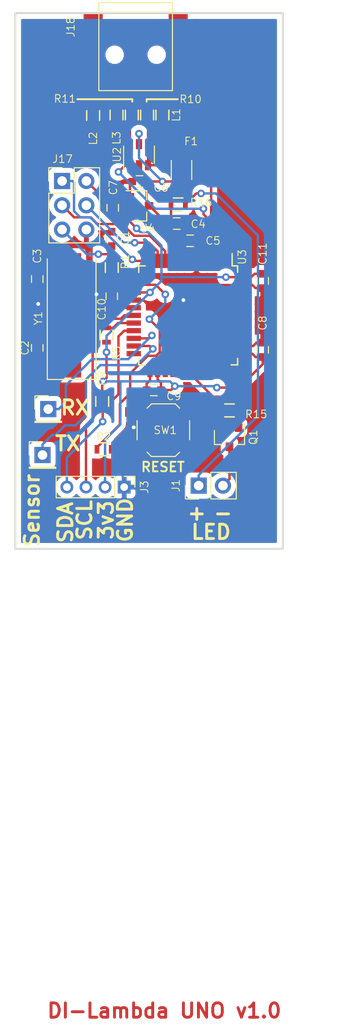
<source format=kicad_pcb>
(kicad_pcb (version 20170123) (host pcbnew "(2017-07-27 revision 3ee2f80)-test1")

  (general
    (thickness 1.6)
    (drawings 22)
    (tracks 320)
    (zones 0)
    (modules 35)
    (nets 48)
  )

  (page A4)
  (layers
    (0 F.Cu signal)
    (31 B.Cu signal)
    (32 B.Adhes user)
    (33 F.Adhes user)
    (34 B.Paste user)
    (35 F.Paste user)
    (36 B.SilkS user)
    (37 F.SilkS user)
    (38 B.Mask user)
    (39 F.Mask user)
    (40 Dwgs.User user)
    (41 Cmts.User user)
    (42 Eco1.User user)
    (43 Eco2.User user)
    (44 Edge.Cuts user)
    (45 Margin user)
    (46 B.CrtYd user)
    (47 F.CrtYd user)
    (48 B.Fab user)
    (49 F.Fab user hide)
  )

  (setup
    (last_trace_width 0.25)
    (trace_clearance 0.2)
    (zone_clearance 0.508)
    (zone_45_only no)
    (trace_min 0.2)
    (segment_width 0.2)
    (edge_width 0.2)
    (via_size 0.8)
    (via_drill 0.4)
    (via_min_size 0.4)
    (via_min_drill 0.3)
    (uvia_size 0.3)
    (uvia_drill 0.1)
    (uvias_allowed no)
    (uvia_min_size 0.2)
    (uvia_min_drill 0.1)
    (pcb_text_width 0.3)
    (pcb_text_size 1.5 1.5)
    (mod_edge_width 0.15)
    (mod_text_size 0.8 0.8)
    (mod_text_width 0.1)
    (pad_size 2 2)
    (pad_drill 0)
    (pad_to_mask_clearance 0.2)
    (aux_axis_origin 131.255 35.97)
    (grid_origin 135.055 57.67)
    (visible_elements FFFFFF7F)
    (pcbplotparams
      (layerselection 0x010f0_ffffffff)
      (usegerberextensions true)
      (excludeedgelayer true)
      (linewidth 0.100000)
      (plotframeref false)
      (viasonmask false)
      (mode 1)
      (useauxorigin true)
      (hpglpennumber 1)
      (hpglpenspeed 20)
      (hpglpendiameter 15)
      (psnegative false)
      (psa4output false)
      (plotreference true)
      (plotvalue true)
      (plotinvisibletext false)
      (padsonsilk false)
      (subtractmaskfromsilk false)
      (outputformat 1)
      (mirror false)
      (drillshape 0)
      (scaleselection 1)
      (outputdirectory DI-Lambda-controller-v1.0-gerbers-20170825))
  )

  (net 0 "")
  (net 1 /VBUS)
  (net 2 "Net-(R11-Pad1)")
  (net 3 "Net-(R10-Pad1)")
  (net 4 GND)
  (net 5 /VLED)
  (net 6 /GLED)
  (net 7 /LED_PWM)
  (net 8 /VCC)
  (net 9 /SCK)
  (net 10 /MOSI)
  (net 11 /SDA)
  (net 12 "Net-(J18-Pad3)")
  (net 13 "Net-(J18-Pad2)")
  (net 14 /MISO)
  (net 15 "Net-(F1-Pad2)")
  (net 16 "Net-(J18-Pad1)")
  (net 17 "Net-(J18-Pad6)")
  (net 18 "Net-(J18-Pad5)")
  (net 19 /SCL)
  (net 20 /RST)
  (net 21 "Net-(R2-Pad2)")
  (net 22 "Net-(U3-Pad42)")
  (net 23 "Net-(U3-Pad40)")
  (net 24 "Net-(U3-Pad39)")
  (net 25 "Net-(U3-Pad38)")
  (net 26 "Net-(U3-Pad37)")
  (net 27 "Net-(U3-Pad36)")
  (net 28 "Net-(U3-Pad33)")
  (net 29 "Net-(U3-Pad32)")
  (net 30 "Net-(U3-Pad31)")
  (net 31 "Net-(U3-Pad30)")
  (net 32 "Net-(U3-Pad28)")
  (net 33 "Net-(U3-Pad27)")
  (net 34 "Net-(U3-Pad26)")
  (net 35 "Net-(U3-Pad25)")
  (net 36 "Net-(U3-Pad22)")
  (net 37 /TX)
  (net 38 /RX)
  (net 39 "Net-(C2-Pad1)")
  (net 40 "Net-(C3-Pad1)")
  (net 41 "Net-(U3-Pad12)")
  (net 42 "Net-(C5-Pad1)")
  (net 43 "Net-(U3-Pad2)")
  (net 44 "Net-(J18-Pad4)")
  (net 45 "Net-(U3-Pad41)")
  (net 46 "Net-(U3-Pad8)")
  (net 47 "Net-(U3-Pad1)")

  (net_class Default "This is the default net class."
    (clearance 0.2)
    (trace_width 0.25)
    (via_dia 0.8)
    (via_drill 0.4)
    (uvia_dia 0.3)
    (uvia_drill 0.1)
    (add_net /GLED)
    (add_net /LED_PWM)
    (add_net /MISO)
    (add_net /MOSI)
    (add_net /RST)
    (add_net /RX)
    (add_net /SCK)
    (add_net /SCL)
    (add_net /SDA)
    (add_net /TX)
    (add_net /VBUS)
    (add_net /VCC)
    (add_net /VLED)
    (add_net GND)
    (add_net "Net-(C2-Pad1)")
    (add_net "Net-(C3-Pad1)")
    (add_net "Net-(C5-Pad1)")
    (add_net "Net-(F1-Pad2)")
    (add_net "Net-(J18-Pad1)")
    (add_net "Net-(J18-Pad2)")
    (add_net "Net-(J18-Pad3)")
    (add_net "Net-(J18-Pad4)")
    (add_net "Net-(J18-Pad5)")
    (add_net "Net-(J18-Pad6)")
    (add_net "Net-(R10-Pad1)")
    (add_net "Net-(R11-Pad1)")
    (add_net "Net-(R2-Pad2)")
    (add_net "Net-(U3-Pad1)")
    (add_net "Net-(U3-Pad12)")
    (add_net "Net-(U3-Pad2)")
    (add_net "Net-(U3-Pad22)")
    (add_net "Net-(U3-Pad25)")
    (add_net "Net-(U3-Pad26)")
    (add_net "Net-(U3-Pad27)")
    (add_net "Net-(U3-Pad28)")
    (add_net "Net-(U3-Pad30)")
    (add_net "Net-(U3-Pad31)")
    (add_net "Net-(U3-Pad32)")
    (add_net "Net-(U3-Pad33)")
    (add_net "Net-(U3-Pad36)")
    (add_net "Net-(U3-Pad37)")
    (add_net "Net-(U3-Pad38)")
    (add_net "Net-(U3-Pad39)")
    (add_net "Net-(U3-Pad40)")
    (add_net "Net-(U3-Pad41)")
    (add_net "Net-(U3-Pad42)")
    (add_net "Net-(U3-Pad8)")
  )

  (module Pin_Headers:Pin_Header_Straight_2x03_Pitch2.54mm (layer F.Cu) (tedit 5862ED53) (tstamp 59A86FB9)
    (at 139.955 75.22)
    (descr "Through hole straight pin header, 2x03, 2.54mm pitch, double rows")
    (tags "Through hole pin header THT 2x03 2.54mm double row")
    (path /599DBDFB)
    (fp_text reference J17 (at 0.05 -2.3 180) (layer F.SilkS)
      (effects (font (size 0.8 0.8) (thickness 0.1)))
    )
    (fp_text value CONN_02X03 (at 1.27 7.47) (layer F.Fab)
      (effects (font (size 1 1) (thickness 0.15)))
    )
    (fp_line (start 4.1 -1.6) (end -1.6 -1.6) (layer F.CrtYd) (width 0.05))
    (fp_line (start 4.1 6.6) (end 4.1 -1.6) (layer F.CrtYd) (width 0.05))
    (fp_line (start -1.6 6.6) (end 4.1 6.6) (layer F.CrtYd) (width 0.05))
    (fp_line (start -1.6 -1.6) (end -1.6 6.6) (layer F.CrtYd) (width 0.05))
    (fp_line (start -1.39 -1.39) (end 0 -1.39) (layer F.SilkS) (width 0.12))
    (fp_line (start -1.39 0) (end -1.39 -1.39) (layer F.SilkS) (width 0.12))
    (fp_line (start 1.27 1.27) (end -1.39 1.27) (layer F.SilkS) (width 0.12))
    (fp_line (start 1.27 -1.39) (end 1.27 1.27) (layer F.SilkS) (width 0.12))
    (fp_line (start 3.93 -1.39) (end 1.27 -1.39) (layer F.SilkS) (width 0.12))
    (fp_line (start 3.93 6.47) (end 3.93 -1.39) (layer F.SilkS) (width 0.12))
    (fp_line (start -1.39 6.47) (end 3.93 6.47) (layer F.SilkS) (width 0.12))
    (fp_line (start -1.39 1.27) (end -1.39 6.47) (layer F.SilkS) (width 0.12))
    (fp_line (start 3.81 -1.27) (end -1.27 -1.27) (layer F.Fab) (width 0.1))
    (fp_line (start 3.81 6.35) (end 3.81 -1.27) (layer F.Fab) (width 0.1))
    (fp_line (start -1.27 6.35) (end 3.81 6.35) (layer F.Fab) (width 0.1))
    (fp_line (start -1.27 -1.27) (end -1.27 6.35) (layer F.Fab) (width 0.1))
    (pad 6 thru_hole oval (at 2.54 5.08) (size 1.7 1.7) (drill 1) (layers *.Cu *.Mask)
      (net 4 GND))
    (pad 5 thru_hole oval (at 0 5.08) (size 1.7 1.7) (drill 1) (layers *.Cu *.Mask)
      (net 20 /RST))
    (pad 4 thru_hole oval (at 2.54 2.54) (size 1.7 1.7) (drill 1) (layers *.Cu *.Mask)
      (net 10 /MOSI))
    (pad 3 thru_hole oval (at 0 2.54) (size 1.7 1.7) (drill 1) (layers *.Cu *.Mask)
      (net 9 /SCK))
    (pad 2 thru_hole oval (at 2.54 0) (size 1.7 1.7) (drill 1) (layers *.Cu *.Mask)
      (net 8 /VCC))
    (pad 1 thru_hole rect (at 0 0) (size 1.7 1.7) (drill 1) (layers *.Cu *.Mask)
      (net 14 /MISO))
    (model Pin_Headers.3dshapes/Pin_Header_Straight_2x03_Pitch2.54mm.wrl
      (at (xyz 0 0 0))
      (scale (xyz 1 1 1))
      (rotate (xyz 0 0 0))
    )
  )

  (module Pin_Headers:Pin_Header_Straight_1x02_Pitch2.54mm (layer F.Cu) (tedit 5862ED52) (tstamp 59BFD723)
    (at 154.255 107.07 90)
    (descr "Through hole straight pin header, 1x02, 2.54mm pitch, single row")
    (tags "Through hole pin header THT 1x02 2.54mm single row")
    (path /59A52D0D)
    (fp_text reference J1 (at 0 -2.39 90) (layer F.SilkS)
      (effects (font (size 0.8 0.8) (thickness 0.1)))
    )
    (fp_text value Conn_01x02 (at 0 4.93 90) (layer F.Fab)
      (effects (font (size 1 1) (thickness 0.15)))
    )
    (fp_line (start 1.6 -1.6) (end -1.6 -1.6) (layer F.CrtYd) (width 0.05))
    (fp_line (start 1.6 4.1) (end 1.6 -1.6) (layer F.CrtYd) (width 0.05))
    (fp_line (start -1.6 4.1) (end 1.6 4.1) (layer F.CrtYd) (width 0.05))
    (fp_line (start -1.6 -1.6) (end -1.6 4.1) (layer F.CrtYd) (width 0.05))
    (fp_line (start -1.39 -1.39) (end 0 -1.39) (layer F.SilkS) (width 0.12))
    (fp_line (start -1.39 0) (end -1.39 -1.39) (layer F.SilkS) (width 0.12))
    (fp_line (start 1.39 1.27) (end -1.39 1.27) (layer F.SilkS) (width 0.12))
    (fp_line (start 1.39 3.93) (end 1.39 1.27) (layer F.SilkS) (width 0.12))
    (fp_line (start -1.39 3.93) (end 1.39 3.93) (layer F.SilkS) (width 0.12))
    (fp_line (start -1.39 1.27) (end -1.39 3.93) (layer F.SilkS) (width 0.12))
    (fp_line (start 1.27 -1.27) (end -1.27 -1.27) (layer F.Fab) (width 0.1))
    (fp_line (start 1.27 3.81) (end 1.27 -1.27) (layer F.Fab) (width 0.1))
    (fp_line (start -1.27 3.81) (end 1.27 3.81) (layer F.Fab) (width 0.1))
    (fp_line (start -1.27 -1.27) (end -1.27 3.81) (layer F.Fab) (width 0.1))
    (pad 2 thru_hole oval (at 0 2.54 90) (size 1.7 1.7) (drill 1) (layers *.Cu *.Mask)
      (net 6 /GLED))
    (pad 1 thru_hole rect (at 0 0 90) (size 1.7 1.7) (drill 1) (layers *.Cu *.Mask)
      (net 5 /VLED))
    (model Pin_Headers.3dshapes/Pin_Header_Straight_1x02_Pitch2.54mm.wrl
      (at (xyz 0 -0.05 0))
      (scale (xyz 1 1 1))
      (rotate (xyz 0 0 90))
    )
  )

  (module Pin_Headers:Pin_Header_Straight_1x04_Pitch2.00mm (layer F.Cu) (tedit 5862ED55) (tstamp 59BFD70E)
    (at 146.455 107.22 270)
    (descr "Through hole straight pin header, 1x04, 2.00mm pitch, single row")
    (tags "Through hole pin header THT 1x04 2.00mm single row")
    (path /59A51E13)
    (fp_text reference J3 (at 0 -2.12 270) (layer F.SilkS)
      (effects (font (size 0.8 0.8) (thickness 0.1)))
    )
    (fp_text value Conn_01x04 (at 0 8.12 270) (layer F.Fab)
      (effects (font (size 1 1) (thickness 0.15)))
    )
    (fp_line (start 1.3 -1.3) (end -1.3 -1.3) (layer F.CrtYd) (width 0.05))
    (fp_line (start 1.3 7.3) (end 1.3 -1.3) (layer F.CrtYd) (width 0.05))
    (fp_line (start -1.3 7.3) (end 1.3 7.3) (layer F.CrtYd) (width 0.05))
    (fp_line (start -1.3 -1.3) (end -1.3 7.3) (layer F.CrtYd) (width 0.05))
    (fp_line (start -1.12 -1.12) (end 0 -1.12) (layer F.SilkS) (width 0.12))
    (fp_line (start -1.12 0) (end -1.12 -1.12) (layer F.SilkS) (width 0.12))
    (fp_line (start 1.12 1) (end -1.12 1) (layer F.SilkS) (width 0.12))
    (fp_line (start 1.12 7.12) (end 1.12 1) (layer F.SilkS) (width 0.12))
    (fp_line (start -1.12 7.12) (end 1.12 7.12) (layer F.SilkS) (width 0.12))
    (fp_line (start -1.12 1) (end -1.12 7.12) (layer F.SilkS) (width 0.12))
    (fp_line (start 1 -1) (end -1 -1) (layer F.Fab) (width 0.1))
    (fp_line (start 1 7) (end 1 -1) (layer F.Fab) (width 0.1))
    (fp_line (start -1 7) (end 1 7) (layer F.Fab) (width 0.1))
    (fp_line (start -1 -1) (end -1 7) (layer F.Fab) (width 0.1))
    (pad 4 thru_hole oval (at 0 6 270) (size 1.35 1.35) (drill 0.8) (layers *.Cu *.Mask)
      (net 11 /SDA))
    (pad 3 thru_hole oval (at 0 4 270) (size 1.35 1.35) (drill 0.8) (layers *.Cu *.Mask)
      (net 19 /SCL))
    (pad 2 thru_hole oval (at 0 2 270) (size 1.35 1.35) (drill 0.8) (layers *.Cu *.Mask)
      (net 8 /VCC))
    (pad 1 thru_hole rect (at 0 0 270) (size 1.35 1.35) (drill 0.8) (layers *.Cu *.Mask)
      (net 4 GND))
    (model Pin_Headers.3dshapes/Pin_Header_Straight_1x04_Pitch2.00mm.wrl
      (at (xyz 0 0 0))
      (scale (xyz 1 1 1))
      (rotate (xyz 0 0 0))
    )
  )

  (module Pin_Headers:Pin_Header_Straight_1x01_Pitch2.54mm (layer F.Cu) (tedit 599DF332) (tstamp 59B865FC)
    (at 138.505 99.07)
    (descr "Through hole straight pin header, 1x01, 2.54mm pitch, single row")
    (tags "Through hole pin header THT 1x01 2.54mm single row")
    (path /59A6FC7C)
    (fp_text reference J2 (at -2.6 0.1) (layer F.SilkS) hide
      (effects (font (size 0.8 0.8) (thickness 0.1)))
    )
    (fp_text value Conn_01X01 (at 0 2.39) (layer F.Fab)
      (effects (font (size 1 1) (thickness 0.15)))
    )
    (fp_line (start -1.27 -1.27) (end -1.27 1.27) (layer F.Fab) (width 0.1))
    (fp_line (start -1.27 1.27) (end 1.27 1.27) (layer F.Fab) (width 0.1))
    (fp_line (start 1.27 1.27) (end 1.27 -1.27) (layer F.Fab) (width 0.1))
    (fp_line (start 1.27 -1.27) (end -1.27 -1.27) (layer F.Fab) (width 0.1))
    (fp_line (start -1.39 1.27) (end -1.39 1.39) (layer F.SilkS) (width 0.12))
    (fp_line (start -1.39 1.39) (end 1.39 1.39) (layer F.SilkS) (width 0.12))
    (fp_line (start 1.39 1.39) (end 1.39 1.27) (layer F.SilkS) (width 0.12))
    (fp_line (start 1.39 1.27) (end -1.39 1.27) (layer F.SilkS) (width 0.12))
    (fp_line (start -1.39 0) (end -1.39 -1.39) (layer F.SilkS) (width 0.12))
    (fp_line (start -1.39 -1.39) (end 0 -1.39) (layer F.SilkS) (width 0.12))
    (fp_line (start -1.6 -1.6) (end -1.6 1.6) (layer F.CrtYd) (width 0.05))
    (fp_line (start -1.6 1.6) (end 1.6 1.6) (layer F.CrtYd) (width 0.05))
    (fp_line (start 1.6 1.6) (end 1.6 -1.6) (layer F.CrtYd) (width 0.05))
    (fp_line (start 1.6 -1.6) (end -1.6 -1.6) (layer F.CrtYd) (width 0.05))
    (pad 1 thru_hole rect (at 0 0) (size 1.7 1.7) (drill 1) (layers *.Cu *.Mask)
      (net 38 /RX))
    (model Pin_Headers.3dshapes/Pin_Header_Straight_1x01_Pitch2.54mm.wrl
      (at (xyz 0 0 0))
      (scale (xyz 1 1 1))
      (rotate (xyz 0 0 90))
    )
  )

  (module Pin_Headers:Pin_Header_Straight_1x01_Pitch2.54mm (layer F.Cu) (tedit 599DF32C) (tstamp 59B865E9)
    (at 137.905 103.87)
    (descr "Through hole straight pin header, 1x01, 2.54mm pitch, single row")
    (tags "Through hole pin header THT 1x01 2.54mm single row")
    (path /59A70936)
    (fp_text reference J4 (at 0 2.4) (layer F.SilkS) hide
      (effects (font (size 0.8 0.8) (thickness 0.1)))
    )
    (fp_text value Conn_01X01 (at 0 2.39) (layer F.Fab)
      (effects (font (size 1 1) (thickness 0.15)))
    )
    (fp_line (start 1.6 -1.6) (end -1.6 -1.6) (layer F.CrtYd) (width 0.05))
    (fp_line (start 1.6 1.6) (end 1.6 -1.6) (layer F.CrtYd) (width 0.05))
    (fp_line (start -1.6 1.6) (end 1.6 1.6) (layer F.CrtYd) (width 0.05))
    (fp_line (start -1.6 -1.6) (end -1.6 1.6) (layer F.CrtYd) (width 0.05))
    (fp_line (start -1.39 -1.39) (end 0 -1.39) (layer F.SilkS) (width 0.12))
    (fp_line (start -1.39 0) (end -1.39 -1.39) (layer F.SilkS) (width 0.12))
    (fp_line (start 1.39 1.27) (end -1.39 1.27) (layer F.SilkS) (width 0.12))
    (fp_line (start 1.39 1.39) (end 1.39 1.27) (layer F.SilkS) (width 0.12))
    (fp_line (start -1.39 1.39) (end 1.39 1.39) (layer F.SilkS) (width 0.12))
    (fp_line (start -1.39 1.27) (end -1.39 1.39) (layer F.SilkS) (width 0.12))
    (fp_line (start 1.27 -1.27) (end -1.27 -1.27) (layer F.Fab) (width 0.1))
    (fp_line (start 1.27 1.27) (end 1.27 -1.27) (layer F.Fab) (width 0.1))
    (fp_line (start -1.27 1.27) (end 1.27 1.27) (layer F.Fab) (width 0.1))
    (fp_line (start -1.27 -1.27) (end -1.27 1.27) (layer F.Fab) (width 0.1))
    (pad 1 thru_hole rect (at 0 0) (size 1.7 1.7) (drill 1) (layers *.Cu *.Mask)
      (net 37 /TX))
    (model Pin_Headers.3dshapes/Pin_Header_Straight_1x01_Pitch2.54mm.wrl
      (at (xyz 0 0 0))
      (scale (xyz 1 1 1))
      (rotate (xyz 0 0 90))
    )
  )

  (module Capacitors_SMD:C_0603 (layer F.Cu) (tedit 5415D631) (tstamp 59A59665)
    (at 148.055 75.27)
    (descr "Capacitor SMD 0603, reflow soldering, AVX (see smccp.pdf)")
    (tags "capacitor 0603")
    (path /599DBDDA)
    (attr smd)
    (fp_text reference C6 (at 2.25 0.65) (layer F.SilkS)
      (effects (font (size 0.8 0.8) (thickness 0.1)))
    )
    (fp_text value "4.7uF 25v" (at 0 1.9) (layer F.Fab)
      (effects (font (size 1 1) (thickness 0.15)))
    )
    (fp_line (start -0.8 0.4) (end -0.8 -0.4) (layer F.Fab) (width 0.1))
    (fp_line (start 0.8 0.4) (end -0.8 0.4) (layer F.Fab) (width 0.1))
    (fp_line (start 0.8 -0.4) (end 0.8 0.4) (layer F.Fab) (width 0.1))
    (fp_line (start -0.8 -0.4) (end 0.8 -0.4) (layer F.Fab) (width 0.1))
    (fp_line (start -1.45 -0.75) (end 1.45 -0.75) (layer F.CrtYd) (width 0.05))
    (fp_line (start -1.45 0.75) (end 1.45 0.75) (layer F.CrtYd) (width 0.05))
    (fp_line (start -1.45 -0.75) (end -1.45 0.75) (layer F.CrtYd) (width 0.05))
    (fp_line (start 1.45 -0.75) (end 1.45 0.75) (layer F.CrtYd) (width 0.05))
    (fp_line (start -0.35 -0.6) (end 0.35 -0.6) (layer F.SilkS) (width 0.12))
    (fp_line (start 0.35 0.6) (end -0.35 0.6) (layer F.SilkS) (width 0.12))
    (pad 1 smd rect (at -0.75 0) (size 0.8 0.75) (layers F.Cu F.Paste F.Mask)
      (net 4 GND))
    (pad 2 smd rect (at 0.75 0) (size 0.8 0.75) (layers F.Cu F.Paste F.Mask)
      (net 1 /VBUS))
    (model Capacitors_SMD.3dshapes/C_0603.wrl
      (at (xyz 0 0 0))
      (scale (xyz 1 1 1))
      (rotate (xyz 0 0 0))
    )
  )

  (module Crystals:Crystal_SMD_HC49-SD (layer F.Cu) (tedit 5873B462) (tstamp 59A595CD)
    (at 140.955 89.27 90)
    (descr "SMD Crystal HC-49-SD http://cdn-reichelt.de/documents/datenblatt/B400/xxx-HC49-SMD.pdf, 11.4x4.7mm^2 package")
    (tags "SMD SMT crystal")
    (path /599DBDC8)
    (attr smd)
    (fp_text reference Y1 (at -0.3 -3.5 90) (layer F.SilkS)
      (effects (font (size 0.8 0.8) (thickness 0.1)))
    )
    (fp_text value 8Mhz (at 0 3.55 90) (layer F.Fab)
      (effects (font (size 1 1) (thickness 0.15)))
    )
    (fp_line (start 6.8 -2.6) (end -6.8 -2.6) (layer F.CrtYd) (width 0.05))
    (fp_line (start 6.8 2.6) (end 6.8 -2.6) (layer F.CrtYd) (width 0.05))
    (fp_line (start -6.8 2.6) (end 6.8 2.6) (layer F.CrtYd) (width 0.05))
    (fp_line (start -6.8 -2.6) (end -6.8 2.6) (layer F.CrtYd) (width 0.05))
    (fp_line (start -6.7 2.55) (end 5.9 2.55) (layer F.SilkS) (width 0.12))
    (fp_line (start -6.7 -2.55) (end -6.7 2.55) (layer F.SilkS) (width 0.12))
    (fp_line (start 5.9 -2.55) (end -6.7 -2.55) (layer F.SilkS) (width 0.12))
    (fp_line (start -3.015 2.115) (end 3.015 2.115) (layer F.Fab) (width 0.1))
    (fp_line (start -3.015 -2.115) (end 3.015 -2.115) (layer F.Fab) (width 0.1))
    (fp_line (start 5.7 -2.35) (end -5.7 -2.35) (layer F.Fab) (width 0.1))
    (fp_line (start 5.7 2.35) (end 5.7 -2.35) (layer F.Fab) (width 0.1))
    (fp_line (start -5.7 2.35) (end 5.7 2.35) (layer F.Fab) (width 0.1))
    (fp_line (start -5.7 -2.35) (end -5.7 2.35) (layer F.Fab) (width 0.1))
    (fp_arc (start 3.015 0) (end 3.015 -2.115) (angle 180) (layer F.Fab) (width 0.1))
    (fp_arc (start -3.015 0) (end -3.015 -2.115) (angle -180) (layer F.Fab) (width 0.1))
    (pad 2 smd rect (at 4.25 0 90) (size 4.5 2) (layers F.Cu F.Mask)
      (net 40 "Net-(C3-Pad1)"))
    (pad 1 smd rect (at -4.25 0 90) (size 4.5 2) (layers F.Cu F.Mask)
      (net 39 "Net-(C2-Pad1)"))
    (model Crystals.3dshapes/Crystal_SMD_HC49-SD.wrl
      (at (xyz 0 0 0))
      (scale (xyz 1 1 1))
      (rotate (xyz 0 0 0))
    )
  )

  (module Buttons_Switches_SMD:SW_SPST_TL3342 (layer F.Cu) (tedit 58724C2D) (tstamp 59A59707)
    (at 150.555 101.27)
    (descr "Low-profile SMD Tactile Switch, https://www.e-switch.com/system/asset/product_line/data_sheet/165/TL3342.pdf")
    (tags "SPST Tactile Switch")
    (path /599DBE05)
    (attr smd)
    (fp_text reference SW1 (at 0.2 0) (layer F.SilkS)
      (effects (font (size 0.8 0.8) (thickness 0.1)))
    )
    (fp_text value RESET (at 0 3.75) (layer F.Fab)
      (effects (font (size 1 1) (thickness 0.15)))
    )
    (fp_circle (center 0 0) (end 1 0) (layer F.Fab) (width 0.1))
    (fp_line (start -4.25 3) (end -4.25 -3) (layer F.CrtYd) (width 0.05))
    (fp_line (start 4.25 3) (end -4.25 3) (layer F.CrtYd) (width 0.05))
    (fp_line (start 4.25 -3) (end 4.25 3) (layer F.CrtYd) (width 0.05))
    (fp_line (start -4.25 -3) (end 4.25 -3) (layer F.CrtYd) (width 0.05))
    (fp_line (start -1.2 -2.6) (end -2.6 -1.2) (layer F.Fab) (width 0.1))
    (fp_line (start 1.2 -2.6) (end -1.2 -2.6) (layer F.Fab) (width 0.1))
    (fp_line (start 2.6 -1.2) (end 1.2 -2.6) (layer F.Fab) (width 0.1))
    (fp_line (start 2.6 1.2) (end 2.6 -1.2) (layer F.Fab) (width 0.1))
    (fp_line (start 1.2 2.6) (end 2.6 1.2) (layer F.Fab) (width 0.1))
    (fp_line (start -1.2 2.6) (end 1.2 2.6) (layer F.Fab) (width 0.1))
    (fp_line (start -2.6 1.2) (end -1.2 2.6) (layer F.Fab) (width 0.1))
    (fp_line (start -2.6 -1.2) (end -2.6 1.2) (layer F.Fab) (width 0.1))
    (fp_line (start -1.25 -2.75) (end 1.25 -2.75) (layer F.SilkS) (width 0.12))
    (fp_line (start -2.75 -1) (end -2.75 1) (layer F.SilkS) (width 0.12))
    (fp_line (start -1.25 2.75) (end 1.25 2.75) (layer F.SilkS) (width 0.12))
    (fp_line (start 2.75 -1) (end 2.75 1) (layer F.SilkS) (width 0.12))
    (fp_line (start -2 1) (end -2 -1) (layer F.Fab) (width 0.1))
    (fp_line (start -1 2) (end -2 1) (layer F.Fab) (width 0.1))
    (fp_line (start 1 2) (end -1 2) (layer F.Fab) (width 0.1))
    (fp_line (start 2 1) (end 1 2) (layer F.Fab) (width 0.1))
    (fp_line (start 2 -1) (end 2 1) (layer F.Fab) (width 0.1))
    (fp_line (start 1 -2) (end 2 -1) (layer F.Fab) (width 0.1))
    (fp_line (start -1 -2) (end 1 -2) (layer F.Fab) (width 0.1))
    (fp_line (start -2 -1) (end -1 -2) (layer F.Fab) (width 0.1))
    (fp_line (start -1.7 -2.3) (end -1.25 -2.75) (layer F.SilkS) (width 0.12))
    (fp_line (start 1.7 -2.3) (end 1.25 -2.75) (layer F.SilkS) (width 0.12))
    (fp_line (start 1.7 2.3) (end 1.25 2.75) (layer F.SilkS) (width 0.12))
    (fp_line (start -1.7 2.3) (end -1.25 2.75) (layer F.SilkS) (width 0.12))
    (fp_line (start 3.2 1.6) (end 2.2 1.6) (layer F.Fab) (width 0.1))
    (fp_line (start 2.7 2.1) (end 2.7 1.6) (layer F.Fab) (width 0.1))
    (fp_line (start 1.7 2.1) (end 3.2 2.1) (layer F.Fab) (width 0.1))
    (fp_line (start -1.7 2.1) (end -3.2 2.1) (layer F.Fab) (width 0.1))
    (fp_line (start -3.2 1.6) (end -2.2 1.6) (layer F.Fab) (width 0.1))
    (fp_line (start -2.7 2.1) (end -2.7 1.6) (layer F.Fab) (width 0.1))
    (fp_line (start -3.2 -1.6) (end -2.2 -1.6) (layer F.Fab) (width 0.1))
    (fp_line (start -1.7 -2.1) (end -3.2 -2.1) (layer F.Fab) (width 0.1))
    (fp_line (start -2.7 -2.1) (end -2.7 -1.6) (layer F.Fab) (width 0.1))
    (fp_line (start 3.2 -1.6) (end 2.2 -1.6) (layer F.Fab) (width 0.1))
    (fp_line (start 1.7 -2.1) (end 3.2 -2.1) (layer F.Fab) (width 0.1))
    (fp_line (start 2.7 -2.1) (end 2.7 -1.6) (layer F.Fab) (width 0.1))
    (fp_line (start -3.2 -2.1) (end -3.2 -1.6) (layer F.Fab) (width 0.1))
    (fp_line (start -3.2 2.1) (end -3.2 1.6) (layer F.Fab) (width 0.1))
    (fp_line (start 3.2 -2.1) (end 3.2 -1.6) (layer F.Fab) (width 0.1))
    (fp_line (start 3.2 2.1) (end 3.2 1.6) (layer F.Fab) (width 0.1))
    (fp_text user %R (at 0 -3.75) (layer F.Fab)
      (effects (font (size 1 1) (thickness 0.15)))
    )
    (pad 2 smd rect (at 3.15 1.9) (size 1.7 1) (layers F.Cu F.Paste F.Mask)
      (net 21 "Net-(R2-Pad2)"))
    (pad 2 smd rect (at -3.15 1.9) (size 1.7 1) (layers F.Cu F.Paste F.Mask)
      (net 21 "Net-(R2-Pad2)"))
    (pad 1 smd rect (at 3.15 -1.9) (size 1.7 1) (layers F.Cu F.Paste F.Mask)
      (net 4 GND))
    (pad 1 smd rect (at -3.15 -1.9) (size 1.7 1) (layers F.Cu F.Paste F.Mask)
      (net 4 GND))
  )

  (module Capacitors_SMD:C_0603 (layer F.Cu) (tedit 5415D631) (tstamp 59A596C5)
    (at 145.255 78.02 270)
    (descr "Capacitor SMD 0603, reflow soldering, AVX (see smccp.pdf)")
    (tags "capacitor 0603")
    (path /599DBDDB)
    (attr smd)
    (fp_text reference C7 (at -2.1 -0.05 270) (layer F.SilkS)
      (effects (font (size 0.8 0.8) (thickness 0.1)))
    )
    (fp_text value "4.7uF 25v" (at 0 1.9 270) (layer F.Fab)
      (effects (font (size 1 1) (thickness 0.15)))
    )
    (fp_line (start -0.8 0.4) (end -0.8 -0.4) (layer F.Fab) (width 0.1))
    (fp_line (start 0.8 0.4) (end -0.8 0.4) (layer F.Fab) (width 0.1))
    (fp_line (start 0.8 -0.4) (end 0.8 0.4) (layer F.Fab) (width 0.1))
    (fp_line (start -0.8 -0.4) (end 0.8 -0.4) (layer F.Fab) (width 0.1))
    (fp_line (start -1.45 -0.75) (end 1.45 -0.75) (layer F.CrtYd) (width 0.05))
    (fp_line (start -1.45 0.75) (end 1.45 0.75) (layer F.CrtYd) (width 0.05))
    (fp_line (start -1.45 -0.75) (end -1.45 0.75) (layer F.CrtYd) (width 0.05))
    (fp_line (start 1.45 -0.75) (end 1.45 0.75) (layer F.CrtYd) (width 0.05))
    (fp_line (start -0.35 -0.6) (end 0.35 -0.6) (layer F.SilkS) (width 0.12))
    (fp_line (start 0.35 0.6) (end -0.35 0.6) (layer F.SilkS) (width 0.12))
    (pad 1 smd rect (at -0.75 0 270) (size 0.8 0.75) (layers F.Cu F.Paste F.Mask)
      (net 4 GND))
    (pad 2 smd rect (at 0.75 0 270) (size 0.8 0.75) (layers F.Cu F.Paste F.Mask)
      (net 8 /VCC))
    (model Capacitors_SMD.3dshapes/C_0603.wrl
      (at (xyz 0 0 0))
      (scale (xyz 1 1 1))
      (rotate (xyz 0 0 0))
    )
  )

  (module Capacitors_SMD:C_0603 (layer F.Cu) (tedit 5415D631) (tstamp 59A596B5)
    (at 145.155 81.27 270)
    (descr "Capacitor SMD 0603, reflow soldering, AVX (see smccp.pdf)")
    (tags "capacitor 0603")
    (path /599DBDCF)
    (attr smd)
    (fp_text reference C1 (at -0.1 -1.4 90) (layer F.SilkS)
      (effects (font (size 0.8 0.8) (thickness 0.1)))
    )
    (fp_text value 0.1uF (at 0 1.9 270) (layer F.Fab)
      (effects (font (size 1 1) (thickness 0.15)))
    )
    (fp_line (start 0.35 0.6) (end -0.35 0.6) (layer F.SilkS) (width 0.12))
    (fp_line (start -0.35 -0.6) (end 0.35 -0.6) (layer F.SilkS) (width 0.12))
    (fp_line (start 1.45 -0.75) (end 1.45 0.75) (layer F.CrtYd) (width 0.05))
    (fp_line (start -1.45 -0.75) (end -1.45 0.75) (layer F.CrtYd) (width 0.05))
    (fp_line (start -1.45 0.75) (end 1.45 0.75) (layer F.CrtYd) (width 0.05))
    (fp_line (start -1.45 -0.75) (end 1.45 -0.75) (layer F.CrtYd) (width 0.05))
    (fp_line (start -0.8 -0.4) (end 0.8 -0.4) (layer F.Fab) (width 0.1))
    (fp_line (start 0.8 -0.4) (end 0.8 0.4) (layer F.Fab) (width 0.1))
    (fp_line (start 0.8 0.4) (end -0.8 0.4) (layer F.Fab) (width 0.1))
    (fp_line (start -0.8 0.4) (end -0.8 -0.4) (layer F.Fab) (width 0.1))
    (pad 2 smd rect (at 0.75 0 270) (size 0.8 0.75) (layers F.Cu F.Paste F.Mask)
      (net 20 /RST))
    (pad 1 smd rect (at -0.75 0 270) (size 0.8 0.75) (layers F.Cu F.Paste F.Mask)
      (net 4 GND))
    (model Capacitors_SMD.3dshapes/C_0603.wrl
      (at (xyz 0 0 0))
      (scale (xyz 1 1 1))
      (rotate (xyz 0 0 0))
    )
  )

  (module Capacitors_SMD:C_0603 (layer F.Cu) (tedit 5415D631) (tstamp 59A596A5)
    (at 137.355 92.67 90)
    (descr "Capacitor SMD 0603, reflow soldering, AVX (see smccp.pdf)")
    (tags "capacitor 0603")
    (path /599DBDC9)
    (attr smd)
    (fp_text reference C2 (at 0 -1.3 90) (layer F.SilkS)
      (effects (font (size 0.8 0.8) (thickness 0.1)))
    )
    (fp_text value "22pF 25V" (at 0 1.9 90) (layer F.Fab)
      (effects (font (size 1 1) (thickness 0.15)))
    )
    (fp_line (start -0.8 0.4) (end -0.8 -0.4) (layer F.Fab) (width 0.1))
    (fp_line (start 0.8 0.4) (end -0.8 0.4) (layer F.Fab) (width 0.1))
    (fp_line (start 0.8 -0.4) (end 0.8 0.4) (layer F.Fab) (width 0.1))
    (fp_line (start -0.8 -0.4) (end 0.8 -0.4) (layer F.Fab) (width 0.1))
    (fp_line (start -1.45 -0.75) (end 1.45 -0.75) (layer F.CrtYd) (width 0.05))
    (fp_line (start -1.45 0.75) (end 1.45 0.75) (layer F.CrtYd) (width 0.05))
    (fp_line (start -1.45 -0.75) (end -1.45 0.75) (layer F.CrtYd) (width 0.05))
    (fp_line (start 1.45 -0.75) (end 1.45 0.75) (layer F.CrtYd) (width 0.05))
    (fp_line (start -0.35 -0.6) (end 0.35 -0.6) (layer F.SilkS) (width 0.12))
    (fp_line (start 0.35 0.6) (end -0.35 0.6) (layer F.SilkS) (width 0.12))
    (pad 1 smd rect (at -0.75 0 90) (size 0.8 0.75) (layers F.Cu F.Paste F.Mask)
      (net 39 "Net-(C2-Pad1)"))
    (pad 2 smd rect (at 0.75 0 90) (size 0.8 0.75) (layers F.Cu F.Paste F.Mask)
      (net 4 GND))
    (model Capacitors_SMD.3dshapes/C_0603.wrl
      (at (xyz 0 0 0))
      (scale (xyz 1 1 1))
      (rotate (xyz 0 0 0))
    )
  )

  (module Capacitors_SMD:C_0603 (layer F.Cu) (tedit 5415D631) (tstamp 59A59695)
    (at 137.355 85.47 270)
    (descr "Capacitor SMD 0603, reflow soldering, AVX (see smccp.pdf)")
    (tags "capacitor 0603")
    (path /599DBDCA)
    (attr smd)
    (fp_text reference C3 (at -2.4 0 270) (layer F.SilkS)
      (effects (font (size 0.8 0.8) (thickness 0.1)))
    )
    (fp_text value "22pF 25V" (at 0 1.9 270) (layer F.Fab)
      (effects (font (size 1 1) (thickness 0.15)))
    )
    (fp_line (start 0.35 0.6) (end -0.35 0.6) (layer F.SilkS) (width 0.12))
    (fp_line (start -0.35 -0.6) (end 0.35 -0.6) (layer F.SilkS) (width 0.12))
    (fp_line (start 1.45 -0.75) (end 1.45 0.75) (layer F.CrtYd) (width 0.05))
    (fp_line (start -1.45 -0.75) (end -1.45 0.75) (layer F.CrtYd) (width 0.05))
    (fp_line (start -1.45 0.75) (end 1.45 0.75) (layer F.CrtYd) (width 0.05))
    (fp_line (start -1.45 -0.75) (end 1.45 -0.75) (layer F.CrtYd) (width 0.05))
    (fp_line (start -0.8 -0.4) (end 0.8 -0.4) (layer F.Fab) (width 0.1))
    (fp_line (start 0.8 -0.4) (end 0.8 0.4) (layer F.Fab) (width 0.1))
    (fp_line (start 0.8 0.4) (end -0.8 0.4) (layer F.Fab) (width 0.1))
    (fp_line (start -0.8 0.4) (end -0.8 -0.4) (layer F.Fab) (width 0.1))
    (pad 2 smd rect (at 0.75 0 270) (size 0.8 0.75) (layers F.Cu F.Paste F.Mask)
      (net 4 GND))
    (pad 1 smd rect (at -0.75 0 270) (size 0.8 0.75) (layers F.Cu F.Paste F.Mask)
      (net 40 "Net-(C3-Pad1)"))
    (model Capacitors_SMD.3dshapes/C_0603.wrl
      (at (xyz 0 0 0))
      (scale (xyz 1 1 1))
      (rotate (xyz 0 0 0))
    )
  )

  (module Capacitors_SMD:C_0603 (layer F.Cu) (tedit 5415D631) (tstamp 59A59685)
    (at 151.955 79.67)
    (descr "Capacitor SMD 0603, reflow soldering, AVX (see smccp.pdf)")
    (tags "capacitor 0603")
    (path /599DBDCD)
    (attr smd)
    (fp_text reference C4 (at 2.25 0.05) (layer F.SilkS)
      (effects (font (size 0.8 0.8) (thickness 0.1)))
    )
    (fp_text value "4.7uF 25V" (at 0 1.9) (layer F.Fab)
      (effects (font (size 1 1) (thickness 0.15)))
    )
    (fp_line (start 0.35 0.6) (end -0.35 0.6) (layer F.SilkS) (width 0.12))
    (fp_line (start -0.35 -0.6) (end 0.35 -0.6) (layer F.SilkS) (width 0.12))
    (fp_line (start 1.45 -0.75) (end 1.45 0.75) (layer F.CrtYd) (width 0.05))
    (fp_line (start -1.45 -0.75) (end -1.45 0.75) (layer F.CrtYd) (width 0.05))
    (fp_line (start -1.45 0.75) (end 1.45 0.75) (layer F.CrtYd) (width 0.05))
    (fp_line (start -1.45 -0.75) (end 1.45 -0.75) (layer F.CrtYd) (width 0.05))
    (fp_line (start -0.8 -0.4) (end 0.8 -0.4) (layer F.Fab) (width 0.1))
    (fp_line (start 0.8 -0.4) (end 0.8 0.4) (layer F.Fab) (width 0.1))
    (fp_line (start 0.8 0.4) (end -0.8 0.4) (layer F.Fab) (width 0.1))
    (fp_line (start -0.8 0.4) (end -0.8 -0.4) (layer F.Fab) (width 0.1))
    (pad 2 smd rect (at 0.75 0) (size 0.8 0.75) (layers F.Cu F.Paste F.Mask)
      (net 4 GND))
    (pad 1 smd rect (at -0.75 0) (size 0.8 0.75) (layers F.Cu F.Paste F.Mask)
      (net 1 /VBUS))
    (model Capacitors_SMD.3dshapes/C_0603.wrl
      (at (xyz 0 0 0))
      (scale (xyz 1 1 1))
      (rotate (xyz 0 0 0))
    )
  )

  (module Capacitors_SMD:C_0603 (layer F.Cu) (tedit 5415D631) (tstamp 59A59675)
    (at 153.355 81.47)
    (descr "Capacitor SMD 0603, reflow soldering, AVX (see smccp.pdf)")
    (tags "capacitor 0603")
    (path /599DBDC6)
    (attr smd)
    (fp_text reference C5 (at 2.399718 -0.001466) (layer F.SilkS)
      (effects (font (size 0.8 0.8) (thickness 0.1)))
    )
    (fp_text value "1uF 25V" (at 0 1.9) (layer F.Fab)
      (effects (font (size 1 1) (thickness 0.15)))
    )
    (fp_line (start 0.35 0.6) (end -0.35 0.6) (layer F.SilkS) (width 0.12))
    (fp_line (start -0.35 -0.6) (end 0.35 -0.6) (layer F.SilkS) (width 0.12))
    (fp_line (start 1.45 -0.75) (end 1.45 0.75) (layer F.CrtYd) (width 0.05))
    (fp_line (start -1.45 -0.75) (end -1.45 0.75) (layer F.CrtYd) (width 0.05))
    (fp_line (start -1.45 0.75) (end 1.45 0.75) (layer F.CrtYd) (width 0.05))
    (fp_line (start -1.45 -0.75) (end 1.45 -0.75) (layer F.CrtYd) (width 0.05))
    (fp_line (start -0.8 -0.4) (end 0.8 -0.4) (layer F.Fab) (width 0.1))
    (fp_line (start 0.8 -0.4) (end 0.8 0.4) (layer F.Fab) (width 0.1))
    (fp_line (start 0.8 0.4) (end -0.8 0.4) (layer F.Fab) (width 0.1))
    (fp_line (start -0.8 0.4) (end -0.8 -0.4) (layer F.Fab) (width 0.1))
    (pad 2 smd rect (at 0.75 0) (size 0.8 0.75) (layers F.Cu F.Paste F.Mask)
      (net 4 GND))
    (pad 1 smd rect (at -0.75 0) (size 0.8 0.75) (layers F.Cu F.Paste F.Mask)
      (net 42 "Net-(C5-Pad1)"))
    (model Capacitors_SMD.3dshapes/C_0603.wrl
      (at (xyz 0 0 0))
      (scale (xyz 1 1 1))
      (rotate (xyz 0 0 0))
    )
  )

  (module Capacitors_SMD:C_0603 (layer F.Cu) (tedit 5415D631) (tstamp 59A59655)
    (at 149.555 97.07 180)
    (descr "Capacitor SMD 0603, reflow soldering, AVX (see smccp.pdf)")
    (tags "capacitor 0603")
    (path /599DBDD5)
    (attr smd)
    (fp_text reference C9 (at -2.1 -0.65 180) (layer F.SilkS)
      (effects (font (size 0.8 0.8) (thickness 0.1)))
    )
    (fp_text value "0.1uF 25v" (at 0 1.9 180) (layer F.Fab)
      (effects (font (size 1 1) (thickness 0.15)))
    )
    (fp_line (start 0.35 0.6) (end -0.35 0.6) (layer F.SilkS) (width 0.12))
    (fp_line (start -0.35 -0.6) (end 0.35 -0.6) (layer F.SilkS) (width 0.12))
    (fp_line (start 1.45 -0.75) (end 1.45 0.75) (layer F.CrtYd) (width 0.05))
    (fp_line (start -1.45 -0.75) (end -1.45 0.75) (layer F.CrtYd) (width 0.05))
    (fp_line (start -1.45 0.75) (end 1.45 0.75) (layer F.CrtYd) (width 0.05))
    (fp_line (start -1.45 -0.75) (end 1.45 -0.75) (layer F.CrtYd) (width 0.05))
    (fp_line (start -0.8 -0.4) (end 0.8 -0.4) (layer F.Fab) (width 0.1))
    (fp_line (start 0.8 -0.4) (end 0.8 0.4) (layer F.Fab) (width 0.1))
    (fp_line (start 0.8 0.4) (end -0.8 0.4) (layer F.Fab) (width 0.1))
    (fp_line (start -0.8 0.4) (end -0.8 -0.4) (layer F.Fab) (width 0.1))
    (pad 2 smd rect (at 0.75 0 180) (size 0.8 0.75) (layers F.Cu F.Paste F.Mask)
      (net 4 GND))
    (pad 1 smd rect (at -0.75 0 180) (size 0.8 0.75) (layers F.Cu F.Paste F.Mask)
      (net 8 /VCC))
    (model Capacitors_SMD.3dshapes/C_0603.wrl
      (at (xyz 0 0 0))
      (scale (xyz 1 1 1))
      (rotate (xyz 0 0 0))
    )
  )

  (module Capacitors_SMD:C_0603 (layer F.Cu) (tedit 5415D631) (tstamp 59A59645)
    (at 145.155 87.27 270)
    (descr "Capacitor SMD 0603, reflow soldering, AVX (see smccp.pdf)")
    (tags "capacitor 0603")
    (path /599DBDD4)
    (attr smd)
    (fp_text reference C10 (at 1.35 1.05 270) (layer F.SilkS)
      (effects (font (size 0.8 0.8) (thickness 0.1)))
    )
    (fp_text value "0.1uF 25v" (at 0 1.9 270) (layer F.Fab)
      (effects (font (size 1 1) (thickness 0.15)))
    )
    (fp_line (start 0.35 0.6) (end -0.35 0.6) (layer F.SilkS) (width 0.12))
    (fp_line (start -0.35 -0.6) (end 0.35 -0.6) (layer F.SilkS) (width 0.12))
    (fp_line (start 1.45 -0.75) (end 1.45 0.75) (layer F.CrtYd) (width 0.05))
    (fp_line (start -1.45 -0.75) (end -1.45 0.75) (layer F.CrtYd) (width 0.05))
    (fp_line (start -1.45 0.75) (end 1.45 0.75) (layer F.CrtYd) (width 0.05))
    (fp_line (start -1.45 -0.75) (end 1.45 -0.75) (layer F.CrtYd) (width 0.05))
    (fp_line (start -0.8 -0.4) (end 0.8 -0.4) (layer F.Fab) (width 0.1))
    (fp_line (start 0.8 -0.4) (end 0.8 0.4) (layer F.Fab) (width 0.1))
    (fp_line (start 0.8 0.4) (end -0.8 0.4) (layer F.Fab) (width 0.1))
    (fp_line (start -0.8 0.4) (end -0.8 -0.4) (layer F.Fab) (width 0.1))
    (pad 2 smd rect (at 0.75 0 270) (size 0.8 0.75) (layers F.Cu F.Paste F.Mask)
      (net 4 GND))
    (pad 1 smd rect (at -0.75 0 270) (size 0.8 0.75) (layers F.Cu F.Paste F.Mask)
      (net 8 /VCC))
    (model Capacitors_SMD.3dshapes/C_0603.wrl
      (at (xyz 0 0 0))
      (scale (xyz 1 1 1))
      (rotate (xyz 0 0 0))
    )
  )

  (module Capacitors_SMD:C_0603 (layer F.Cu) (tedit 5415D631) (tstamp 59A59635)
    (at 160.955 85.67 270)
    (descr "Capacitor SMD 0603, reflow soldering, AVX (see smccp.pdf)")
    (tags "capacitor 0603")
    (path /599DBDD1)
    (attr smd)
    (fp_text reference C11 (at -2.85 0 270) (layer F.SilkS)
      (effects (font (size 0.8 0.8) (thickness 0.1)))
    )
    (fp_text value "0.1uF 25v" (at 0 1.9 270) (layer F.Fab)
      (effects (font (size 1 1) (thickness 0.15)))
    )
    (fp_line (start 0.35 0.6) (end -0.35 0.6) (layer F.SilkS) (width 0.12))
    (fp_line (start -0.35 -0.6) (end 0.35 -0.6) (layer F.SilkS) (width 0.12))
    (fp_line (start 1.45 -0.75) (end 1.45 0.75) (layer F.CrtYd) (width 0.05))
    (fp_line (start -1.45 -0.75) (end -1.45 0.75) (layer F.CrtYd) (width 0.05))
    (fp_line (start -1.45 0.75) (end 1.45 0.75) (layer F.CrtYd) (width 0.05))
    (fp_line (start -1.45 -0.75) (end 1.45 -0.75) (layer F.CrtYd) (width 0.05))
    (fp_line (start -0.8 -0.4) (end 0.8 -0.4) (layer F.Fab) (width 0.1))
    (fp_line (start 0.8 -0.4) (end 0.8 0.4) (layer F.Fab) (width 0.1))
    (fp_line (start 0.8 0.4) (end -0.8 0.4) (layer F.Fab) (width 0.1))
    (fp_line (start -0.8 0.4) (end -0.8 -0.4) (layer F.Fab) (width 0.1))
    (pad 2 smd rect (at 0.75 0 270) (size 0.8 0.75) (layers F.Cu F.Paste F.Mask)
      (net 4 GND))
    (pad 1 smd rect (at -0.75 0 270) (size 0.8 0.75) (layers F.Cu F.Paste F.Mask)
      (net 8 /VCC))
    (model Capacitors_SMD.3dshapes/C_0603.wrl
      (at (xyz 0 0 0))
      (scale (xyz 1 1 1))
      (rotate (xyz 0 0 0))
    )
  )

  (module Capacitors_SMD:C_0603 (layer F.Cu) (tedit 5415D631) (tstamp 59A595F5)
    (at 160.955 92.87 90)
    (descr "Capacitor SMD 0603, reflow soldering, AVX (see smccp.pdf)")
    (tags "capacitor 0603")
    (path /599DBDD6)
    (attr smd)
    (fp_text reference C8 (at 2.800282 0.001466 90) (layer F.SilkS)
      (effects (font (size 0.8 0.8) (thickness 0.1)))
    )
    (fp_text value "0.1uF 25v" (at 0 1.9 90) (layer F.Fab)
      (effects (font (size 1 1) (thickness 0.15)))
    )
    (fp_line (start 0.35 0.6) (end -0.35 0.6) (layer F.SilkS) (width 0.12))
    (fp_line (start -0.35 -0.6) (end 0.35 -0.6) (layer F.SilkS) (width 0.12))
    (fp_line (start 1.45 -0.75) (end 1.45 0.75) (layer F.CrtYd) (width 0.05))
    (fp_line (start -1.45 -0.75) (end -1.45 0.75) (layer F.CrtYd) (width 0.05))
    (fp_line (start -1.45 0.75) (end 1.45 0.75) (layer F.CrtYd) (width 0.05))
    (fp_line (start -1.45 -0.75) (end 1.45 -0.75) (layer F.CrtYd) (width 0.05))
    (fp_line (start -0.8 -0.4) (end 0.8 -0.4) (layer F.Fab) (width 0.1))
    (fp_line (start 0.8 -0.4) (end 0.8 0.4) (layer F.Fab) (width 0.1))
    (fp_line (start 0.8 0.4) (end -0.8 0.4) (layer F.Fab) (width 0.1))
    (fp_line (start -0.8 0.4) (end -0.8 -0.4) (layer F.Fab) (width 0.1))
    (pad 2 smd rect (at 0.75 0 90) (size 0.8 0.75) (layers F.Cu F.Paste F.Mask)
      (net 4 GND))
    (pad 1 smd rect (at -0.75 0 90) (size 0.8 0.75) (layers F.Cu F.Paste F.Mask)
      (net 8 /VCC))
    (model Capacitors_SMD.3dshapes/C_0603.wrl
      (at (xyz 0 0 0))
      (scale (xyz 1 1 1))
      (rotate (xyz 0 0 0))
    )
  )

  (module Connectors:USB_Mini-B (layer F.Cu) (tedit 5543E571) (tstamp 59A595E5)
    (at 147.655 61.82 270)
    (descr "USB Mini-B 5-pin SMD connector")
    (tags "USB USB_B USB_Mini connector")
    (path /599DBDBE)
    (attr smd)
    (fp_text reference J18 (at -2.7 6.8 270) (layer F.SilkS)
      (effects (font (size 0.8 0.8) (thickness 0.1)))
    )
    (fp_text value USB_OTG (at -0.65 -7.1 270) (layer F.Fab)
      (effects (font (size 1 1) (thickness 0.15)))
    )
    (fp_line (start -5.5 -5.7) (end 4.2 -5.7) (layer F.CrtYd) (width 0.05))
    (fp_line (start 4.2 -5.7) (end 4.2 5.7) (layer F.CrtYd) (width 0.05))
    (fp_line (start 4.2 5.7) (end -5.5 5.7) (layer F.CrtYd) (width 0.05))
    (fp_line (start -5.5 5.7) (end -5.5 -5.7) (layer F.CrtYd) (width 0.05))
    (fp_line (start -4.25 -3.85) (end -4.25 3.85) (layer F.SilkS) (width 0.12))
    (fp_line (start -5.25 -3.85) (end -5.25 3.85) (layer F.SilkS) (width 0.12))
    (fp_line (start -5.25 3.85) (end 3.95 3.85) (layer F.SilkS) (width 0.12))
    (fp_line (start 3.95 3.85) (end 3.95 -3.85) (layer F.SilkS) (width 0.12))
    (fp_line (start 3.95 -3.85) (end -5.25 -3.85) (layer F.SilkS) (width 0.12))
    (pad 1 smd rect (at 2.8 -1.6 270) (size 2.3 0.5) (layers F.Cu F.Paste F.Mask)
      (net 16 "Net-(J18-Pad1)"))
    (pad 2 smd rect (at 2.8 -0.8 270) (size 2.3 0.5) (layers F.Cu F.Paste F.Mask)
      (net 13 "Net-(J18-Pad2)"))
    (pad 3 smd rect (at 2.8 0 270) (size 2.3 0.5) (layers F.Cu F.Paste F.Mask)
      (net 12 "Net-(J18-Pad3)"))
    (pad 4 smd rect (at 2.8 0.8 270) (size 2.3 0.5) (layers F.Cu F.Paste F.Mask)
      (net 44 "Net-(J18-Pad4)"))
    (pad 5 smd rect (at 2.8 1.6 270) (size 2.3 0.5) (layers F.Cu F.Paste F.Mask)
      (net 18 "Net-(J18-Pad5)"))
    (pad 6 smd rect (at 2.7 -4.45 270) (size 2.5 2) (layers F.Cu F.Paste F.Mask)
      (net 17 "Net-(J18-Pad6)"))
    (pad 6 smd rect (at -2.8 -4.45 270) (size 2.5 2) (layers F.Cu F.Paste F.Mask)
      (net 17 "Net-(J18-Pad6)"))
    (pad 6 smd rect (at 2.7 4.45 270) (size 2.5 2) (layers F.Cu F.Paste F.Mask)
      (net 17 "Net-(J18-Pad6)"))
    (pad 6 smd rect (at -2.8 4.45 270) (size 2.5 2) (layers F.Cu F.Paste F.Mask)
      (net 17 "Net-(J18-Pad6)"))
    (pad "" np_thru_hole circle (at 0.2 -2.2 270) (size 0.9 0.9) (drill 0.9) (layers *.Cu *.Mask))
    (pad "" np_thru_hole circle (at 0.2 2.2 270) (size 0.9 0.9) (drill 0.9) (layers *.Cu *.Mask))
  )

  (module Fuse_Holders_and_Fuses:Fuse_SMD1206_Reflow (layer F.Cu) (tedit 0) (tstamp 59A59371)
    (at 152.455 74.07 90)
    (descr "Fuse, Sicherung, SMD1206, Littlefuse-Wickmann, Reflow,")
    (tags "Fuse Sicherung SMD1206 Littlefuse-Wickmann Reflow ")
    (path /599DBDD2)
    (attr smd)
    (fp_text reference F1 (at 3 1 180) (layer F.SilkS)
      (effects (font (size 0.8 0.8) (thickness 0.1)))
    )
    (fp_text value 0.2A (at -0.45 3.2 90) (layer F.Fab)
      (effects (font (size 1 1) (thickness 0.15)))
    )
    (fp_line (start 2.47 1.05) (end -2.47 1.05) (layer F.CrtYd) (width 0.05))
    (fp_line (start 2.47 1.05) (end 2.47 -1.05) (layer F.CrtYd) (width 0.05))
    (fp_line (start -2.47 -1.05) (end -2.47 1.05) (layer F.CrtYd) (width 0.05))
    (fp_line (start -2.47 -1.05) (end 2.47 -1.05) (layer F.CrtYd) (width 0.05))
    (fp_line (start -1 -1.07) (end 1 -1.07) (layer F.SilkS) (width 0.12))
    (fp_line (start 1 1.07) (end -1 1.07) (layer F.SilkS) (width 0.12))
    (fp_line (start -1.6 -0.8) (end 1.6 -0.8) (layer F.Fab) (width 0.1))
    (fp_line (start 1.6 -0.8) (end 1.6 0.8) (layer F.Fab) (width 0.1))
    (fp_line (start 1.6 0.8) (end -1.6 0.8) (layer F.Fab) (width 0.1))
    (fp_line (start -1.6 0.8) (end -1.6 -0.8) (layer F.Fab) (width 0.1))
    (pad 2 smd rect (at 1.2 0 180) (size 2.03 1.14) (layers F.Cu F.Paste F.Mask)
      (net 15 "Net-(F1-Pad2)"))
    (pad 1 smd rect (at -1.2 0 180) (size 2.03 1.14) (layers F.Cu F.Paste F.Mask)
      (net 1 /VBUS))
  )

  (module Housings_QFP:TQFP-44_10x10mm_Pitch0.8mm (layer F.Cu) (tedit 54130A77) (tstamp 59A59361)
    (at 153.155282 89.27 270)
    (descr "44-Lead Plastic Thin Quad Flatpack (PT) - 10x10x1.0 mm Body [TQFP] (see Microchip Packaging Specification 00000049BS.pdf)")
    (tags "QFP 0.8")
    (path /599DBDBD)
    (attr smd)
    (fp_text reference U3 (at -6.1 -5.649718 90) (layer F.SilkS)
      (effects (font (size 0.8 0.8) (thickness 0.1)))
    )
    (fp_text value ATMEGA32U4-MU (at 0 7.45 270) (layer F.Fab)
      (effects (font (size 1 1) (thickness 0.15)))
    )
    (fp_line (start -5.175 -4.6) (end -6.45 -4.6) (layer F.SilkS) (width 0.15))
    (fp_line (start 5.175 -5.175) (end 4.5 -5.175) (layer F.SilkS) (width 0.15))
    (fp_line (start 5.175 5.175) (end 4.5 5.175) (layer F.SilkS) (width 0.15))
    (fp_line (start -5.175 5.175) (end -4.5 5.175) (layer F.SilkS) (width 0.15))
    (fp_line (start -5.175 -5.175) (end -4.5 -5.175) (layer F.SilkS) (width 0.15))
    (fp_line (start -5.175 5.175) (end -5.175 4.5) (layer F.SilkS) (width 0.15))
    (fp_line (start 5.175 5.175) (end 5.175 4.5) (layer F.SilkS) (width 0.15))
    (fp_line (start 5.175 -5.175) (end 5.175 -4.5) (layer F.SilkS) (width 0.15))
    (fp_line (start -5.175 -5.175) (end -5.175 -4.6) (layer F.SilkS) (width 0.15))
    (fp_line (start -6.7 6.7) (end 6.7 6.7) (layer F.CrtYd) (width 0.05))
    (fp_line (start -6.7 -6.7) (end 6.7 -6.7) (layer F.CrtYd) (width 0.05))
    (fp_line (start 6.7 -6.7) (end 6.7 6.7) (layer F.CrtYd) (width 0.05))
    (fp_line (start -6.7 -6.7) (end -6.7 6.7) (layer F.CrtYd) (width 0.05))
    (fp_line (start -5 -4) (end -4 -5) (layer F.Fab) (width 0.15))
    (fp_line (start -5 5) (end -5 -4) (layer F.Fab) (width 0.15))
    (fp_line (start 5 5) (end -5 5) (layer F.Fab) (width 0.15))
    (fp_line (start 5 -5) (end 5 5) (layer F.Fab) (width 0.15))
    (fp_line (start -4 -5) (end 5 -5) (layer F.Fab) (width 0.15))
    (fp_text user %R (at 0 0 270) (layer F.Fab)
      (effects (font (size 1 1) (thickness 0.15)))
    )
    (pad 44 smd rect (at -4 -5.7) (size 1.5 0.55) (layers F.Cu F.Paste F.Mask)
      (net 8 /VCC))
    (pad 43 smd rect (at -3.2 -5.7) (size 1.5 0.55) (layers F.Cu F.Paste F.Mask)
      (net 4 GND))
    (pad 42 smd rect (at -2.4 -5.7) (size 1.5 0.55) (layers F.Cu F.Paste F.Mask)
      (net 22 "Net-(U3-Pad42)"))
    (pad 41 smd rect (at -1.6 -5.7) (size 1.5 0.55) (layers F.Cu F.Paste F.Mask)
      (net 45 "Net-(U3-Pad41)"))
    (pad 40 smd rect (at -0.8 -5.7) (size 1.5 0.55) (layers F.Cu F.Paste F.Mask)
      (net 23 "Net-(U3-Pad40)"))
    (pad 39 smd rect (at 0 -5.7) (size 1.5 0.55) (layers F.Cu F.Paste F.Mask)
      (net 24 "Net-(U3-Pad39)"))
    (pad 38 smd rect (at 0.8 -5.7) (size 1.5 0.55) (layers F.Cu F.Paste F.Mask)
      (net 25 "Net-(U3-Pad38)"))
    (pad 37 smd rect (at 1.6 -5.7) (size 1.5 0.55) (layers F.Cu F.Paste F.Mask)
      (net 26 "Net-(U3-Pad37)"))
    (pad 36 smd rect (at 2.4 -5.7) (size 1.5 0.55) (layers F.Cu F.Paste F.Mask)
      (net 27 "Net-(U3-Pad36)"))
    (pad 35 smd rect (at 3.2 -5.7) (size 1.5 0.55) (layers F.Cu F.Paste F.Mask)
      (net 4 GND))
    (pad 34 smd rect (at 4 -5.7) (size 1.5 0.55) (layers F.Cu F.Paste F.Mask)
      (net 8 /VCC))
    (pad 33 smd rect (at 5.7 -4 270) (size 1.5 0.55) (layers F.Cu F.Paste F.Mask)
      (net 28 "Net-(U3-Pad33)"))
    (pad 32 smd rect (at 5.7 -3.2 270) (size 1.5 0.55) (layers F.Cu F.Paste F.Mask)
      (net 29 "Net-(U3-Pad32)"))
    (pad 31 smd rect (at 5.7 -2.4 270) (size 1.5 0.55) (layers F.Cu F.Paste F.Mask)
      (net 30 "Net-(U3-Pad31)"))
    (pad 30 smd rect (at 5.7 -1.6 270) (size 1.5 0.55) (layers F.Cu F.Paste F.Mask)
      (net 31 "Net-(U3-Pad30)"))
    (pad 29 smd rect (at 5.7 -0.8 270) (size 1.5 0.55) (layers F.Cu F.Paste F.Mask)
      (net 7 /LED_PWM))
    (pad 28 smd rect (at 5.7 0 270) (size 1.5 0.55) (layers F.Cu F.Paste F.Mask)
      (net 32 "Net-(U3-Pad28)"))
    (pad 27 smd rect (at 5.7 0.8 270) (size 1.5 0.55) (layers F.Cu F.Paste F.Mask)
      (net 33 "Net-(U3-Pad27)"))
    (pad 26 smd rect (at 5.7 1.6 270) (size 1.5 0.55) (layers F.Cu F.Paste F.Mask)
      (net 34 "Net-(U3-Pad26)"))
    (pad 25 smd rect (at 5.7 2.4 270) (size 1.5 0.55) (layers F.Cu F.Paste F.Mask)
      (net 35 "Net-(U3-Pad25)"))
    (pad 24 smd rect (at 5.7 3.2 270) (size 1.5 0.55) (layers F.Cu F.Paste F.Mask)
      (net 8 /VCC))
    (pad 23 smd rect (at 5.7 4 270) (size 1.5 0.55) (layers F.Cu F.Paste F.Mask)
      (net 4 GND))
    (pad 22 smd rect (at 4 5.7) (size 1.5 0.55) (layers F.Cu F.Paste F.Mask)
      (net 36 "Net-(U3-Pad22)"))
    (pad 21 smd rect (at 3.2 5.7) (size 1.5 0.55) (layers F.Cu F.Paste F.Mask)
      (net 37 /TX))
    (pad 20 smd rect (at 2.4 5.7) (size 1.5 0.55) (layers F.Cu F.Paste F.Mask)
      (net 38 /RX))
    (pad 19 smd rect (at 1.6 5.7) (size 1.5 0.55) (layers F.Cu F.Paste F.Mask)
      (net 11 /SDA))
    (pad 18 smd rect (at 0.8 5.7) (size 1.5 0.55) (layers F.Cu F.Paste F.Mask)
      (net 19 /SCL))
    (pad 17 smd rect (at 0 5.7) (size 1.5 0.55) (layers F.Cu F.Paste F.Mask)
      (net 39 "Net-(C2-Pad1)"))
    (pad 16 smd rect (at -0.8 5.7) (size 1.5 0.55) (layers F.Cu F.Paste F.Mask)
      (net 40 "Net-(C3-Pad1)"))
    (pad 15 smd rect (at -1.6 5.7) (size 1.5 0.55) (layers F.Cu F.Paste F.Mask)
      (net 4 GND))
    (pad 14 smd rect (at -2.4 5.7) (size 1.5 0.55) (layers F.Cu F.Paste F.Mask)
      (net 8 /VCC))
    (pad 13 smd rect (at -3.2 5.7) (size 1.5 0.55) (layers F.Cu F.Paste F.Mask)
      (net 20 /RST))
    (pad 12 smd rect (at -4 5.7) (size 1.5 0.55) (layers F.Cu F.Paste F.Mask)
      (net 41 "Net-(U3-Pad12)"))
    (pad 11 smd rect (at -5.7 4 270) (size 1.5 0.55) (layers F.Cu F.Paste F.Mask)
      (net 14 /MISO))
    (pad 10 smd rect (at -5.7 3.2 270) (size 1.5 0.55) (layers F.Cu F.Paste F.Mask)
      (net 10 /MOSI))
    (pad 9 smd rect (at -5.7 2.4 270) (size 1.5 0.55) (layers F.Cu F.Paste F.Mask)
      (net 9 /SCK))
    (pad 8 smd rect (at -5.7 1.6 270) (size 1.5 0.55) (layers F.Cu F.Paste F.Mask)
      (net 46 "Net-(U3-Pad8)"))
    (pad 7 smd rect (at -5.7 0.8 270) (size 1.5 0.55) (layers F.Cu F.Paste F.Mask)
      (net 1 /VBUS))
    (pad 6 smd rect (at -5.7 0 270) (size 1.5 0.55) (layers F.Cu F.Paste F.Mask)
      (net 42 "Net-(C5-Pad1)"))
    (pad 5 smd rect (at -5.7 -0.8 270) (size 1.5 0.55) (layers F.Cu F.Paste F.Mask)
      (net 4 GND))
    (pad 4 smd rect (at -5.7 -1.6 270) (size 1.5 0.55) (layers F.Cu F.Paste F.Mask)
      (net 2 "Net-(R11-Pad1)"))
    (pad 3 smd rect (at -5.7 -2.4 270) (size 1.5 0.55) (layers F.Cu F.Paste F.Mask)
      (net 3 "Net-(R10-Pad1)"))
    (pad 2 smd rect (at -5.7 -3.2 270) (size 1.5 0.55) (layers F.Cu F.Paste F.Mask)
      (net 43 "Net-(U3-Pad2)"))
    (pad 1 smd rect (at -5.7 -4 270) (size 1.5 0.55) (layers F.Cu F.Paste F.Mask)
      (net 47 "Net-(U3-Pad1)"))
    (model Housings_QFP.3dshapes/TQFP-44_10x10mm_Pitch0.8mm.wrl
      (at (xyz 0 0 0))
      (scale (xyz 1 1 1))
      (rotate (xyz 0 0 0))
    )
  )

  (module Resistors_SMD:R_0603 (layer F.Cu) (tedit 58307A47) (tstamp 59A59040)
    (at 144.355 103.27)
    (descr "Resistor SMD 0603, reflow soldering, Vishay (see dcrcw.pdf)")
    (tags "resistor 0603")
    (path /599DBDF9)
    (attr smd)
    (fp_text reference R2 (at -0.05 -1.35) (layer F.SilkS)
      (effects (font (size 0.8 0.8) (thickness 0.1)))
    )
    (fp_text value 330R (at 0 1.9) (layer F.Fab)
      (effects (font (size 1 1) (thickness 0.15)))
    )
    (fp_line (start -0.5 -0.675) (end 0.5 -0.675) (layer F.SilkS) (width 0.15))
    (fp_line (start 0.5 0.675) (end -0.5 0.675) (layer F.SilkS) (width 0.15))
    (fp_line (start 1.3 -0.8) (end 1.3 0.8) (layer F.CrtYd) (width 0.05))
    (fp_line (start -1.3 -0.8) (end -1.3 0.8) (layer F.CrtYd) (width 0.05))
    (fp_line (start -1.3 0.8) (end 1.3 0.8) (layer F.CrtYd) (width 0.05))
    (fp_line (start -1.3 -0.8) (end 1.3 -0.8) (layer F.CrtYd) (width 0.05))
    (fp_line (start -0.8 -0.4) (end 0.8 -0.4) (layer F.Fab) (width 0.1))
    (fp_line (start 0.8 -0.4) (end 0.8 0.4) (layer F.Fab) (width 0.1))
    (fp_line (start 0.8 0.4) (end -0.8 0.4) (layer F.Fab) (width 0.1))
    (fp_line (start -0.8 0.4) (end -0.8 -0.4) (layer F.Fab) (width 0.1))
    (pad 2 smd rect (at 0.75 0) (size 0.5 0.9) (layers F.Cu F.Paste F.Mask)
      (net 21 "Net-(R2-Pad2)"))
    (pad 1 smd rect (at -0.75 0) (size 0.5 0.9) (layers F.Cu F.Paste F.Mask)
      (net 20 /RST))
    (model Resistors_SMD.3dshapes/R_0603.wrl
      (at (xyz 0 0 0))
      (scale (xyz 1 1 1))
      (rotate (xyz 0 0 0))
    )
  )

  (module Resistors_SMD:R_0603 (layer F.Cu) (tedit 58307A47) (tstamp 59A59030)
    (at 145.155 84.27 90)
    (descr "Resistor SMD 0603, reflow soldering, Vishay (see dcrcw.pdf)")
    (tags "resistor 0603")
    (path /599DBDF8)
    (attr smd)
    (fp_text reference R1 (at 0.6 1.4 90) (layer F.SilkS)
      (effects (font (size 0.8 0.8) (thickness 0.1)))
    )
    (fp_text value 4.7k (at 0 1.9 90) (layer F.Fab)
      (effects (font (size 1 1) (thickness 0.15)))
    )
    (fp_line (start -0.8 0.4) (end -0.8 -0.4) (layer F.Fab) (width 0.1))
    (fp_line (start 0.8 0.4) (end -0.8 0.4) (layer F.Fab) (width 0.1))
    (fp_line (start 0.8 -0.4) (end 0.8 0.4) (layer F.Fab) (width 0.1))
    (fp_line (start -0.8 -0.4) (end 0.8 -0.4) (layer F.Fab) (width 0.1))
    (fp_line (start -1.3 -0.8) (end 1.3 -0.8) (layer F.CrtYd) (width 0.05))
    (fp_line (start -1.3 0.8) (end 1.3 0.8) (layer F.CrtYd) (width 0.05))
    (fp_line (start -1.3 -0.8) (end -1.3 0.8) (layer F.CrtYd) (width 0.05))
    (fp_line (start 1.3 -0.8) (end 1.3 0.8) (layer F.CrtYd) (width 0.05))
    (fp_line (start 0.5 0.675) (end -0.5 0.675) (layer F.SilkS) (width 0.15))
    (fp_line (start -0.5 -0.675) (end 0.5 -0.675) (layer F.SilkS) (width 0.15))
    (pad 1 smd rect (at -0.75 0 90) (size 0.5 0.9) (layers F.Cu F.Paste F.Mask)
      (net 8 /VCC))
    (pad 2 smd rect (at 0.75 0 90) (size 0.5 0.9) (layers F.Cu F.Paste F.Mask)
      (net 20 /RST))
    (model Resistors_SMD.3dshapes/R_0603.wrl
      (at (xyz 0 0 0))
      (scale (xyz 1 1 1))
      (rotate (xyz 0 0 0))
    )
  )

  (module Resistors_SMD:R_0603 (layer F.Cu) (tedit 58307A47) (tstamp 59A59020)
    (at 144.605 91.32 90)
    (descr "Resistor SMD 0603, reflow soldering, Vishay (see dcrcw.pdf)")
    (tags "resistor 0603")
    (path /599DBDE2)
    (attr smd)
    (fp_text reference R5 (at -1.9 1.05 90) (layer F.SilkS)
      (effects (font (size 0.8 0.8) (thickness 0.1)))
    )
    (fp_text value 4.7k (at 0 1.9 90) (layer F.Fab)
      (effects (font (size 1 1) (thickness 0.15)))
    )
    (fp_line (start -0.8 0.4) (end -0.8 -0.4) (layer F.Fab) (width 0.1))
    (fp_line (start 0.8 0.4) (end -0.8 0.4) (layer F.Fab) (width 0.1))
    (fp_line (start 0.8 -0.4) (end 0.8 0.4) (layer F.Fab) (width 0.1))
    (fp_line (start -0.8 -0.4) (end 0.8 -0.4) (layer F.Fab) (width 0.1))
    (fp_line (start -1.3 -0.8) (end 1.3 -0.8) (layer F.CrtYd) (width 0.05))
    (fp_line (start -1.3 0.8) (end 1.3 0.8) (layer F.CrtYd) (width 0.05))
    (fp_line (start -1.3 -0.8) (end -1.3 0.8) (layer F.CrtYd) (width 0.05))
    (fp_line (start 1.3 -0.8) (end 1.3 0.8) (layer F.CrtYd) (width 0.05))
    (fp_line (start 0.5 0.675) (end -0.5 0.675) (layer F.SilkS) (width 0.15))
    (fp_line (start -0.5 -0.675) (end 0.5 -0.675) (layer F.SilkS) (width 0.15))
    (pad 1 smd rect (at -0.75 0 90) (size 0.5 0.9) (layers F.Cu F.Paste F.Mask)
      (net 8 /VCC))
    (pad 2 smd rect (at 0.75 0 90) (size 0.5 0.9) (layers F.Cu F.Paste F.Mask)
      (net 19 /SCL))
    (model Resistors_SMD.3dshapes/R_0603.wrl
      (at (xyz 0 0 0))
      (scale (xyz 1 1 1))
      (rotate (xyz 0 0 0))
    )
  )

  (module Resistors_SMD:R_0603 (layer F.Cu) (tedit 58307A47) (tstamp 59A59010)
    (at 145.655 68.32 270)
    (descr "Resistor SMD 0603, reflow soldering, Vishay (see dcrcw.pdf)")
    (tags "resistor 0603")
    (path /599DBDC0)
    (attr smd)
    (fp_text reference L3 (at 2.4 0 270) (layer F.SilkS)
      (effects (font (size 0.8 0.8) (thickness 0.1)))
    )
    (fp_text value FB (at 0 1.9 270) (layer F.Fab)
      (effects (font (size 1 1) (thickness 0.15)))
    )
    (fp_line (start -0.8 0.4) (end -0.8 -0.4) (layer F.Fab) (width 0.1))
    (fp_line (start 0.8 0.4) (end -0.8 0.4) (layer F.Fab) (width 0.1))
    (fp_line (start 0.8 -0.4) (end 0.8 0.4) (layer F.Fab) (width 0.1))
    (fp_line (start -0.8 -0.4) (end 0.8 -0.4) (layer F.Fab) (width 0.1))
    (fp_line (start -1.3 -0.8) (end 1.3 -0.8) (layer F.CrtYd) (width 0.05))
    (fp_line (start -1.3 0.8) (end 1.3 0.8) (layer F.CrtYd) (width 0.05))
    (fp_line (start -1.3 -0.8) (end -1.3 0.8) (layer F.CrtYd) (width 0.05))
    (fp_line (start 1.3 -0.8) (end 1.3 0.8) (layer F.CrtYd) (width 0.05))
    (fp_line (start 0.5 0.675) (end -0.5 0.675) (layer F.SilkS) (width 0.15))
    (fp_line (start -0.5 -0.675) (end 0.5 -0.675) (layer F.SilkS) (width 0.15))
    (pad 1 smd rect (at -0.75 0 270) (size 0.5 0.9) (layers F.Cu F.Paste F.Mask)
      (net 18 "Net-(J18-Pad5)"))
    (pad 2 smd rect (at 0.75 0 270) (size 0.5 0.9) (layers F.Cu F.Paste F.Mask)
      (net 4 GND))
    (model Resistors_SMD.3dshapes/R_0603.wrl
      (at (xyz 0 0 0))
      (scale (xyz 1 1 1))
      (rotate (xyz 0 0 0))
    )
  )

  (module Resistors_SMD:R_0603 (layer F.Cu) (tedit 58307A47) (tstamp 59A59000)
    (at 143.205 68.37 270)
    (descr "Resistor SMD 0603, reflow soldering, Vishay (see dcrcw.pdf)")
    (tags "resistor 0603")
    (path /599DBDBF)
    (attr smd)
    (fp_text reference L2 (at 2.4 0 270) (layer F.SilkS)
      (effects (font (size 0.8 0.8) (thickness 0.1)))
    )
    (fp_text value FB (at 0 1.9 270) (layer F.Fab)
      (effects (font (size 1 1) (thickness 0.15)))
    )
    (fp_line (start -0.5 -0.675) (end 0.5 -0.675) (layer F.SilkS) (width 0.15))
    (fp_line (start 0.5 0.675) (end -0.5 0.675) (layer F.SilkS) (width 0.15))
    (fp_line (start 1.3 -0.8) (end 1.3 0.8) (layer F.CrtYd) (width 0.05))
    (fp_line (start -1.3 -0.8) (end -1.3 0.8) (layer F.CrtYd) (width 0.05))
    (fp_line (start -1.3 0.8) (end 1.3 0.8) (layer F.CrtYd) (width 0.05))
    (fp_line (start -1.3 -0.8) (end 1.3 -0.8) (layer F.CrtYd) (width 0.05))
    (fp_line (start -0.8 -0.4) (end 0.8 -0.4) (layer F.Fab) (width 0.1))
    (fp_line (start 0.8 -0.4) (end 0.8 0.4) (layer F.Fab) (width 0.1))
    (fp_line (start 0.8 0.4) (end -0.8 0.4) (layer F.Fab) (width 0.1))
    (fp_line (start -0.8 0.4) (end -0.8 -0.4) (layer F.Fab) (width 0.1))
    (pad 2 smd rect (at 0.75 0 270) (size 0.5 0.9) (layers F.Cu F.Paste F.Mask)
      (net 4 GND))
    (pad 1 smd rect (at -0.75 0 270) (size 0.5 0.9) (layers F.Cu F.Paste F.Mask)
      (net 17 "Net-(J18-Pad6)"))
    (model Resistors_SMD.3dshapes/R_0603.wrl
      (at (xyz 0 0 0))
      (scale (xyz 1 1 1))
      (rotate (xyz 0 0 0))
    )
  )

  (module Resistors_SMD:R_0603 (layer F.Cu) (tedit 58307A47) (tstamp 59A58FF0)
    (at 150.455 68.32 90)
    (descr "Resistor SMD 0603, reflow soldering, Vishay (see dcrcw.pdf)")
    (tags "resistor 0603")
    (path /599DBDC1)
    (attr smd)
    (fp_text reference L1 (at 0 1.45 90) (layer F.SilkS)
      (effects (font (size 0.8 0.8) (thickness 0.1)))
    )
    (fp_text value FB (at 0 1.9 90) (layer F.Fab)
      (effects (font (size 1 1) (thickness 0.15)))
    )
    (fp_line (start -0.8 0.4) (end -0.8 -0.4) (layer F.Fab) (width 0.1))
    (fp_line (start 0.8 0.4) (end -0.8 0.4) (layer F.Fab) (width 0.1))
    (fp_line (start 0.8 -0.4) (end 0.8 0.4) (layer F.Fab) (width 0.1))
    (fp_line (start -0.8 -0.4) (end 0.8 -0.4) (layer F.Fab) (width 0.1))
    (fp_line (start -1.3 -0.8) (end 1.3 -0.8) (layer F.CrtYd) (width 0.05))
    (fp_line (start -1.3 0.8) (end 1.3 0.8) (layer F.CrtYd) (width 0.05))
    (fp_line (start -1.3 -0.8) (end -1.3 0.8) (layer F.CrtYd) (width 0.05))
    (fp_line (start 1.3 -0.8) (end 1.3 0.8) (layer F.CrtYd) (width 0.05))
    (fp_line (start 0.5 0.675) (end -0.5 0.675) (layer F.SilkS) (width 0.15))
    (fp_line (start -0.5 -0.675) (end 0.5 -0.675) (layer F.SilkS) (width 0.15))
    (pad 1 smd rect (at -0.75 0 90) (size 0.5 0.9) (layers F.Cu F.Paste F.Mask)
      (net 15 "Net-(F1-Pad2)"))
    (pad 2 smd rect (at 0.75 0 90) (size 0.5 0.9) (layers F.Cu F.Paste F.Mask)
      (net 16 "Net-(J18-Pad1)"))
    (model Resistors_SMD.3dshapes/R_0603.wrl
      (at (xyz 0 0 0))
      (scale (xyz 1 1 1))
      (rotate (xyz 0 0 0))
    )
  )

  (module Resistors_SMD:R_0603 (layer F.Cu) (tedit 58307A47) (tstamp 59A58FD0)
    (at 152.105 77.67)
    (descr "Resistor SMD 0603, reflow soldering, Vishay (see dcrcw.pdf)")
    (tags "resistor 0603")
    (path /599DBDF5)
    (attr smd)
    (fp_text reference R16 (at 2.4 -0.2 180) (layer F.SilkS)
      (effects (font (size 0.8 0.8) (thickness 0.1)))
    )
    (fp_text value DNP (at 0 1.9) (layer F.Fab)
      (effects (font (size 1 1) (thickness 0.15)))
    )
    (fp_line (start -0.8 0.4) (end -0.8 -0.4) (layer F.Fab) (width 0.1))
    (fp_line (start 0.8 0.4) (end -0.8 0.4) (layer F.Fab) (width 0.1))
    (fp_line (start 0.8 -0.4) (end 0.8 0.4) (layer F.Fab) (width 0.1))
    (fp_line (start -0.8 -0.4) (end 0.8 -0.4) (layer F.Fab) (width 0.1))
    (fp_line (start -1.3 -0.8) (end 1.3 -0.8) (layer F.CrtYd) (width 0.05))
    (fp_line (start -1.3 0.8) (end 1.3 0.8) (layer F.CrtYd) (width 0.05))
    (fp_line (start -1.3 -0.8) (end -1.3 0.8) (layer F.CrtYd) (width 0.05))
    (fp_line (start 1.3 -0.8) (end 1.3 0.8) (layer F.CrtYd) (width 0.05))
    (fp_line (start 0.5 0.675) (end -0.5 0.675) (layer F.SilkS) (width 0.15))
    (fp_line (start -0.5 -0.675) (end 0.5 -0.675) (layer F.SilkS) (width 0.15))
    (pad 1 smd rect (at -0.75 0) (size 0.5 0.9) (layers F.Cu F.Paste F.Mask)
      (net 1 /VBUS))
    (pad 2 smd rect (at 0.75 0) (size 0.5 0.9) (layers F.Cu F.Paste F.Mask)
      (net 5 /VLED))
    (model Resistors_SMD.3dshapes/R_0603.wrl
      (at (xyz 0 0 0))
      (scale (xyz 1 1 1))
      (rotate (xyz 0 0 0))
    )
  )

  (module Resistors_SMD:R_0603 (layer F.Cu) (tedit 58307A47) (tstamp 59A58FC0)
    (at 157.477872 99.207372 180)
    (descr "Resistor SMD 0603, reflow soldering, Vishay (see dcrcw.pdf)")
    (tags "resistor 0603")
    (path /599DBDF7)
    (attr smd)
    (fp_text reference R15 (at -2.8 -0.4 180) (layer F.SilkS)
      (effects (font (size 0.8 0.8) (thickness 0.1)))
    )
    (fp_text value 4.7k (at 0 1.9 180) (layer F.Fab)
      (effects (font (size 1 1) (thickness 0.15)))
    )
    (fp_line (start -0.5 -0.675) (end 0.5 -0.675) (layer F.SilkS) (width 0.15))
    (fp_line (start 0.5 0.675) (end -0.5 0.675) (layer F.SilkS) (width 0.15))
    (fp_line (start 1.3 -0.8) (end 1.3 0.8) (layer F.CrtYd) (width 0.05))
    (fp_line (start -1.3 -0.8) (end -1.3 0.8) (layer F.CrtYd) (width 0.05))
    (fp_line (start -1.3 0.8) (end 1.3 0.8) (layer F.CrtYd) (width 0.05))
    (fp_line (start -1.3 -0.8) (end 1.3 -0.8) (layer F.CrtYd) (width 0.05))
    (fp_line (start -0.8 -0.4) (end 0.8 -0.4) (layer F.Fab) (width 0.1))
    (fp_line (start 0.8 -0.4) (end 0.8 0.4) (layer F.Fab) (width 0.1))
    (fp_line (start 0.8 0.4) (end -0.8 0.4) (layer F.Fab) (width 0.1))
    (fp_line (start -0.8 0.4) (end -0.8 -0.4) (layer F.Fab) (width 0.1))
    (pad 2 smd rect (at 0.75 0 180) (size 0.5 0.9) (layers F.Cu F.Paste F.Mask)
      (net 4 GND))
    (pad 1 smd rect (at -0.75 0 180) (size 0.5 0.9) (layers F.Cu F.Paste F.Mask)
      (net 7 /LED_PWM))
    (model Resistors_SMD.3dshapes/R_0603.wrl
      (at (xyz 0 0 0))
      (scale (xyz 1 1 1))
      (rotate (xyz 0 0 0))
    )
  )

  (module Resistors_SMD:R_0603 (layer F.Cu) (tedit 58307A47) (tstamp 59A58F90)
    (at 147.255 68.32 90)
    (descr "Resistor SMD 0603, reflow soldering, Vishay (see dcrcw.pdf)")
    (tags "resistor 0603")
    (path /599DBDC3)
    (attr smd)
    (fp_text reference R11 (at 1.7 -7 180) (layer F.SilkS)
      (effects (font (size 0.8 0.8) (thickness 0.1)))
    )
    (fp_text value 22R (at 0 1.9 90) (layer F.Fab)
      (effects (font (size 1 1) (thickness 0.15)))
    )
    (fp_line (start -0.8 0.4) (end -0.8 -0.4) (layer F.Fab) (width 0.1))
    (fp_line (start 0.8 0.4) (end -0.8 0.4) (layer F.Fab) (width 0.1))
    (fp_line (start 0.8 -0.4) (end 0.8 0.4) (layer F.Fab) (width 0.1))
    (fp_line (start -0.8 -0.4) (end 0.8 -0.4) (layer F.Fab) (width 0.1))
    (fp_line (start -1.3 -0.8) (end 1.3 -0.8) (layer F.CrtYd) (width 0.05))
    (fp_line (start -1.3 0.8) (end 1.3 0.8) (layer F.CrtYd) (width 0.05))
    (fp_line (start -1.3 -0.8) (end -1.3 0.8) (layer F.CrtYd) (width 0.05))
    (fp_line (start 1.3 -0.8) (end 1.3 0.8) (layer F.CrtYd) (width 0.05))
    (fp_line (start 0.5 0.675) (end -0.5 0.675) (layer F.SilkS) (width 0.15))
    (fp_line (start -0.5 -0.675) (end 0.5 -0.675) (layer F.SilkS) (width 0.15))
    (pad 1 smd rect (at -0.75 0 90) (size 0.5 0.9) (layers F.Cu F.Paste F.Mask)
      (net 2 "Net-(R11-Pad1)"))
    (pad 2 smd rect (at 0.75 0 90) (size 0.5 0.9) (layers F.Cu F.Paste F.Mask)
      (net 12 "Net-(J18-Pad3)"))
    (model Resistors_SMD.3dshapes/R_0603.wrl
      (at (xyz 0 0 0))
      (scale (xyz 1 1 1))
      (rotate (xyz 0 0 0))
    )
  )

  (module Resistors_SMD:R_0603 (layer F.Cu) (tedit 58307A47) (tstamp 59A58F80)
    (at 148.855 68.32 90)
    (descr "Resistor SMD 0603, reflow soldering, Vishay (see dcrcw.pdf)")
    (tags "resistor 0603")
    (path /599DBDC2)
    (attr smd)
    (fp_text reference R10 (at 1.65 4.55 180) (layer F.SilkS)
      (effects (font (size 0.8 0.8) (thickness 0.1)))
    )
    (fp_text value 22R (at 0 1.9 90) (layer F.Fab)
      (effects (font (size 1 1) (thickness 0.15)))
    )
    (fp_line (start -0.5 -0.675) (end 0.5 -0.675) (layer F.SilkS) (width 0.15))
    (fp_line (start 0.5 0.675) (end -0.5 0.675) (layer F.SilkS) (width 0.15))
    (fp_line (start 1.3 -0.8) (end 1.3 0.8) (layer F.CrtYd) (width 0.05))
    (fp_line (start -1.3 -0.8) (end -1.3 0.8) (layer F.CrtYd) (width 0.05))
    (fp_line (start -1.3 0.8) (end 1.3 0.8) (layer F.CrtYd) (width 0.05))
    (fp_line (start -1.3 -0.8) (end 1.3 -0.8) (layer F.CrtYd) (width 0.05))
    (fp_line (start -0.8 -0.4) (end 0.8 -0.4) (layer F.Fab) (width 0.1))
    (fp_line (start 0.8 -0.4) (end 0.8 0.4) (layer F.Fab) (width 0.1))
    (fp_line (start 0.8 0.4) (end -0.8 0.4) (layer F.Fab) (width 0.1))
    (fp_line (start -0.8 0.4) (end -0.8 -0.4) (layer F.Fab) (width 0.1))
    (pad 2 smd rect (at 0.75 0 90) (size 0.5 0.9) (layers F.Cu F.Paste F.Mask)
      (net 13 "Net-(J18-Pad2)"))
    (pad 1 smd rect (at -0.75 0 90) (size 0.5 0.9) (layers F.Cu F.Paste F.Mask)
      (net 3 "Net-(R10-Pad1)"))
    (model Resistors_SMD.3dshapes/R_0603.wrl
      (at (xyz 0 0 0))
      (scale (xyz 1 1 1))
      (rotate (xyz 0 0 0))
    )
  )

  (module Resistors_SMD:R_0603 (layer F.Cu) (tedit 58307A47) (tstamp 59A58F70)
    (at 144.155 98.27 90)
    (descr "Resistor SMD 0603, reflow soldering, Vishay (see dcrcw.pdf)")
    (tags "resistor 0603")
    (path /599DBDE3)
    (attr smd)
    (fp_text reference R9 (at 2.4 0 90) (layer F.SilkS)
      (effects (font (size 0.8 0.8) (thickness 0.1)))
    )
    (fp_text value 4.7k (at 0 1.9 90) (layer F.Fab)
      (effects (font (size 1 1) (thickness 0.15)))
    )
    (fp_line (start -0.5 -0.675) (end 0.5 -0.675) (layer F.SilkS) (width 0.15))
    (fp_line (start 0.5 0.675) (end -0.5 0.675) (layer F.SilkS) (width 0.15))
    (fp_line (start 1.3 -0.8) (end 1.3 0.8) (layer F.CrtYd) (width 0.05))
    (fp_line (start -1.3 -0.8) (end -1.3 0.8) (layer F.CrtYd) (width 0.05))
    (fp_line (start -1.3 0.8) (end 1.3 0.8) (layer F.CrtYd) (width 0.05))
    (fp_line (start -1.3 -0.8) (end 1.3 -0.8) (layer F.CrtYd) (width 0.05))
    (fp_line (start -0.8 -0.4) (end 0.8 -0.4) (layer F.Fab) (width 0.1))
    (fp_line (start 0.8 -0.4) (end 0.8 0.4) (layer F.Fab) (width 0.1))
    (fp_line (start 0.8 0.4) (end -0.8 0.4) (layer F.Fab) (width 0.1))
    (fp_line (start -0.8 0.4) (end -0.8 -0.4) (layer F.Fab) (width 0.1))
    (pad 2 smd rect (at 0.75 0 90) (size 0.5 0.9) (layers F.Cu F.Paste F.Mask)
      (net 8 /VCC))
    (pad 1 smd rect (at -0.75 0 90) (size 0.5 0.9) (layers F.Cu F.Paste F.Mask)
      (net 11 /SDA))
    (model Resistors_SMD.3dshapes/R_0603.wrl
      (at (xyz 0 0 0))
      (scale (xyz 1 1 1))
      (rotate (xyz 0 0 0))
    )
  )

  (module TO_SOT_Packages_SMD:SOT-23 (layer F.Cu) (tedit 5883B105) (tstamp 59A58EA4)
    (at 157.477872 102.007372 270)
    (descr "SOT-23, Standard")
    (tags SOT-23)
    (path /599DBDF3)
    (attr smd)
    (fp_text reference Q1 (at 0 -2.5 270) (layer F.SilkS)
      (effects (font (size 0.8 0.8) (thickness 0.1)))
    )
    (fp_text value AO3400 (at 0 2.5 270) (layer F.Fab)
      (effects (font (size 1 1) (thickness 0.15)))
    )
    (fp_line (start 0.76 1.58) (end -0.7 1.58) (layer F.SilkS) (width 0.12))
    (fp_line (start 0.76 -1.58) (end -1.4 -1.58) (layer F.SilkS) (width 0.12))
    (fp_line (start -1.7 1.75) (end -1.7 -1.75) (layer F.CrtYd) (width 0.05))
    (fp_line (start 1.7 1.75) (end -1.7 1.75) (layer F.CrtYd) (width 0.05))
    (fp_line (start 1.7 -1.75) (end 1.7 1.75) (layer F.CrtYd) (width 0.05))
    (fp_line (start -1.7 -1.75) (end 1.7 -1.75) (layer F.CrtYd) (width 0.05))
    (fp_line (start 0.76 -1.58) (end 0.76 -0.65) (layer F.SilkS) (width 0.12))
    (fp_line (start 0.76 1.58) (end 0.76 0.65) (layer F.SilkS) (width 0.12))
    (fp_line (start -0.7 1.52) (end 0.7 1.52) (layer F.Fab) (width 0.1))
    (fp_line (start 0.7 -1.52) (end 0.7 1.52) (layer F.Fab) (width 0.1))
    (fp_line (start -0.7 -0.95) (end -0.15 -1.52) (layer F.Fab) (width 0.1))
    (fp_line (start -0.15 -1.52) (end 0.7 -1.52) (layer F.Fab) (width 0.1))
    (fp_line (start -0.7 -0.95) (end -0.7 1.5) (layer F.Fab) (width 0.1))
    (pad 3 smd rect (at 1 0 270) (size 0.9 0.8) (layers F.Cu F.Paste F.Mask)
      (net 6 /GLED))
    (pad 2 smd rect (at -1 0.95 270) (size 0.9 0.8) (layers F.Cu F.Paste F.Mask)
      (net 4 GND))
    (pad 1 smd rect (at -1 -0.95 270) (size 0.9 0.8) (layers F.Cu F.Paste F.Mask)
      (net 7 /LED_PWM))
    (model TO_SOT_Packages_SMD.3dshapes/SOT-23.wrl
      (at (xyz 0 0 0))
      (scale (xyz 1 1 1))
      (rotate (xyz 0 0 90))
    )
  )

  (module TO_SOT_Packages_SMD:SOT-23 (layer F.Cu) (tedit 5883B105) (tstamp 59A58E7C)
    (at 148.055 77.82)
    (descr "SOT-23, Standard")
    (tags SOT-23)
    (path /599DBDD7)
    (attr smd)
    (fp_text reference U4 (at 0.85 2.35 180) (layer F.SilkS)
      (effects (font (size 0.8 0.8) (thickness 0.1)))
    )
    (fp_text value "3.3v LDO" (at 0 2.5) (layer F.Fab)
      (effects (font (size 1 1) (thickness 0.15)))
    )
    (fp_line (start 0.76 1.58) (end -0.7 1.58) (layer F.SilkS) (width 0.12))
    (fp_line (start 0.76 -1.58) (end -1.4 -1.58) (layer F.SilkS) (width 0.12))
    (fp_line (start -1.7 1.75) (end -1.7 -1.75) (layer F.CrtYd) (width 0.05))
    (fp_line (start 1.7 1.75) (end -1.7 1.75) (layer F.CrtYd) (width 0.05))
    (fp_line (start 1.7 -1.75) (end 1.7 1.75) (layer F.CrtYd) (width 0.05))
    (fp_line (start -1.7 -1.75) (end 1.7 -1.75) (layer F.CrtYd) (width 0.05))
    (fp_line (start 0.76 -1.58) (end 0.76 -0.65) (layer F.SilkS) (width 0.12))
    (fp_line (start 0.76 1.58) (end 0.76 0.65) (layer F.SilkS) (width 0.12))
    (fp_line (start -0.7 1.52) (end 0.7 1.52) (layer F.Fab) (width 0.1))
    (fp_line (start 0.7 -1.52) (end 0.7 1.52) (layer F.Fab) (width 0.1))
    (fp_line (start -0.7 -0.95) (end -0.15 -1.52) (layer F.Fab) (width 0.1))
    (fp_line (start -0.15 -1.52) (end 0.7 -1.52) (layer F.Fab) (width 0.1))
    (fp_line (start -0.7 -0.95) (end -0.7 1.5) (layer F.Fab) (width 0.1))
    (pad 3 smd rect (at 1 0) (size 0.9 0.8) (layers F.Cu F.Paste F.Mask)
      (net 1 /VBUS))
    (pad 2 smd rect (at -1 0.95) (size 0.9 0.8) (layers F.Cu F.Paste F.Mask)
      (net 8 /VCC))
    (pad 1 smd rect (at -1 -0.95) (size 0.9 0.8) (layers F.Cu F.Paste F.Mask)
      (net 4 GND))
    (model TO_SOT_Packages_SMD.3dshapes/SOT-23.wrl
      (at (xyz 0 0 0))
      (scale (xyz 1 1 1))
      (rotate (xyz 0 0 90))
    )
  )

  (module TO_SOT_Packages_SMD:SOT-23-6 (layer F.Cu) (tedit 583F3A97) (tstamp 59A58E53)
    (at 148.005 72.47 90)
    (descr "6-pin SOT-23 package")
    (tags SOT-23-6)
    (path /599DBDC4)
    (attr smd)
    (fp_text reference U2 (at 0 -2.3 90) (layer F.SilkS)
      (effects (font (size 0.8 0.8) (thickness 0.1)))
    )
    (fp_text value USBLC6-2SC6 (at 0 2.9 90) (layer F.Fab)
      (effects (font (size 1 1) (thickness 0.15)))
    )
    (fp_line (start 0.9 -1.55) (end 0.9 1.55) (layer F.Fab) (width 0.1))
    (fp_line (start 0.9 1.55) (end -0.9 1.55) (layer F.Fab) (width 0.1))
    (fp_line (start -0.9 -0.9) (end -0.9 1.55) (layer F.Fab) (width 0.1))
    (fp_line (start 0.9 -1.55) (end -0.25 -1.55) (layer F.Fab) (width 0.1))
    (fp_line (start -0.9 -0.9) (end -0.25 -1.55) (layer F.Fab) (width 0.1))
    (fp_line (start -1.9 -1.8) (end -1.9 1.8) (layer F.CrtYd) (width 0.05))
    (fp_line (start -1.9 1.8) (end 1.9 1.8) (layer F.CrtYd) (width 0.05))
    (fp_line (start 1.9 1.8) (end 1.9 -1.8) (layer F.CrtYd) (width 0.05))
    (fp_line (start 1.9 -1.8) (end -1.9 -1.8) (layer F.CrtYd) (width 0.05))
    (fp_line (start 0.9 -1.61) (end -1.55 -1.61) (layer F.SilkS) (width 0.12))
    (fp_line (start -0.9 1.61) (end 0.9 1.61) (layer F.SilkS) (width 0.12))
    (pad 5 smd rect (at 1.1 0 90) (size 1.06 0.65) (layers F.Cu F.Paste F.Mask)
      (net 1 /VBUS))
    (pad 6 smd rect (at 1.1 -0.95 90) (size 1.06 0.65) (layers F.Cu F.Paste F.Mask)
      (net 2 "Net-(R11-Pad1)"))
    (pad 4 smd rect (at 1.1 0.95 90) (size 1.06 0.65) (layers F.Cu F.Paste F.Mask)
      (net 3 "Net-(R10-Pad1)"))
    (pad 3 smd rect (at -1.1 0.95 90) (size 1.06 0.65) (layers F.Cu F.Paste F.Mask)
      (net 3 "Net-(R10-Pad1)"))
    (pad 2 smd rect (at -1.1 0 90) (size 1.06 0.65) (layers F.Cu F.Paste F.Mask)
      (net 4 GND))
    (pad 1 smd rect (at -1.1 -0.95 90) (size 1.06 0.65) (layers F.Cu F.Paste F.Mask)
      (net 2 "Net-(R11-Pad1)"))
    (model TO_SOT_Packages_SMD.3dshapes/SOT-23-6.wrl
      (at (xyz 0 0 0))
      (scale (xyz 1 1 1))
      (rotate (xyz 0 0 0))
    )
  )

  (dimension 56 (width 0.3) (layer Eco1.User)
    (gr_text "56.000 mm" (at 166.155 85.67 270) (layer Eco1.User)
      (effects (font (size 1.5 1.5) (thickness 0.3)))
    )
    (feature1 (pts (xy 163.055 113.67) (xy 167.505 113.67)))
    (feature2 (pts (xy 163.055 57.67) (xy 167.505 57.67)))
    (crossbar (pts (xy 164.805 57.67) (xy 164.805 113.67)))
    (arrow1a (pts (xy 164.805 113.67) (xy 164.218579 112.543496)))
    (arrow1b (pts (xy 164.805 113.67) (xy 165.391421 112.543496)))
    (arrow2a (pts (xy 164.805 57.67) (xy 164.218579 58.796504)))
    (arrow2b (pts (xy 164.805 57.67) (xy 165.391421 58.796504)))
  )
  (gr_text LED (at 155.555 111.92) (layer F.SilkS) (tstamp 59BFF920)
    (effects (font (size 1.5 1.5) (thickness 0.3)))
  )
  (gr_text Sensor (at 136.805 109.67 90) (layer F.SilkS)
    (effects (font (size 1.5 1.5) (thickness 0.3)))
  )
  (gr_text - (at 156.805 109.92) (layer F.SilkS)
    (effects (font (size 1.5 1.5) (thickness 0.3)))
  )
  (gr_text + (at 154.055 109.92) (layer F.SilkS)
    (effects (font (size 1.5 1.5) (thickness 0.3)))
  )
  (gr_text GND (at 146.555 110.67 90) (layer F.SilkS)
    (effects (font (size 1.5 1.5) (thickness 0.3)))
  )
  (gr_text 3v3 (at 144.555 110.67 90) (layer F.SilkS)
    (effects (font (size 1.5 1.5) (thickness 0.3)))
  )
  (gr_text SCL (at 142.305 110.67 90) (layer F.SilkS)
    (effects (font (size 1.5 1.5) (thickness 0.3)))
  )
  (gr_text SDA (at 140.305 110.92 90) (layer F.SilkS)
    (effects (font (size 1.5 1.5) (thickness 0.3)))
  )
  (gr_line (start 148.805 66.67) (end 148.805 66.92) (layer F.SilkS) (width 0.2))
  (gr_line (start 152.055 66.67) (end 148.805 66.67) (layer F.SilkS) (width 0.2))
  (gr_line (start 147.305 66.67) (end 147.305 66.92) (layer F.SilkS) (width 0.2))
  (gr_line (start 146.805 66.67) (end 147.305 66.67) (layer F.SilkS) (width 0.2))
  (gr_line (start 141.555 66.67) (end 146.805 66.67) (layer F.SilkS) (width 0.2))
  (gr_line (start 135.055 113.67) (end 135.055 57.67) (layer Edge.Cuts) (width 0.2))
  (gr_line (start 163.055 113.67) (end 135.055 113.67) (layer Edge.Cuts) (width 0.2))
  (gr_line (start 163.055 57.67) (end 163.055 113.67) (layer Edge.Cuts) (width 0.2))
  (gr_line (start 135.055 57.67) (end 163.055 57.67) (layer Edge.Cuts) (width 0.2))
  (gr_text "DI-Lambda UNO v1.0" (at 150.655 161.97) (layer F.Cu)
    (effects (font (size 1.5 1.5) (thickness 0.3)))
  )
  (gr_text TX (at 140.555 102.67) (layer F.SilkS) (tstamp 59B86CA3)
    (effects (font (size 1.5 1.5) (thickness 0.3)))
  )
  (gr_text RX (at 141.305 98.92) (layer F.SilkS)
    (effects (font (size 1.5 1.5) (thickness 0.3)))
  )
  (gr_text RESET (at 150.505 105.12) (layer F.SilkS)
    (effects (font (size 1 1) (thickness 0.2)))
  )

  (segment (start 150.455 75.27) (end 152.455 75.27) (width 0.25) (layer F.Cu) (net 1))
  (segment (start 149.455 75.27) (end 150.455 75.27) (width 0.25) (layer F.Cu) (net 1))
  (via (at 150.455 75.27) (size 0.8) (drill 0.4) (layers F.Cu B.Cu) (net 1))
  (segment (start 148.005 70.27) (end 148.005 72.82) (width 0.25) (layer B.Cu) (net 1))
  (segment (start 148.005 72.82) (end 150.455 75.27) (width 0.25) (layer B.Cu) (net 1))
  (segment (start 148.005 71.37) (end 148.005 70.27) (width 0.25) (layer F.Cu) (net 1))
  (via (at 148.005 70.27) (size 0.8) (drill 0.4) (layers F.Cu B.Cu) (net 1))
  (segment (start 149.455 75.27) (end 148.805 75.27) (width 0.25) (layer F.Cu) (net 1))
  (segment (start 151.355 77.67) (end 151.355 79.52) (width 0.25) (layer F.Cu) (net 1))
  (segment (start 151.355 79.52) (end 151.205 79.67) (width 0.25) (layer F.Cu) (net 1))
  (segment (start 149.055 77.82) (end 149.105 77.82) (width 0.25) (layer F.Cu) (net 1))
  (segment (start 149.105 77.82) (end 150.955 79.67) (width 0.25) (layer F.Cu) (net 1))
  (segment (start 150.955 79.67) (end 151.205 79.67) (width 0.25) (layer F.Cu) (net 1))
  (segment (start 148.805 75.27) (end 148.805 77.57) (width 0.25) (layer F.Cu) (net 1))
  (segment (start 148.805 77.57) (end 149.055 77.82) (width 0.25) (layer F.Cu) (net 1))
  (segment (start 152.355282 83.57) (end 152.355282 82.870282) (width 0.25) (layer F.Cu) (net 1))
  (segment (start 152.355282 82.870282) (end 151.205 81.72) (width 0.25) (layer F.Cu) (net 1))
  (segment (start 151.205 81.72) (end 151.205 80.295) (width 0.25) (layer F.Cu) (net 1))
  (segment (start 151.205 80.295) (end 151.205 79.67) (width 0.25) (layer F.Cu) (net 1))
  (segment (start 154.755 78.12) (end 154.755 78.685685) (width 0.25) (layer F.Cu) (net 2))
  (segment (start 154.755 78.685685) (end 155.005 78.935685) (width 0.25) (layer F.Cu) (net 2))
  (segment (start 155.005 78.935685) (end 155.005 82.320282) (width 0.25) (layer F.Cu) (net 2))
  (segment (start 155.005 82.320282) (end 154.755282 82.57) (width 0.25) (layer F.Cu) (net 2))
  (segment (start 154.755282 82.57) (end 154.755282 83.57) (width 0.25) (layer F.Cu) (net 2))
  (segment (start 145.855 74.27) (end 149.705 78.12) (width 0.25) (layer B.Cu) (net 2))
  (segment (start 149.705 78.12) (end 154.755 78.12) (width 0.25) (layer B.Cu) (net 2))
  (via (at 154.755 78.12) (size 0.8) (drill 0.4) (layers F.Cu B.Cu) (net 2))
  (segment (start 147.055 73.57) (end 146.555 73.57) (width 0.25) (layer F.Cu) (net 2))
  (segment (start 146.555 73.57) (end 145.855 74.27) (width 0.25) (layer F.Cu) (net 2))
  (via (at 145.855 74.27) (size 0.8) (drill 0.4) (layers F.Cu B.Cu) (net 2))
  (segment (start 147.055 71.37) (end 147.055 73.57) (width 0.25) (layer F.Cu) (net 2))
  (segment (start 147.055 71.37) (end 147.055 69.27) (width 0.25) (layer F.Cu) (net 2))
  (segment (start 147.055 69.27) (end 147.255 69.07) (width 0.25) (layer F.Cu) (net 2))
  (segment (start 148.955 73.57) (end 150.305 73.57) (width 0.25) (layer F.Cu) (net 3))
  (segment (start 150.305 73.57) (end 150.305 73.62) (width 0.25) (layer F.Cu) (net 3))
  (segment (start 150.305 73.62) (end 150.755 74.07) (width 0.25) (layer F.Cu) (net 3))
  (segment (start 154.905 74.07) (end 155.555282 74.720282) (width 0.25) (layer F.Cu) (net 3))
  (segment (start 150.755 74.07) (end 154.905 74.07) (width 0.25) (layer F.Cu) (net 3))
  (segment (start 155.555282 74.720282) (end 155.555282 83.57) (width 0.25) (layer F.Cu) (net 3))
  (segment (start 148.955 71.37) (end 148.955 73.57) (width 0.25) (layer F.Cu) (net 3))
  (segment (start 148.955 71.37) (end 148.955 69.17) (width 0.25) (layer F.Cu) (net 3))
  (segment (start 148.955 69.17) (end 148.855 69.07) (width 0.25) (layer F.Cu) (net 3))
  (segment (start 148.855 70.87) (end 149.005 71.02) (width 0.25) (layer F.Cu) (net 3))
  (segment (start 157.83028 86.095002) (end 157.855282 86.07) (width 0.25) (layer F.Cu) (net 4))
  (segment (start 155.480284 86.095002) (end 157.83028 86.095002) (width 0.25) (layer F.Cu) (net 4))
  (segment (start 154.555 85.169718) (end 155.480284 86.095002) (width 0.25) (layer F.Cu) (net 4))
  (segment (start 157.855282 86.07) (end 158.855282 86.07) (width 0.25) (layer F.Cu) (net 4))
  (segment (start 148.005 73.57) (end 148.005 74.57) (width 0.25) (layer F.Cu) (net 4))
  (segment (start 148.005 74.57) (end 147.305 75.27) (width 0.25) (layer F.Cu) (net 4))
  (segment (start 147.055 76.87) (end 147.055 75.52) (width 0.25) (layer F.Cu) (net 4))
  (segment (start 147.055 75.52) (end 147.305 75.27) (width 0.25) (layer F.Cu) (net 4))
  (segment (start 145.255 77.27) (end 146.655 77.27) (width 0.25) (layer F.Cu) (net 4))
  (segment (start 146.655 77.27) (end 147.055 76.87) (width 0.25) (layer F.Cu) (net 4))
  (segment (start 154.555 92.47) (end 157.855282 92.47) (width 0.25) (layer F.Cu) (net 4))
  (segment (start 151.255 90.469718) (end 152.554718 90.469718) (width 0.25) (layer F.Cu) (net 4))
  (segment (start 152.554718 90.469718) (end 154.555 92.47) (width 0.25) (layer F.Cu) (net 4))
  (segment (start 149.755 88.969718) (end 151.255 90.469718) (width 0.25) (layer F.Cu) (net 4))
  (segment (start 152.355 87.369718) (end 154.555 85.169718) (width 0.25) (layer F.Cu) (net 4))
  (segment (start 150.755 88.969718) (end 152.355 87.369718) (width 0.25) (layer F.Cu) (net 4))
  (segment (start 152.355 87.369718) (end 152.355 87.37) (width 0.25) (layer F.Cu) (net 4))
  (segment (start 152.355 87.37) (end 152.655 87.67) (width 0.25) (layer F.Cu) (net 4))
  (via (at 152.655 87.67) (size 0.8) (drill 0.4) (layers F.Cu B.Cu) (net 4))
  (segment (start 137.355 91.92) (end 137.355 88.170002) (width 0.25) (layer F.Cu) (net 4))
  (segment (start 138.020687 88.07) (end 137.455002 88.07) (width 0.25) (layer B.Cu) (net 4))
  (segment (start 142.555 88.07) (end 138.020687 88.07) (width 0.25) (layer B.Cu) (net 4))
  (segment (start 143.555 87.07) (end 142.555 88.07) (width 0.25) (layer B.Cu) (net 4))
  (segment (start 137.355 88.170002) (end 137.455002 88.07) (width 0.25) (layer F.Cu) (net 4))
  (segment (start 137.355 87.969998) (end 137.455002 88.07) (width 0.25) (layer F.Cu) (net 4))
  (segment (start 137.355 86.22) (end 137.355 87.969998) (width 0.25) (layer F.Cu) (net 4))
  (via (at 137.455002 88.07) (size 0.8) (drill 0.4) (layers F.Cu B.Cu) (net 4))
  (segment (start 147.405 99.37) (end 147.405 100.92) (width 0.25) (layer F.Cu) (net 4))
  (segment (start 147.405 100.92) (end 147.455 100.97) (width 0.25) (layer F.Cu) (net 4))
  (via (at 147.455 100.97) (size 0.8) (drill 0.4) (layers F.Cu B.Cu) (net 4))
  (segment (start 144.53 80.52) (end 145.155 80.52) (width 0.25) (layer F.Cu) (net 4))
  (segment (start 143.029998 82.020002) (end 144.53 80.52) (width 0.25) (layer F.Cu) (net 4))
  (segment (start 143.029998 86.544998) (end 143.029998 82.020002) (width 0.25) (layer F.Cu) (net 4))
  (segment (start 143.555 87.07) (end 143.029998 86.544998) (width 0.25) (layer F.Cu) (net 4))
  (segment (start 154.105 81.47) (end 154.105 81.07) (width 0.25) (layer F.Cu) (net 4))
  (segment (start 154.105 81.07) (end 152.705 79.67) (width 0.25) (layer F.Cu) (net 4))
  (segment (start 147.405 99.37) (end 148.755 99.37) (width 0.25) (layer F.Cu) (net 4))
  (segment (start 148.755 99.37) (end 153.705 99.37) (width 0.25) (layer F.Cu) (net 4))
  (segment (start 148.805 97.07) (end 148.805 99.32) (width 0.25) (layer F.Cu) (net 4))
  (segment (start 148.805 99.32) (end 148.755 99.37) (width 0.25) (layer F.Cu) (net 4))
  (segment (start 148.455282 87.67) (end 149.755 88.969718) (width 0.25) (layer F.Cu) (net 4))
  (segment (start 153.955282 84.57) (end 154.555 85.169718) (width 0.25) (layer F.Cu) (net 4))
  (segment (start 149.755 88.969718) (end 150.755 88.969718) (width 0.25) (layer F.Cu) (net 4))
  (segment (start 147.455282 87.67) (end 148.455282 87.67) (width 0.25) (layer F.Cu) (net 4))
  (segment (start 157.855282 92.47) (end 158.855282 92.47) (width 0.25) (layer F.Cu) (net 4))
  (segment (start 153.955282 83.57) (end 153.955282 84.57) (width 0.25) (layer F.Cu) (net 4))
  (segment (start 153.955282 83.57) (end 153.955282 81.619718) (width 0.25) (layer F.Cu) (net 4))
  (segment (start 153.955282 81.619718) (end 154.105 81.47) (width 0.25) (layer F.Cu) (net 4))
  (segment (start 149.155282 96.069718) (end 148.805 96.42) (width 0.25) (layer F.Cu) (net 4))
  (segment (start 148.805 96.42) (end 148.805 97.07) (width 0.25) (layer F.Cu) (net 4))
  (segment (start 149.155282 94.97) (end 149.155282 96.069718) (width 0.25) (layer F.Cu) (net 4))
  (segment (start 159.955 92.47) (end 160.305 92.12) (width 0.25) (layer F.Cu) (net 4))
  (segment (start 160.305 92.12) (end 160.955 92.12) (width 0.25) (layer F.Cu) (net 4))
  (segment (start 158.855282 92.47) (end 159.955 92.47) (width 0.25) (layer F.Cu) (net 4))
  (segment (start 158.855282 86.07) (end 159.855282 86.07) (width 0.25) (layer F.Cu) (net 4))
  (segment (start 160.205282 86.42) (end 160.955 86.42) (width 0.25) (layer F.Cu) (net 4))
  (segment (start 159.855282 86.07) (end 160.205282 86.42) (width 0.25) (layer F.Cu) (net 4))
  (segment (start 145.155 88.02) (end 144.505 88.02) (width 0.25) (layer F.Cu) (net 4))
  (segment (start 143.954999 87.469999) (end 143.555 87.07) (width 0.25) (layer F.Cu) (net 4))
  (segment (start 144.505 88.02) (end 143.954999 87.469999) (width 0.25) (layer F.Cu) (net 4))
  (via (at 143.555 87.07) (size 0.8) (drill 0.4) (layers F.Cu B.Cu) (net 4))
  (segment (start 147.455282 87.67) (end 145.505 87.67) (width 0.25) (layer F.Cu) (net 4))
  (segment (start 145.505 87.67) (end 145.155 88.02) (width 0.25) (layer F.Cu) (net 4))
  (segment (start 154.505 76.52) (end 154.005 76.52) (width 0.25) (layer F.Cu) (net 5))
  (segment (start 154.005 76.52) (end 152.855 77.67) (width 0.25) (layer F.Cu) (net 5))
  (segment (start 156.055 76.52) (end 154.505 76.52) (width 0.25) (layer B.Cu) (net 5))
  (via (at 154.505 76.52) (size 0.8) (drill 0.4) (layers F.Cu B.Cu) (net 5))
  (segment (start 160.455 80.92) (end 156.055 76.52) (width 0.25) (layer B.Cu) (net 5))
  (segment (start 160.455 99.77) (end 160.455 80.92) (width 0.25) (layer B.Cu) (net 5))
  (segment (start 154.255 107.07) (end 154.255 105.97) (width 0.25) (layer B.Cu) (net 5))
  (segment (start 154.255 105.97) (end 160.455 99.77) (width 0.25) (layer B.Cu) (net 5))
  (segment (start 157.477872 103.007372) (end 157.477872 106.387128) (width 0.25) (layer F.Cu) (net 6))
  (segment (start 157.477872 106.387128) (end 156.795 107.07) (width 0.25) (layer F.Cu) (net 6))
  (segment (start 158.227872 99.207372) (end 158.227872 100.807372) (width 0.25) (layer F.Cu) (net 7))
  (segment (start 158.227872 100.807372) (end 158.427872 101.007372) (width 0.25) (layer F.Cu) (net 7))
  (segment (start 155.755282 97.77) (end 156.9905 97.77) (width 0.25) (layer F.Cu) (net 7))
  (segment (start 156.9905 97.77) (end 158.227872 99.007372) (width 0.25) (layer F.Cu) (net 7))
  (segment (start 158.227872 99.007372) (end 158.227872 99.207372) (width 0.25) (layer F.Cu) (net 7))
  (segment (start 153.955282 94.97) (end 153.955282 95.97) (width 0.25) (layer F.Cu) (net 7))
  (segment (start 153.955282 95.97) (end 155.755282 97.77) (width 0.25) (layer F.Cu) (net 7))
  (via (at 144.605 93.12) (size 0.8) (drill 0.4) (layers F.Cu B.Cu) (net 8))
  (segment (start 160.955 93.62) (end 160.955 94.37) (width 0.25) (layer F.Cu) (net 8))
  (segment (start 160.955 94.37) (end 158.505 96.82) (width 0.25) (layer F.Cu) (net 8))
  (segment (start 158.505 96.82) (end 156.720687 96.82) (width 0.25) (layer F.Cu) (net 8))
  (segment (start 156.720687 96.82) (end 156.155002 96.82) (width 0.25) (layer F.Cu) (net 8))
  (segment (start 156.005002 96.67) (end 156.155002 96.82) (width 0.25) (layer B.Cu) (net 8))
  (segment (start 151.755 96.67) (end 156.005002 96.67) (width 0.25) (layer B.Cu) (net 8))
  (via (at 156.155002 96.82) (size 0.8) (drill 0.4) (layers F.Cu B.Cu) (net 8))
  (segment (start 151.255 96.17) (end 146.055 96.17) (width 0.25) (layer B.Cu) (net 8))
  (segment (start 144.455 102.27) (end 146.055 100.67) (width 0.25) (layer B.Cu) (net 8))
  (segment (start 146.055 96.17) (end 144.820685 96.17) (width 0.25) (layer B.Cu) (net 8))
  (segment (start 146.055 100.67) (end 146.055 96.17) (width 0.25) (layer B.Cu) (net 8))
  (segment (start 144.455 107.22) (end 144.455 102.27) (width 0.25) (layer B.Cu) (net 8))
  (segment (start 144.155 97.52) (end 144.155 96.27) (width 0.25) (layer F.Cu) (net 8))
  (segment (start 144.155 96.27) (end 144.255 96.17) (width 0.25) (layer F.Cu) (net 8))
  (segment (start 144.605 93.12) (end 144.605 91.42) (width 0.25) (layer B.Cu) (net 8))
  (via (at 149.155 86.87) (size 0.8) (drill 0.4) (layers F.Cu B.Cu) (net 8))
  (segment (start 144.605 91.42) (end 149.155 86.87) (width 0.25) (layer B.Cu) (net 8))
  (segment (start 144.605 94.47) (end 144.605 93.12) (width 0.25) (layer F.Cu) (net 8))
  (segment (start 144.605 92.07) (end 144.605 93.12) (width 0.25) (layer F.Cu) (net 8))
  (segment (start 144.255 96.17) (end 144.605 95.82) (width 0.25) (layer F.Cu) (net 8))
  (segment (start 144.605 95.82) (end 144.605 94.47) (width 0.25) (layer F.Cu) (net 8))
  (segment (start 150.405006 85.270006) (end 156.539315 85.270006) (width 0.25) (layer B.Cu) (net 8))
  (segment (start 150.355 85.22) (end 150.405006 85.270006) (width 0.25) (layer B.Cu) (net 8))
  (segment (start 157.105006 85.27) (end 157.105 85.270006) (width 0.25) (layer F.Cu) (net 8))
  (segment (start 158.855282 85.27) (end 157.105006 85.27) (width 0.25) (layer F.Cu) (net 8))
  (via (at 157.105 85.270006) (size 0.8) (drill 0.4) (layers F.Cu B.Cu) (net 8))
  (segment (start 156.539315 85.270006) (end 157.105 85.270006) (width 0.25) (layer B.Cu) (net 8))
  (segment (start 150.355 85.22) (end 150.355 85.67) (width 0.25) (layer B.Cu) (net 8))
  (segment (start 150.355 81.97) (end 150.355 85.22) (width 0.25) (layer B.Cu) (net 8))
  (segment (start 145.255 78.77) (end 145.255 78.745) (width 0.25) (layer F.Cu) (net 8))
  (segment (start 145.255 78.745) (end 144.155 77.645) (width 0.25) (layer F.Cu) (net 8))
  (segment (start 144.155 77.645) (end 144.155 76.88) (width 0.25) (layer F.Cu) (net 8))
  (segment (start 144.155 76.88) (end 142.495 75.22) (width 0.25) (layer F.Cu) (net 8))
  (segment (start 148.954999 80.569999) (end 150.355 81.97) (width 0.25) (layer B.Cu) (net 8))
  (segment (start 147.755 80.17) (end 148.154999 80.569999) (width 0.25) (layer B.Cu) (net 8))
  (segment (start 148.154999 80.569999) (end 148.954999 80.569999) (width 0.25) (layer B.Cu) (net 8))
  (segment (start 147.055 78.77) (end 147.055 79.47) (width 0.25) (layer F.Cu) (net 8))
  (segment (start 147.055 79.47) (end 147.755 80.17) (width 0.25) (layer F.Cu) (net 8))
  (via (at 147.755 80.17) (size 0.8) (drill 0.4) (layers F.Cu B.Cu) (net 8))
  (segment (start 145.255 78.77) (end 147.055 78.77) (width 0.25) (layer F.Cu) (net 8))
  (segment (start 144.820685 96.17) (end 144.255 96.17) (width 0.25) (layer B.Cu) (net 8))
  (segment (start 151.755 96.67) (end 151.255 96.17) (width 0.25) (layer B.Cu) (net 8))
  (via (at 144.255 96.17) (size 0.8) (drill 0.4) (layers F.Cu B.Cu) (net 8))
  (segment (start 151.355001 97.069999) (end 151.755 96.67) (width 0.25) (layer F.Cu) (net 8))
  (segment (start 150.305 97.07) (end 151.355001 97.069999) (width 0.25) (layer F.Cu) (net 8))
  (via (at 151.755 96.67) (size 0.8) (drill 0.4) (layers F.Cu B.Cu) (net 8))
  (segment (start 149.155 86.87) (end 150.355 85.67) (width 0.25) (layer B.Cu) (net 8))
  (segment (start 147.455282 86.87) (end 149.155 86.87) (width 0.25) (layer F.Cu) (net 8))
  (via (at 149.155 86.87) (size 0.8) (drill 0.4) (layers F.Cu B.Cu) (net 8))
  (segment (start 145.155 85.02) (end 145.155 86.52) (width 0.25) (layer F.Cu) (net 8))
  (segment (start 149.955282 94.97) (end 149.955282 95.97) (width 0.25) (layer F.Cu) (net 8))
  (segment (start 149.955282 95.97) (end 150.305 96.319718) (width 0.25) (layer F.Cu) (net 8))
  (segment (start 150.305 96.319718) (end 150.305 97.07) (width 0.25) (layer F.Cu) (net 8))
  (segment (start 158.855282 93.27) (end 159.855282 93.27) (width 0.25) (layer F.Cu) (net 8))
  (segment (start 159.855282 93.27) (end 160.205282 93.62) (width 0.25) (layer F.Cu) (net 8))
  (segment (start 160.205282 93.62) (end 160.955 93.62) (width 0.25) (layer F.Cu) (net 8))
  (segment (start 160.955 84.92) (end 160.105 84.92) (width 0.25) (layer F.Cu) (net 8))
  (segment (start 160.105 84.92) (end 159.755 85.27) (width 0.25) (layer F.Cu) (net 8))
  (segment (start 159.755 85.27) (end 158.855282 85.27) (width 0.25) (layer F.Cu) (net 8))
  (segment (start 147.455282 86.87) (end 145.505 86.87) (width 0.25) (layer F.Cu) (net 8))
  (segment (start 145.505 86.87) (end 145.155 86.52) (width 0.25) (layer F.Cu) (net 8))
  (segment (start 141.215 79.02) (end 140.804999 78.609999) (width 0.25) (layer F.Cu) (net 9))
  (segment (start 142.954002 79.02) (end 141.215 79.02) (width 0.25) (layer F.Cu) (net 9))
  (segment (start 143.654002 79.72) (end 142.954002 79.02) (width 0.25) (layer F.Cu) (net 9))
  (segment (start 149.130273 80.944991) (end 147.479991 80.944991) (width 0.25) (layer F.Cu) (net 9))
  (segment (start 146.255 79.72) (end 143.654002 79.72) (width 0.25) (layer F.Cu) (net 9))
  (segment (start 150.755282 82.57) (end 149.130273 80.944991) (width 0.25) (layer F.Cu) (net 9))
  (segment (start 150.755282 83.57) (end 150.755282 82.57) (width 0.25) (layer F.Cu) (net 9))
  (segment (start 147.479991 80.944991) (end 146.255 79.72) (width 0.25) (layer F.Cu) (net 9))
  (segment (start 140.804999 78.609999) (end 139.955 77.76) (width 0.25) (layer F.Cu) (net 9))
  (segment (start 148.120685 81.669992) (end 147.555 81.669992) (width 0.25) (layer F.Cu) (net 10))
  (segment (start 149.055274 81.669992) (end 148.120685 81.669992) (width 0.25) (layer F.Cu) (net 10))
  (segment (start 149.955282 83.57) (end 149.955282 82.57) (width 0.25) (layer F.Cu) (net 10))
  (segment (start 146.404992 81.669992) (end 146.989315 81.669992) (width 0.25) (layer B.Cu) (net 10))
  (segment (start 149.955282 82.57) (end 149.055274 81.669992) (width 0.25) (layer F.Cu) (net 10))
  (segment (start 146.989315 81.669992) (end 147.555 81.669992) (width 0.25) (layer B.Cu) (net 10))
  (segment (start 142.495 77.76) (end 146.404992 81.669992) (width 0.25) (layer B.Cu) (net 10))
  (via (at 147.555 81.669992) (size 0.8) (drill 0.4) (layers F.Cu B.Cu) (net 10))
  (segment (start 144.205 100.37) (end 144.205 99.07) (width 0.25) (layer F.Cu) (net 11))
  (segment (start 144.205 99.07) (end 144.155 99.02) (width 0.25) (layer F.Cu) (net 11))
  (segment (start 140.455 107.22) (end 140.455 104.12) (width 0.25) (layer B.Cu) (net 11))
  (segment (start 140.455 104.12) (end 144.205 100.37) (width 0.25) (layer B.Cu) (net 11))
  (via (at 144.205 100.37) (size 0.8) (drill 0.4) (layers F.Cu B.Cu) (net 11))
  (segment (start 147.455282 90.87) (end 146.455282 90.87) (width 0.25) (layer F.Cu) (net 11))
  (segment (start 146.455282 90.87) (end 145.855 91.470282) (width 0.25) (layer F.Cu) (net 11))
  (segment (start 145.855 91.470282) (end 145.855 97.52) (width 0.25) (layer F.Cu) (net 11))
  (segment (start 145.855 97.52) (end 144.355 99.02) (width 0.25) (layer F.Cu) (net 11))
  (segment (start 144.355 99.02) (end 144.155 99.02) (width 0.25) (layer F.Cu) (net 11))
  (segment (start 147.655 66.27) (end 147.255 66.67) (width 0.25) (layer F.Cu) (net 12))
  (segment (start 147.255 66.67) (end 147.255 67.57) (width 0.25) (layer F.Cu) (net 12))
  (segment (start 147.655 64.62) (end 147.655 66.27) (width 0.25) (layer F.Cu) (net 12))
  (segment (start 148.455 64.62) (end 148.455 66.02) (width 0.25) (layer F.Cu) (net 13))
  (segment (start 148.455 66.02) (end 148.855 66.42) (width 0.25) (layer F.Cu) (net 13))
  (segment (start 148.855 66.42) (end 148.855 67.57) (width 0.25) (layer F.Cu) (net 13))
  (segment (start 147.455 83.57) (end 147.305 83.42) (width 0.25) (layer F.Cu) (net 14))
  (segment (start 149.155282 83.57) (end 147.455 83.57) (width 0.25) (layer F.Cu) (net 14))
  (segment (start 146.905001 83.020001) (end 147.305 83.42) (width 0.25) (layer B.Cu) (net 14))
  (segment (start 142.905 79.02) (end 146.905001 83.020001) (width 0.25) (layer B.Cu) (net 14))
  (segment (start 141.205 75.37) (end 141.205 78.37) (width 0.25) (layer B.Cu) (net 14))
  (segment (start 141.055 75.22) (end 141.205 75.37) (width 0.25) (layer B.Cu) (net 14))
  (segment (start 141.855 79.02) (end 142.905 79.02) (width 0.25) (layer B.Cu) (net 14))
  (segment (start 141.205 78.37) (end 141.855 79.02) (width 0.25) (layer B.Cu) (net 14))
  (segment (start 139.955 75.22) (end 141.055 75.22) (width 0.25) (layer B.Cu) (net 14))
  (via (at 147.305 83.42) (size 0.8) (drill 0.4) (layers F.Cu B.Cu) (net 14))
  (segment (start 150.455 69.815) (end 152.455 71.815) (width 0.25) (layer F.Cu) (net 15))
  (segment (start 152.455 71.815) (end 152.455 72.87) (width 0.25) (layer F.Cu) (net 15))
  (segment (start 150.455 69.07) (end 150.455 69.815) (width 0.25) (layer F.Cu) (net 15))
  (segment (start 149.255 64.62) (end 149.755 64.62) (width 0.25) (layer F.Cu) (net 16))
  (segment (start 149.755 64.62) (end 150.455 65.32) (width 0.25) (layer F.Cu) (net 16))
  (segment (start 150.455 65.32) (end 150.455 67.57) (width 0.25) (layer F.Cu) (net 16))
  (segment (start 152.105 59.02) (end 152.105 60.52) (width 0.25) (layer F.Cu) (net 17))
  (segment (start 152.105 60.52) (end 152.105 64.52) (width 0.25) (layer F.Cu) (net 17))
  (segment (start 143.205 59.02) (end 152.105 59.02) (width 0.25) (layer F.Cu) (net 17))
  (segment (start 143.205 64.52) (end 143.205 59.02) (width 0.25) (layer F.Cu) (net 17))
  (segment (start 143.205 67.62) (end 143.205 64.52) (width 0.25) (layer F.Cu) (net 17))
  (segment (start 146.055 66.02) (end 145.655 66.42) (width 0.25) (layer F.Cu) (net 18))
  (segment (start 145.655 66.42) (end 145.655 67.57) (width 0.25) (layer F.Cu) (net 18))
  (segment (start 146.055 64.62) (end 146.055 66.02) (width 0.25) (layer F.Cu) (net 18))
  (segment (start 142.455 107.22) (end 142.455 100.92) (width 0.25) (layer F.Cu) (net 19))
  (segment (start 142.455 100.92) (end 143.155 100.22) (width 0.25) (layer F.Cu) (net 19))
  (segment (start 143.155 100.22) (end 143.155 90.92) (width 0.25) (layer F.Cu) (net 19))
  (segment (start 143.155 90.92) (end 143.505 90.57) (width 0.25) (layer F.Cu) (net 19))
  (segment (start 143.505 90.57) (end 144.605 90.57) (width 0.25) (layer F.Cu) (net 19))
  (segment (start 147.455282 90.07) (end 145.805 90.07) (width 0.25) (layer F.Cu) (net 19))
  (segment (start 145.805 90.07) (end 145.305 90.57) (width 0.25) (layer F.Cu) (net 19))
  (segment (start 145.305 90.57) (end 144.605 90.57) (width 0.25) (layer F.Cu) (net 19))
  (segment (start 149.091392 89.67) (end 150.180001 90.758609) (width 0.25) (layer F.Cu) (net 20))
  (segment (start 150.180001 90.758609) (end 150.180001 93.118001) (width 0.25) (layer F.Cu) (net 20))
  (segment (start 150.180001 93.118001) (end 149.803001 93.495001) (width 0.25) (layer F.Cu) (net 20))
  (segment (start 149.803001 93.495001) (end 148.929999 93.495001) (width 0.25) (layer F.Cu) (net 20))
  (segment (start 148.929999 93.495001) (end 147.080002 95.344998) (width 0.25) (layer F.Cu) (net 20))
  (segment (start 147.080002 95.344998) (end 147.080002 97.418002) (width 0.25) (layer F.Cu) (net 20))
  (segment (start 146.005 98.493004) (end 146.005 100.67) (width 0.25) (layer F.Cu) (net 20))
  (segment (start 147.080002 97.418002) (end 146.005 98.493004) (width 0.25) (layer F.Cu) (net 20))
  (segment (start 146.005 100.67) (end 143.605 103.07) (width 0.25) (layer F.Cu) (net 20))
  (segment (start 143.605 103.07) (end 143.605 103.27) (width 0.25) (layer F.Cu) (net 20))
  (segment (start 139.955 80.3) (end 142.525 82.87) (width 0.25) (layer B.Cu) (net 20))
  (segment (start 142.525 82.87) (end 143.755 82.87) (width 0.25) (layer B.Cu) (net 20))
  (segment (start 149.091392 89.67) (end 150.755 88.006392) (width 0.25) (layer B.Cu) (net 20))
  (via (at 149.091392 89.67) (size 0.8) (drill 0.4) (layers F.Cu B.Cu) (net 20))
  (segment (start 150.755 88.006392) (end 150.755 87.635685) (width 0.25) (layer B.Cu) (net 20))
  (segment (start 150.755 87.635685) (end 150.755 87.07) (width 0.25) (layer B.Cu) (net 20))
  (segment (start 150.355001 86.670001) (end 150.755 87.07) (width 0.25) (layer F.Cu) (net 20))
  (segment (start 147.455282 86.07) (end 149.755 86.07) (width 0.25) (layer F.Cu) (net 20))
  (segment (start 149.755 86.07) (end 150.355001 86.670001) (width 0.25) (layer F.Cu) (net 20))
  (via (at 150.755 87.07) (size 0.8) (drill 0.4) (layers F.Cu B.Cu) (net 20))
  (via (at 143.755 82.87) (size 0.8) (drill 0.4) (layers F.Cu B.Cu) (net 20))
  (segment (start 145.155 82.02) (end 145.155 82.87) (width 0.25) (layer F.Cu) (net 20))
  (segment (start 145.155 82.87) (end 145.155 83.52) (width 0.25) (layer F.Cu) (net 20))
  (segment (start 145.155 82.87) (end 143.755 82.87) (width 0.25) (layer F.Cu) (net 20))
  (segment (start 147.455282 86.07) (end 146.455282 86.07) (width 0.25) (layer F.Cu) (net 20))
  (segment (start 146.455282 86.07) (end 146.155 85.769718) (width 0.25) (layer F.Cu) (net 20))
  (segment (start 146.155 85.769718) (end 146.155 84.32) (width 0.25) (layer F.Cu) (net 20))
  (segment (start 146.155 84.32) (end 145.355 83.52) (width 0.25) (layer F.Cu) (net 20))
  (segment (start 145.355 83.52) (end 145.155 83.52) (width 0.25) (layer F.Cu) (net 20))
  (segment (start 147.405 103.17) (end 153.705 103.17) (width 0.25) (layer F.Cu) (net 21))
  (segment (start 145.105 103.27) (end 147.305 103.27) (width 0.25) (layer F.Cu) (net 21))
  (segment (start 147.305 103.27) (end 147.405 103.17) (width 0.25) (layer F.Cu) (net 21))
  (segment (start 139.255 101.77) (end 138.905 101.77) (width 0.25) (layer B.Cu) (net 37))
  (segment (start 138.905 101.77) (end 137.905 102.77) (width 0.25) (layer B.Cu) (net 37))
  (segment (start 137.905 102.77) (end 137.905 103.87) (width 0.25) (layer B.Cu) (net 37))
  (segment (start 149.455 92.77) (end 147.755 94.47) (width 0.25) (layer B.Cu) (net 37))
  (segment (start 147.755 94.47) (end 143.955 94.47) (width 0.25) (layer B.Cu) (net 37))
  (segment (start 143.955 94.47) (end 142.455 95.97) (width 0.25) (layer B.Cu) (net 37))
  (segment (start 140.255 100.77) (end 139.255 101.77) (width 0.25) (layer B.Cu) (net 37))
  (segment (start 142.455 95.97) (end 142.455 99.67) (width 0.25) (layer B.Cu) (net 37))
  (segment (start 142.455 99.67) (end 141.355 100.77) (width 0.25) (layer B.Cu) (net 37))
  (segment (start 141.355 100.77) (end 140.255 100.77) (width 0.25) (layer B.Cu) (net 37))
  (segment (start 149.155 92.47) (end 149.455 92.77) (width 0.25) (layer F.Cu) (net 37))
  (via (at 149.455 92.77) (size 0.8) (drill 0.4) (layers F.Cu B.Cu) (net 37))
  (segment (start 147.455282 92.47) (end 149.155 92.47) (width 0.25) (layer F.Cu) (net 37))
  (segment (start 149.355 91.37) (end 146.879999 93.845001) (width 0.25) (layer B.Cu) (net 38))
  (segment (start 146.879999 93.845001) (end 143.079999 93.845001) (width 0.25) (layer B.Cu) (net 38))
  (segment (start 143.079999 93.845001) (end 140.355 96.57) (width 0.25) (layer B.Cu) (net 38))
  (segment (start 139.605 99.07) (end 138.505 99.07) (width 0.25) (layer B.Cu) (net 38))
  (segment (start 140.355 96.57) (end 140.355 98.32) (width 0.25) (layer B.Cu) (net 38))
  (segment (start 140.355 98.32) (end 139.605 99.07) (width 0.25) (layer B.Cu) (net 38))
  (segment (start 149.055 91.67) (end 149.355 91.37) (width 0.25) (layer F.Cu) (net 38))
  (via (at 149.355 91.37) (size 0.8) (drill 0.4) (layers F.Cu B.Cu) (net 38))
  (segment (start 147.455282 91.67) (end 149.055 91.67) (width 0.25) (layer F.Cu) (net 38))
  (segment (start 146.455282 89.27) (end 146.105293 89.619989) (width 0.25) (layer F.Cu) (net 39))
  (segment (start 146.105293 89.619989) (end 143.605011 89.619989) (width 0.25) (layer F.Cu) (net 39))
  (segment (start 147.455282 89.27) (end 146.455282 89.27) (width 0.25) (layer F.Cu) (net 39))
  (segment (start 143.605011 89.619989) (end 140.955 92.27) (width 0.25) (layer F.Cu) (net 39))
  (segment (start 140.955 92.27) (end 140.955 93.52) (width 0.25) (layer F.Cu) (net 39))
  (segment (start 137.355 93.42) (end 140.855 93.42) (width 0.25) (layer F.Cu) (net 39))
  (segment (start 140.855 93.42) (end 140.955 93.52) (width 0.25) (layer F.Cu) (net 39))
  (segment (start 137.355 84.72) (end 140.655 84.72) (width 0.25) (layer F.Cu) (net 40))
  (segment (start 140.655 84.72) (end 140.955 85.02) (width 0.25) (layer F.Cu) (net 40))
  (segment (start 145.855282 89.07) (end 143.755 89.07) (width 0.25) (layer F.Cu) (net 40))
  (segment (start 143.755 89.07) (end 140.955 86.27) (width 0.25) (layer F.Cu) (net 40))
  (segment (start 140.955 86.27) (end 140.955 85.02) (width 0.25) (layer F.Cu) (net 40))
  (segment (start 147.455282 88.47) (end 146.455282 88.47) (width 0.25) (layer F.Cu) (net 40))
  (segment (start 146.455282 88.47) (end 145.855282 89.07) (width 0.25) (layer F.Cu) (net 40))
  (segment (start 153.155282 83.57) (end 153.155282 82.020282) (width 0.25) (layer F.Cu) (net 42))
  (segment (start 153.155282 82.020282) (end 152.605 81.47) (width 0.25) (layer F.Cu) (net 42))

  (zone (net 4) (net_name GND) (layer F.Cu) (tstamp 0) (hatch edge 0.508)
    (connect_pads (clearance 0.508))
    (min_thickness 0.254)
    (fill yes (arc_segments 16) (thermal_gap 0.508) (thermal_bridge_width 0.508))
    (polygon
      (pts
        (xy 133.655 79.77) (xy 134.055 56.67) (xy 163.655 57.27) (xy 163.555 114.37) (xy 133.455 114.27)
      )
    )
    (filled_polygon
      (pts
        (xy 141.55756 60.27) (xy 141.606843 60.517765) (xy 141.747191 60.727809) (xy 141.957235 60.868157) (xy 142.205 60.91744)
        (xy 142.445 60.91744) (xy 142.445 62.62256) (xy 142.205 62.62256) (xy 141.957235 62.671843) (xy 141.747191 62.812191)
        (xy 141.606843 63.022235) (xy 141.55756 63.27) (xy 141.55756 65.77) (xy 141.606843 66.017765) (xy 141.747191 66.227809)
        (xy 141.957235 66.368157) (xy 142.205 66.41744) (xy 142.445 66.41744) (xy 142.445 66.813427) (xy 142.297191 66.912191)
        (xy 142.156843 67.122235) (xy 142.10756 67.37) (xy 142.10756 67.87) (xy 142.156843 68.117765) (xy 142.297191 68.327809)
        (xy 142.35832 68.368654) (xy 142.216673 68.510302) (xy 142.12 68.743691) (xy 142.12 68.83625) (xy 142.27875 68.995)
        (xy 143.078 68.995) (xy 143.078 68.973) (xy 143.332 68.973) (xy 143.332 68.995) (xy 144.13125 68.995)
        (xy 144.29 68.83625) (xy 144.29 68.743691) (xy 144.193327 68.510302) (xy 144.05168 68.368654) (xy 144.112809 68.327809)
        (xy 144.253157 68.117765) (xy 144.30244 67.87) (xy 144.30244 67.37) (xy 144.253157 67.122235) (xy 144.112809 66.912191)
        (xy 143.965 66.813427) (xy 143.965 66.41744) (xy 144.205 66.41744) (xy 144.452765 66.368157) (xy 144.662809 66.227809)
        (xy 144.803157 66.017765) (xy 144.85244 65.77) (xy 144.85244 63.27) (xy 144.803157 63.022235) (xy 144.662809 62.812191)
        (xy 144.452765 62.671843) (xy 144.205 62.62256) (xy 143.965 62.62256) (xy 143.965 60.91744) (xy 144.205 60.91744)
        (xy 144.452765 60.868157) (xy 144.662809 60.727809) (xy 144.803157 60.517765) (xy 144.85244 60.27) (xy 144.85244 59.78)
        (xy 150.45756 59.78) (xy 150.45756 60.27) (xy 150.506843 60.517765) (xy 150.647191 60.727809) (xy 150.857235 60.868157)
        (xy 151.105 60.91744) (xy 151.345 60.91744) (xy 151.345 62.62256) (xy 151.105 62.62256) (xy 150.857235 62.671843)
        (xy 150.647191 62.812191) (xy 150.506843 63.022235) (xy 150.45756 63.27) (xy 150.45756 64.247758) (xy 150.292401 64.082599)
        (xy 150.15244 63.98908) (xy 150.15244 63.47) (xy 150.103157 63.222235) (xy 150.024922 63.105149) (xy 150.069873 63.105188)
        (xy 150.4688 62.940354) (xy 150.774282 62.635405) (xy 150.939811 62.236767) (xy 150.940188 61.805127) (xy 150.775354 61.4062)
        (xy 150.470405 61.100718) (xy 150.071767 60.935189) (xy 149.640127 60.934812) (xy 149.2412 61.099646) (xy 148.935718 61.404595)
        (xy 148.770189 61.803233) (xy 148.769812 62.234873) (xy 148.934646 62.6338) (xy 149.123077 62.82256) (xy 149.005 62.82256)
        (xy 148.855 62.852397) (xy 148.705 62.82256) (xy 148.205 62.82256) (xy 148.055 62.852397) (xy 147.905 62.82256)
        (xy 147.405 62.82256) (xy 147.255 62.852397) (xy 147.105 62.82256) (xy 146.605 62.82256) (xy 146.455 62.852397)
        (xy 146.305 62.82256) (xy 146.1868 62.82256) (xy 146.374282 62.635405) (xy 146.539811 62.236767) (xy 146.540188 61.805127)
        (xy 146.375354 61.4062) (xy 146.070405 61.100718) (xy 145.671767 60.935189) (xy 145.240127 60.934812) (xy 144.8412 61.099646)
        (xy 144.535718 61.404595) (xy 144.370189 61.803233) (xy 144.369812 62.234873) (xy 144.534646 62.6338) (xy 144.839595 62.939282)
        (xy 145.238233 63.104811) (xy 145.285276 63.104852) (xy 145.206843 63.222235) (xy 145.15756 63.47) (xy 145.15756 65.77)
        (xy 145.169611 65.830587) (xy 145.117599 65.882599) (xy 144.952852 66.129161) (xy 144.895 66.42) (xy 144.895 66.763427)
        (xy 144.747191 66.862191) (xy 144.606843 67.072235) (xy 144.55756 67.32) (xy 144.55756 67.82) (xy 144.606843 68.067765)
        (xy 144.747191 68.277809) (xy 144.80832 68.318654) (xy 144.666673 68.460302) (xy 144.57 68.693691) (xy 144.57 68.78625)
        (xy 144.72875 68.945) (xy 145.528 68.945) (xy 145.528 68.923) (xy 145.782 68.923) (xy 145.782 68.945)
        (xy 145.802 68.945) (xy 145.802 69.195) (xy 145.782 69.195) (xy 145.782 69.79625) (xy 145.94075 69.955)
        (xy 146.23131 69.955) (xy 146.295 69.928619) (xy 146.295 70.36695) (xy 146.272191 70.382191) (xy 146.131843 70.592235)
        (xy 146.08256 70.84) (xy 146.08256 71.9) (xy 146.131843 72.147765) (xy 146.272191 72.357809) (xy 146.295 72.37305)
        (xy 146.295 72.56695) (xy 146.272191 72.582191) (xy 146.131843 72.792235) (xy 146.094215 72.981406) (xy 146.017598 73.032599)
        (xy 145.815232 73.234965) (xy 145.650029 73.234821) (xy 145.269485 73.392058) (xy 144.978081 73.682954) (xy 144.82018 74.063223)
        (xy 144.819821 74.474971) (xy 144.977058 74.855515) (xy 145.267954 75.146919) (xy 145.648223 75.30482) (xy 146.059971 75.305179)
        (xy 146.440515 75.147942) (xy 146.445466 75.143) (xy 147.178 75.143) (xy 147.178 75.123) (xy 147.432 75.123)
        (xy 147.432 75.143) (xy 147.452 75.143) (xy 147.452 75.397) (xy 147.432 75.397) (xy 147.432 75.417)
        (xy 147.178 75.417) (xy 147.178 75.397) (xy 146.42875 75.397) (xy 146.27 75.55575) (xy 146.27 75.77131)
        (xy 146.32308 75.899456) (xy 146.245302 75.931673) (xy 146.066673 76.110301) (xy 145.977134 76.326468) (xy 145.75631 76.235)
        (xy 145.54075 76.235) (xy 145.382 76.39375) (xy 145.382 77.143) (xy 145.402 77.143) (xy 145.402 77.397)
        (xy 145.382 77.397) (xy 145.382 77.417) (xy 145.128 77.417) (xy 145.128 77.397) (xy 145.108 77.397)
        (xy 145.108 77.143) (xy 145.128 77.143) (xy 145.128 76.39375) (xy 144.96925 76.235) (xy 144.75369 76.235)
        (xy 144.634268 76.284466) (xy 143.93621 75.586408) (xy 144.009093 75.22) (xy 143.896054 74.651715) (xy 143.574147 74.169946)
        (xy 143.092378 73.848039) (xy 142.524093 73.735) (xy 142.465907 73.735) (xy 141.897622 73.848039) (xy 141.415853 74.169946)
        (xy 141.413383 74.173643) (xy 141.403157 74.122235) (xy 141.262809 73.912191) (xy 141.052765 73.771843) (xy 140.805 73.72256)
        (xy 139.105 73.72256) (xy 138.857235 73.771843) (xy 138.647191 73.912191) (xy 138.506843 74.122235) (xy 138.45756 74.37)
        (xy 138.45756 76.07) (xy 138.506843 76.317765) (xy 138.647191 76.527809) (xy 138.857235 76.668157) (xy 138.919777 76.680597)
        (xy 138.875853 76.709946) (xy 138.553946 77.191715) (xy 138.440907 77.76) (xy 138.553946 78.328285) (xy 138.875853 78.810054)
        (xy 139.205026 79.03) (xy 138.875853 79.249946) (xy 138.553946 79.731715) (xy 138.440907 80.3) (xy 138.553946 80.868285)
        (xy 138.875853 81.350054) (xy 139.357622 81.671961) (xy 139.925907 81.785) (xy 139.984093 81.785) (xy 140.552378 81.671961)
        (xy 141.034147 81.350054) (xy 141.223345 81.066899) (xy 141.223355 81.066924) (xy 141.613642 81.495183) (xy 142.138108 81.741486)
        (xy 142.368 81.620819) (xy 142.368 80.427) (xy 142.348 80.427) (xy 142.348 80.173) (xy 142.368 80.173)
        (xy 142.368 80.153) (xy 142.622 80.153) (xy 142.622 80.173) (xy 142.642 80.173) (xy 142.642 80.427)
        (xy 142.622 80.427) (xy 142.622 81.620819) (xy 142.851892 81.741486) (xy 143.376358 81.495183) (xy 143.766645 81.066924)
        (xy 143.936476 80.65689) (xy 143.843125 80.48) (xy 145.302 80.48) (xy 145.302 80.647) (xy 145.282 80.647)
        (xy 145.282 80.667) (xy 145.028 80.667) (xy 145.028 80.647) (xy 144.30375 80.647) (xy 144.145 80.80575)
        (xy 144.145 81.046309) (xy 144.241673 81.279698) (xy 144.242873 81.280898) (xy 144.181843 81.372235) (xy 144.13256 81.62)
        (xy 144.13256 81.906095) (xy 143.961777 81.83518) (xy 143.550029 81.834821) (xy 143.169485 81.992058) (xy 142.878081 82.282954)
        (xy 142.72018 82.663223) (xy 142.719821 83.074971) (xy 142.877058 83.455515) (xy 143.167954 83.746919) (xy 143.548223 83.90482)
        (xy 143.959971 83.905179) (xy 144.074995 83.857652) (xy 144.106843 84.017765) (xy 144.247191 84.227809) (xy 144.310334 84.27)
        (xy 144.247191 84.312191) (xy 144.106843 84.522235) (xy 144.05756 84.77) (xy 144.05756 85.27) (xy 144.106843 85.517765)
        (xy 144.247191 85.727809) (xy 144.26873 85.742201) (xy 144.181843 85.872235) (xy 144.13256 86.12) (xy 144.13256 86.92)
        (xy 144.181843 87.167765) (xy 144.242873 87.259102) (xy 144.241673 87.260302) (xy 144.145 87.493691) (xy 144.145 87.73425)
        (xy 144.30375 87.893) (xy 145.028 87.893) (xy 145.028 87.873) (xy 145.282 87.873) (xy 145.282 87.893)
        (xy 145.302 87.893) (xy 145.302 88.147) (xy 145.282 88.147) (xy 145.282 88.167) (xy 145.028 88.167)
        (xy 145.028 88.147) (xy 144.30375 88.147) (xy 144.145 88.30575) (xy 144.145 88.31) (xy 144.069802 88.31)
        (xy 142.60244 86.842638) (xy 142.60244 82.77) (xy 142.553157 82.522235) (xy 142.412809 82.312191) (xy 142.202765 82.171843)
        (xy 141.955 82.12256) (xy 139.955 82.12256) (xy 139.707235 82.171843) (xy 139.497191 82.312191) (xy 139.356843 82.522235)
        (xy 139.30756 82.77) (xy 139.30756 83.96) (xy 138.253163 83.96) (xy 138.187809 83.862191) (xy 137.977765 83.721843)
        (xy 137.73 83.67256) (xy 136.98 83.67256) (xy 136.732235 83.721843) (xy 136.522191 83.862191) (xy 136.381843 84.072235)
        (xy 136.33256 84.32) (xy 136.33256 85.12) (xy 136.381843 85.367765) (xy 136.442873 85.459102) (xy 136.441673 85.460302)
        (xy 136.345 85.693691) (xy 136.345 85.93425) (xy 136.50375 86.093) (xy 137.228 86.093) (xy 137.228 86.073)
        (xy 137.482 86.073) (xy 137.482 86.093) (xy 138.20625 86.093) (xy 138.365 85.93425) (xy 138.365 85.693691)
        (xy 138.276486 85.48) (xy 139.30756 85.48) (xy 139.30756 87.27) (xy 139.356843 87.517765) (xy 139.497191 87.727809)
        (xy 139.707235 87.868157) (xy 139.955 87.91744) (xy 141.527638 87.91744) (xy 142.880198 89.27) (xy 141.527638 90.62256)
        (xy 139.955 90.62256) (xy 139.707235 90.671843) (xy 139.497191 90.812191) (xy 139.356843 91.022235) (xy 139.30756 91.27)
        (xy 139.30756 92.66) (xy 138.276486 92.66) (xy 138.365 92.446309) (xy 138.365 92.20575) (xy 138.20625 92.047)
        (xy 137.482 92.047) (xy 137.482 92.067) (xy 137.228 92.067) (xy 137.228 92.047) (xy 136.50375 92.047)
        (xy 136.345 92.20575) (xy 136.345 92.446309) (xy 136.441673 92.679698) (xy 136.442873 92.680898) (xy 136.381843 92.772235)
        (xy 136.33256 93.02) (xy 136.33256 93.82) (xy 136.381843 94.067765) (xy 136.522191 94.277809) (xy 136.732235 94.418157)
        (xy 136.98 94.46744) (xy 137.73 94.46744) (xy 137.977765 94.418157) (xy 138.187809 94.277809) (xy 138.253163 94.18)
        (xy 139.30756 94.18) (xy 139.30756 95.77) (xy 139.356843 96.017765) (xy 139.497191 96.227809) (xy 139.707235 96.368157)
        (xy 139.955 96.41744) (xy 141.955 96.41744) (xy 142.202765 96.368157) (xy 142.395 96.239709) (xy 142.395 99.905197)
        (xy 141.917599 100.382599) (xy 141.752852 100.629161) (xy 141.695 100.92) (xy 141.695 106.156901) (xy 141.52869 106.268026)
        (xy 141.455 106.378311) (xy 141.38131 106.268026) (xy 140.956315 105.984054) (xy 140.455 105.884336) (xy 139.953685 105.984054)
        (xy 139.52869 106.268026) (xy 139.244718 106.693021) (xy 139.145 107.194336) (xy 139.145 107.245664) (xy 139.244718 107.746979)
        (xy 139.52869 108.171974) (xy 139.953685 108.455946) (xy 140.455 108.555664) (xy 140.956315 108.455946) (xy 141.38131 108.171974)
        (xy 141.455 108.061689) (xy 141.52869 108.171974) (xy 141.953685 108.455946) (xy 142.455 108.555664) (xy 142.956315 108.455946)
        (xy 143.38131 108.171974) (xy 143.455 108.061689) (xy 143.52869 108.171974) (xy 143.953685 108.455946) (xy 144.455 108.555664)
        (xy 144.956315 108.455946) (xy 145.248014 108.261039) (xy 145.420301 108.433327) (xy 145.65369 108.53) (xy 146.16925 108.53)
        (xy 146.328 108.37125) (xy 146.328 107.347) (xy 146.582 107.347) (xy 146.582 108.37125) (xy 146.74075 108.53)
        (xy 147.25631 108.53) (xy 147.489699 108.433327) (xy 147.668327 108.254698) (xy 147.765 108.021309) (xy 147.765 107.50575)
        (xy 147.60625 107.347) (xy 146.582 107.347) (xy 146.328 107.347) (xy 146.308 107.347) (xy 146.308 107.093)
        (xy 146.328 107.093) (xy 146.328 106.06875) (xy 146.582 106.06875) (xy 146.582 107.093) (xy 147.60625 107.093)
        (xy 147.765 106.93425) (xy 147.765 106.418691) (xy 147.668327 106.185302) (xy 147.489699 106.006673) (xy 147.25631 105.91)
        (xy 146.74075 105.91) (xy 146.582 106.06875) (xy 146.328 106.06875) (xy 146.16925 105.91) (xy 145.65369 105.91)
        (xy 145.420301 106.006673) (xy 145.248014 106.178961) (xy 144.956315 105.984054) (xy 144.455 105.884336) (xy 143.953685 105.984054)
        (xy 143.52869 106.268026) (xy 143.455 106.378311) (xy 143.38131 106.268026) (xy 143.215 106.156901) (xy 143.215 104.339593)
        (xy 143.355 104.36744) (xy 143.855 104.36744) (xy 144.102765 104.318157) (xy 144.312809 104.177809) (xy 144.355 104.114666)
        (xy 144.397191 104.177809) (xy 144.607235 104.318157) (xy 144.855 104.36744) (xy 145.355 104.36744) (xy 145.602765 104.318157)
        (xy 145.812809 104.177809) (xy 145.911573 104.03) (xy 146.031837 104.03) (xy 146.097191 104.127809) (xy 146.307235 104.268157)
        (xy 146.555 104.31744) (xy 148.255 104.31744) (xy 148.502765 104.268157) (xy 148.712809 104.127809) (xy 148.844982 103.93)
        (xy 152.265018 103.93) (xy 152.397191 104.127809) (xy 152.607235 104.268157) (xy 152.855 104.31744) (xy 154.555 104.31744)
        (xy 154.802765 104.268157) (xy 155.012809 104.127809) (xy 155.153157 103.917765) (xy 155.20244 103.67) (xy 155.20244 102.67)
        (xy 155.153157 102.422235) (xy 155.012809 102.212191) (xy 154.802765 102.071843) (xy 154.555 102.02256) (xy 152.855 102.02256)
        (xy 152.607235 102.071843) (xy 152.397191 102.212191) (xy 152.265018 102.41) (xy 148.844982 102.41) (xy 148.712809 102.212191)
        (xy 148.502765 102.071843) (xy 148.255 102.02256) (xy 146.555 102.02256) (xy 146.307235 102.071843) (xy 146.097191 102.212191)
        (xy 145.956843 102.422235) (xy 145.939386 102.51) (xy 145.911573 102.51) (xy 145.812809 102.362191) (xy 145.602765 102.221843)
        (xy 145.54037 102.209432) (xy 146.45668 101.293122) (xy 155.492872 101.293122) (xy 155.492872 101.583681) (xy 155.589545 101.81707)
        (xy 155.768173 101.995699) (xy 156.001562 102.092372) (xy 156.242122 102.092372) (xy 156.400872 101.933622) (xy 156.400872 101.134372)
        (xy 155.651622 101.134372) (xy 155.492872 101.293122) (xy 146.45668 101.293122) (xy 146.542401 101.207401) (xy 146.707148 100.960839)
        (xy 146.765 100.67) (xy 146.765 100.505) (xy 147.11925 100.505) (xy 147.278 100.34625) (xy 147.278 99.497)
        (xy 147.532 99.497) (xy 147.532 100.34625) (xy 147.69075 100.505) (xy 148.381309 100.505) (xy 148.614698 100.408327)
        (xy 148.793327 100.229699) (xy 148.89 99.99631) (xy 148.89 99.65575) (xy 152.22 99.65575) (xy 152.22 99.99631)
        (xy 152.316673 100.229699) (xy 152.495302 100.408327) (xy 152.728691 100.505) (xy 153.41925 100.505) (xy 153.578 100.34625)
        (xy 153.578 99.497) (xy 153.832 99.497) (xy 153.832 100.34625) (xy 153.99075 100.505) (xy 154.681309 100.505)
        (xy 154.914698 100.408327) (xy 155.093327 100.229699) (xy 155.19 99.99631) (xy 155.19 99.65575) (xy 155.03125 99.497)
        (xy 153.832 99.497) (xy 153.578 99.497) (xy 152.37875 99.497) (xy 152.22 99.65575) (xy 148.89 99.65575)
        (xy 148.73125 99.497) (xy 147.532 99.497) (xy 147.278 99.497) (xy 147.258 99.497) (xy 147.258 99.243)
        (xy 147.278 99.243) (xy 147.278 98.39375) (xy 147.532 98.39375) (xy 147.532 99.243) (xy 148.73125 99.243)
        (xy 148.89 99.08425) (xy 148.89 98.74369) (xy 152.22 98.74369) (xy 152.22 99.08425) (xy 152.37875 99.243)
        (xy 153.578 99.243) (xy 153.578 98.39375) (xy 153.832 98.39375) (xy 153.832 99.243) (xy 155.03125 99.243)
        (xy 155.19 99.08425) (xy 155.19 98.74369) (xy 155.093327 98.510301) (xy 154.914698 98.331673) (xy 154.681309 98.235)
        (xy 153.99075 98.235) (xy 153.832 98.39375) (xy 153.578 98.39375) (xy 153.41925 98.235) (xy 152.728691 98.235)
        (xy 152.495302 98.331673) (xy 152.316673 98.510301) (xy 152.22 98.74369) (xy 148.89 98.74369) (xy 148.793327 98.510301)
        (xy 148.614698 98.331673) (xy 148.381309 98.235) (xy 147.69075 98.235) (xy 147.532 98.39375) (xy 147.278 98.39375)
        (xy 147.228528 98.344278) (xy 147.617403 97.955403) (xy 147.78215 97.708842) (xy 147.79669 97.635745) (xy 147.866673 97.804699)
        (xy 148.045302 97.983327) (xy 148.278691 98.08) (xy 148.51925 98.08) (xy 148.678 97.92125) (xy 148.678 97.197)
        (xy 148.658 97.197) (xy 148.658 96.943) (xy 148.678 96.943) (xy 148.678 96.923) (xy 148.932 96.923)
        (xy 148.932 96.943) (xy 148.952 96.943) (xy 148.952 97.197) (xy 148.932 97.197) (xy 148.932 97.92125)
        (xy 149.09075 98.08) (xy 149.331309 98.08) (xy 149.564698 97.983327) (xy 149.565898 97.982127) (xy 149.657235 98.043157)
        (xy 149.905 98.09244) (xy 150.705 98.09244) (xy 150.952765 98.043157) (xy 151.162809 97.902809) (xy 151.211459 97.829999)
        (xy 151.355002 97.829999) (xy 151.645841 97.772147) (xy 151.746344 97.704993) (xy 151.959971 97.705179) (xy 152.340515 97.547942)
        (xy 152.631919 97.257046) (xy 152.78982 96.876777) (xy 152.790179 96.465029) (xy 152.740775 96.345462) (xy 152.755282 96.342576)
        (xy 152.880282 96.36744) (xy 153.324362 96.36744) (xy 153.417881 96.507401) (xy 155.217881 98.307401) (xy 155.464442 98.472148)
        (xy 155.512696 98.481746) (xy 155.755282 98.53) (xy 155.884733 98.53) (xy 155.842872 98.631062) (xy 155.842872 98.921622)
        (xy 156.001622 99.080372) (xy 156.602872 99.080372) (xy 156.602872 99.060372) (xy 156.852872 99.060372) (xy 156.852872 99.080372)
        (xy 156.874872 99.080372) (xy 156.874872 99.334372) (xy 156.852872 99.334372) (xy 156.852872 99.354372) (xy 156.602872 99.354372)
        (xy 156.602872 99.334372) (xy 156.001622 99.334372) (xy 155.842872 99.493122) (xy 155.842872 99.783682) (xy 155.915146 99.958167)
        (xy 155.768173 100.019045) (xy 155.589545 100.197674) (xy 155.492872 100.431063) (xy 155.492872 100.721622) (xy 155.651622 100.880372)
        (xy 156.400872 100.880372) (xy 156.400872 100.860372) (xy 156.654872 100.860372) (xy 156.654872 100.880372) (xy 156.674872 100.880372)
        (xy 156.674872 101.134372) (xy 156.654872 101.134372) (xy 156.654872 101.933622) (xy 156.740403 102.019153) (xy 156.620063 102.099563)
        (xy 156.479715 102.309607) (xy 156.430432 102.557372) (xy 156.430432 103.457372) (xy 156.479715 103.705137) (xy 156.620063 103.915181)
        (xy 156.717872 103.980535) (xy 156.717872 105.571249) (xy 156.226715 105.668946) (xy 155.744946 105.990853) (xy 155.715597 106.034777)
        (xy 155.703157 105.972235) (xy 155.562809 105.762191) (xy 155.352765 105.621843) (xy 155.105 105.57256) (xy 153.405 105.57256)
        (xy 153.157235 105.621843) (xy 152.947191 105.762191) (xy 152.806843 105.972235) (xy 152.75756 106.22) (xy 152.75756 107.92)
        (xy 152.806843 108.167765) (xy 152.947191 108.377809) (xy 153.157235 108.518157) (xy 153.405 108.56744) (xy 155.105 108.56744)
        (xy 155.352765 108.518157) (xy 155.562809 108.377809) (xy 155.703157 108.167765) (xy 155.715597 108.105223) (xy 155.744946 108.149147)
        (xy 156.226715 108.471054) (xy 156.795 108.584093) (xy 157.363285 108.471054) (xy 157.845054 108.149147) (xy 158.166961 107.667378)
        (xy 158.28 107.099093) (xy 158.28 107.040907) (xy 158.193913 106.608121) (xy 158.237872 106.387128) (xy 158.237872 103.980535)
        (xy 158.335681 103.915181) (xy 158.476029 103.705137) (xy 158.525312 103.457372) (xy 158.525312 102.557372) (xy 158.476029 102.309607)
        (xy 158.339188 102.104812) (xy 158.827872 102.104812) (xy 159.075637 102.055529) (xy 159.285681 101.915181) (xy 159.426029 101.705137)
        (xy 159.475312 101.457372) (xy 159.475312 100.557372) (xy 159.426029 100.309607) (xy 159.285681 100.099563) (xy 159.075637 99.959215)
        (xy 159.044088 99.95294) (xy 159.076029 99.905137) (xy 159.125312 99.657372) (xy 159.125312 98.757372) (xy 159.076029 98.509607)
        (xy 158.935681 98.299563) (xy 158.725637 98.159215) (xy 158.477872 98.109932) (xy 158.405234 98.109932) (xy 157.875302 97.58)
        (xy 158.505 97.58) (xy 158.795839 97.522148) (xy 159.042401 97.357401) (xy 161.492401 94.907401) (xy 161.657148 94.66084)
        (xy 161.679108 94.550441) (xy 161.787809 94.477809) (xy 161.928157 94.267765) (xy 161.97744 94.02) (xy 161.97744 93.22)
        (xy 161.928157 92.972235) (xy 161.867127 92.880898) (xy 161.868327 92.879698) (xy 161.965 92.646309) (xy 161.965 92.40575)
        (xy 161.80625 92.247) (xy 161.082 92.247) (xy 161.082 92.267) (xy 160.828 92.267) (xy 160.828 92.247)
        (xy 160.808 92.247) (xy 160.808 91.993) (xy 160.828 91.993) (xy 160.828 91.24375) (xy 161.082 91.24375)
        (xy 161.082 91.993) (xy 161.80625 91.993) (xy 161.965 91.83425) (xy 161.965 91.593691) (xy 161.868327 91.360302)
        (xy 161.689699 91.181673) (xy 161.45631 91.085) (xy 161.24075 91.085) (xy 161.082 91.24375) (xy 160.828 91.24375)
        (xy 160.66925 91.085) (xy 160.45369 91.085) (xy 160.247683 91.170331) (xy 160.252722 91.145) (xy 160.252722 90.595)
        (xy 160.227858 90.47) (xy 160.252722 90.345) (xy 160.252722 89.795) (xy 160.227858 89.67) (xy 160.252722 89.545)
        (xy 160.252722 88.995) (xy 160.227858 88.87) (xy 160.252722 88.745) (xy 160.252722 88.195) (xy 160.227858 88.07)
        (xy 160.252722 87.945) (xy 160.252722 87.395) (xy 160.247683 87.369669) (xy 160.45369 87.455) (xy 160.66925 87.455)
        (xy 160.828 87.29625) (xy 160.828 86.547) (xy 161.082 86.547) (xy 161.082 87.29625) (xy 161.24075 87.455)
        (xy 161.45631 87.455) (xy 161.689699 87.358327) (xy 161.868327 87.179698) (xy 161.965 86.946309) (xy 161.965 86.70575)
        (xy 161.80625 86.547) (xy 161.082 86.547) (xy 160.828 86.547) (xy 160.808 86.547) (xy 160.808 86.293)
        (xy 160.828 86.293) (xy 160.828 86.273) (xy 161.082 86.273) (xy 161.082 86.293) (xy 161.80625 86.293)
        (xy 161.965 86.13425) (xy 161.965 85.893691) (xy 161.868327 85.660302) (xy 161.867127 85.659102) (xy 161.928157 85.567765)
        (xy 161.97744 85.32) (xy 161.97744 84.52) (xy 161.928157 84.272235) (xy 161.787809 84.062191) (xy 161.577765 83.921843)
        (xy 161.33 83.87256) (xy 160.58 83.87256) (xy 160.332235 83.921843) (xy 160.122191 84.062191) (xy 160.049454 84.171049)
        (xy 159.814161 84.217852) (xy 159.616654 84.349822) (xy 159.605282 84.34756) (xy 158.105282 84.34756) (xy 158.070879 84.354403)
        (xy 158.077722 84.32) (xy 158.077722 82.82) (xy 158.028439 82.572235) (xy 157.888091 82.362191) (xy 157.678047 82.221843)
        (xy 157.430282 82.17256) (xy 156.880282 82.17256) (xy 156.755282 82.197424) (xy 156.630282 82.17256) (xy 156.315282 82.17256)
        (xy 156.315282 74.720282) (xy 156.25743 74.429443) (xy 156.092683 74.182881) (xy 155.442401 73.532599) (xy 155.195839 73.367852)
        (xy 154.905 73.31) (xy 154.11744 73.31) (xy 154.11744 72.3) (xy 154.068157 72.052235) (xy 153.927809 71.842191)
        (xy 153.717765 71.701843) (xy 153.47 71.65256) (xy 153.182688 71.65256) (xy 153.157148 71.524161) (xy 152.992401 71.277599)
        (xy 151.414801 69.699999) (xy 151.503157 69.567765) (xy 151.55244 69.32) (xy 151.55244 68.82) (xy 151.503157 68.572235)
        (xy 151.362809 68.362191) (xy 151.299666 68.32) (xy 151.362809 68.277809) (xy 151.503157 68.067765) (xy 151.55244 67.82)
        (xy 151.55244 67.32) (xy 151.503157 67.072235) (xy 151.362809 66.862191) (xy 151.215 66.763427) (xy 151.215 66.41744)
        (xy 153.105 66.41744) (xy 153.352765 66.368157) (xy 153.562809 66.227809) (xy 153.703157 66.017765) (xy 153.75244 65.77)
        (xy 153.75244 63.27) (xy 153.703157 63.022235) (xy 153.562809 62.812191) (xy 153.352765 62.671843) (xy 153.105 62.62256)
        (xy 152.865 62.62256) (xy 152.865 60.91744) (xy 153.105 60.91744) (xy 153.352765 60.868157) (xy 153.562809 60.727809)
        (xy 153.703157 60.517765) (xy 153.75244 60.27) (xy 153.75244 58.405) (xy 162.32 58.405) (xy 162.32 112.935)
        (xy 135.79 112.935) (xy 135.79 103.02) (xy 136.40756 103.02) (xy 136.40756 104.72) (xy 136.456843 104.967765)
        (xy 136.597191 105.177809) (xy 136.807235 105.318157) (xy 137.055 105.36744) (xy 138.755 105.36744) (xy 139.002765 105.318157)
        (xy 139.212809 105.177809) (xy 139.353157 104.967765) (xy 139.40244 104.72) (xy 139.40244 103.02) (xy 139.353157 102.772235)
        (xy 139.212809 102.562191) (xy 139.002765 102.421843) (xy 138.755 102.37256) (xy 137.055 102.37256) (xy 136.807235 102.421843)
        (xy 136.597191 102.562191) (xy 136.456843 102.772235) (xy 136.40756 103.02) (xy 135.79 103.02) (xy 135.79 98.22)
        (xy 137.00756 98.22) (xy 137.00756 99.92) (xy 137.056843 100.167765) (xy 137.197191 100.377809) (xy 137.407235 100.518157)
        (xy 137.655 100.56744) (xy 139.355 100.56744) (xy 139.602765 100.518157) (xy 139.812809 100.377809) (xy 139.953157 100.167765)
        (xy 140.00244 99.92) (xy 140.00244 98.22) (xy 139.953157 97.972235) (xy 139.812809 97.762191) (xy 139.602765 97.621843)
        (xy 139.355 97.57256) (xy 137.655 97.57256) (xy 137.407235 97.621843) (xy 137.197191 97.762191) (xy 137.056843 97.972235)
        (xy 137.00756 98.22) (xy 135.79 98.22) (xy 135.79 91.393691) (xy 136.345 91.393691) (xy 136.345 91.63425)
        (xy 136.50375 91.793) (xy 137.228 91.793) (xy 137.228 91.04375) (xy 137.482 91.04375) (xy 137.482 91.793)
        (xy 138.20625 91.793) (xy 138.365 91.63425) (xy 138.365 91.393691) (xy 138.268327 91.160302) (xy 138.089699 90.981673)
        (xy 137.85631 90.885) (xy 137.64075 90.885) (xy 137.482 91.04375) (xy 137.228 91.04375) (xy 137.06925 90.885)
        (xy 136.85369 90.885) (xy 136.620301 90.981673) (xy 136.441673 91.160302) (xy 136.345 91.393691) (xy 135.79 91.393691)
        (xy 135.79 86.50575) (xy 136.345 86.50575) (xy 136.345 86.746309) (xy 136.441673 86.979698) (xy 136.620301 87.158327)
        (xy 136.85369 87.255) (xy 137.06925 87.255) (xy 137.228 87.09625) (xy 137.228 86.347) (xy 137.482 86.347)
        (xy 137.482 87.09625) (xy 137.64075 87.255) (xy 137.85631 87.255) (xy 138.089699 87.158327) (xy 138.268327 86.979698)
        (xy 138.365 86.746309) (xy 138.365 86.50575) (xy 138.20625 86.347) (xy 137.482 86.347) (xy 137.228 86.347)
        (xy 136.50375 86.347) (xy 136.345 86.50575) (xy 135.79 86.50575) (xy 135.79 69.40375) (xy 142.12 69.40375)
        (xy 142.12 69.496309) (xy 142.216673 69.729698) (xy 142.395301 69.908327) (xy 142.62869 70.005) (xy 142.91925 70.005)
        (xy 143.078 69.84625) (xy 143.078 69.245) (xy 143.332 69.245) (xy 143.332 69.84625) (xy 143.49075 70.005)
        (xy 143.78131 70.005) (xy 144.014699 69.908327) (xy 144.193327 69.729698) (xy 144.29 69.496309) (xy 144.29 69.40375)
        (xy 144.24 69.35375) (xy 144.57 69.35375) (xy 144.57 69.446309) (xy 144.666673 69.679698) (xy 144.845301 69.858327)
        (xy 145.07869 69.955) (xy 145.36925 69.955) (xy 145.528 69.79625) (xy 145.528 69.195) (xy 144.72875 69.195)
        (xy 144.57 69.35375) (xy 144.24 69.35375) (xy 144.13125 69.245) (xy 143.332 69.245) (xy 143.078 69.245)
        (xy 142.27875 69.245) (xy 142.12 69.40375) (xy 135.79 69.40375) (xy 135.79 58.405) (xy 141.55756 58.405)
      )
    )
    (filled_polygon
      (pts
        (xy 154.022473 84.777809) (xy 154.147144 84.861112) (xy 154.241032 84.955) (xy 154.356592 84.955) (xy 154.37643 84.946783)
        (xy 154.480282 84.96744) (xy 155.030282 84.96744) (xy 155.155282 84.942576) (xy 155.280282 84.96744) (xy 155.830282 84.96744)
        (xy 155.955282 84.942576) (xy 156.080282 84.96744) (xy 156.109955 84.96744) (xy 156.07018 85.063229) (xy 156.069821 85.474977)
        (xy 156.227058 85.855521) (xy 156.517954 86.146925) (xy 156.898223 86.304826) (xy 157.309971 86.305185) (xy 157.571796 86.197002)
        (xy 157.607509 86.197002) (xy 157.56417 86.261862) (xy 157.470282 86.35575) (xy 157.470282 86.47131) (xy 157.478499 86.491148)
        (xy 157.457842 86.595) (xy 157.457842 87.145) (xy 157.482706 87.27) (xy 157.457842 87.395) (xy 157.457842 87.945)
        (xy 157.482706 88.07) (xy 157.457842 88.195) (xy 157.457842 88.745) (xy 157.482706 88.87) (xy 157.457842 88.995)
        (xy 157.457842 89.545) (xy 157.482706 89.67) (xy 157.457842 89.795) (xy 157.457842 90.345) (xy 157.482706 90.47)
        (xy 157.457842 90.595) (xy 157.457842 91.145) (xy 157.482706 91.27) (xy 157.457842 91.395) (xy 157.457842 91.945)
        (xy 157.478499 92.048852) (xy 157.470282 92.06869) (xy 157.470282 92.18425) (xy 157.56417 92.278138) (xy 157.647473 92.402809)
        (xy 157.748031 92.47) (xy 157.647473 92.537191) (xy 157.56417 92.661862) (xy 157.470282 92.75575) (xy 157.470282 92.87131)
        (xy 157.478499 92.891148) (xy 157.457842 92.995) (xy 157.457842 93.545) (xy 157.464685 93.579403) (xy 157.430282 93.57256)
        (xy 156.880282 93.57256) (xy 156.755282 93.597424) (xy 156.630282 93.57256) (xy 156.080282 93.57256) (xy 155.955282 93.597424)
        (xy 155.830282 93.57256) (xy 155.280282 93.57256) (xy 155.155282 93.597424) (xy 155.030282 93.57256) (xy 154.480282 93.57256)
        (xy 154.355282 93.597424) (xy 154.230282 93.57256) (xy 153.680282 93.57256) (xy 153.555282 93.597424) (xy 153.430282 93.57256)
        (xy 152.880282 93.57256) (xy 152.755282 93.597424) (xy 152.630282 93.57256) (xy 152.080282 93.57256) (xy 151.955282 93.597424)
        (xy 151.830282 93.57256) (xy 151.280282 93.57256) (xy 151.155282 93.597424) (xy 151.030282 93.57256) (xy 150.772755 93.57256)
        (xy 150.882149 93.40884) (xy 150.940001 93.118001) (xy 150.940001 90.758609) (xy 150.882149 90.46777) (xy 150.717402 90.221208)
        (xy 150.126427 89.630233) (xy 150.126571 89.465029) (xy 149.969334 89.084485) (xy 149.678438 88.793081) (xy 149.298169 88.63518)
        (xy 148.886421 88.634821) (xy 148.852722 88.648745) (xy 148.852722 88.195) (xy 148.832065 88.091148) (xy 148.840282 88.07131)
        (xy 148.840282 87.95575) (xy 148.746394 87.861862) (xy 148.708619 87.805328) (xy 148.948223 87.90482) (xy 149.359971 87.905179)
        (xy 149.740515 87.747942) (xy 149.864222 87.62445) (xy 149.877058 87.655515) (xy 150.167954 87.946919) (xy 150.548223 88.10482)
        (xy 150.959971 88.105179) (xy 151.340515 87.947942) (xy 151.631919 87.657046) (xy 151.78982 87.276777) (xy 151.790179 86.865029)
        (xy 151.632942 86.484485) (xy 151.342046 86.193081) (xy 150.961777 86.03518) (xy 150.794836 86.035034) (xy 150.292401 85.532599)
        (xy 150.045839 85.367852) (xy 149.755 85.31) (xy 148.852722 85.31) (xy 148.852722 84.995) (xy 148.845879 84.960597)
        (xy 148.880282 84.96744) (xy 149.430282 84.96744) (xy 149.555282 84.942576) (xy 149.680282 84.96744) (xy 150.230282 84.96744)
        (xy 150.355282 84.942576) (xy 150.480282 84.96744) (xy 151.030282 84.96744) (xy 151.155282 84.942576) (xy 151.280282 84.96744)
        (xy 151.830282 84.96744) (xy 151.955282 84.942576) (xy 152.080282 84.96744) (xy 152.630282 84.96744) (xy 152.755282 84.942576)
        (xy 152.880282 84.96744) (xy 153.430282 84.96744) (xy 153.534134 84.946783) (xy 153.553972 84.955) (xy 153.669532 84.955)
        (xy 153.76342 84.861112) (xy 153.888091 84.777809) (xy 153.955282 84.677251)
      )
    )
    (filled_polygon
      (pts
        (xy 153.719821 78.324971) (xy 153.877058 78.705515) (xy 154.029276 78.857998) (xy 154.052852 78.976524) (xy 154.217599 79.223086)
        (xy 154.245 79.250487) (xy 154.245 80.60575) (xy 154.232 80.61875) (xy 154.232 81.343) (xy 154.245 81.343)
        (xy 154.245 81.597) (xy 154.232 81.597) (xy 154.232 81.617) (xy 153.978 81.617) (xy 153.978 81.597)
        (xy 153.958 81.597) (xy 153.958 81.343) (xy 153.978 81.343) (xy 153.978 80.61875) (xy 153.81925 80.46)
        (xy 153.588026 80.46) (xy 153.643327 80.404699) (xy 153.74 80.17131) (xy 153.74 79.95575) (xy 153.58125 79.797)
        (xy 152.832 79.797) (xy 152.832 79.817) (xy 152.578 79.817) (xy 152.578 79.797) (xy 152.558 79.797)
        (xy 152.558 79.543) (xy 152.578 79.543) (xy 152.578 79.523) (xy 152.832 79.523) (xy 152.832 79.543)
        (xy 153.58125 79.543) (xy 153.74 79.38425) (xy 153.74 79.16869) (xy 153.643327 78.935301) (xy 153.464698 78.756673)
        (xy 153.360016 78.713312) (xy 153.562809 78.577809) (xy 153.703157 78.367765) (xy 153.719857 78.283808)
      )
    )
    (filled_polygon
      (pts
        (xy 147.182 76.743) (xy 147.202 76.743) (xy 147.202 76.997) (xy 147.182 76.997) (xy 147.182 77.017)
        (xy 146.928 77.017) (xy 146.928 76.997) (xy 146.908 76.997) (xy 146.908 76.743) (xy 146.928 76.743)
        (xy 146.928 76.723) (xy 147.182 76.723)
      )
    )
  )
  (zone (net 4) (net_name GND) (layer B.Cu) (tstamp 59B0B7F3) (hatch edge 0.508)
    (connect_pads (clearance 0.508))
    (min_thickness 0.254)
    (fill yes (arc_segments 16) (thermal_gap 0.508) (thermal_bridge_width 0.508))
    (polygon
      (pts
        (xy 134.055 56.67) (xy 163.555 57.47) (xy 163.655 114.27) (xy 133.555 114.27)
      )
    )
    (filled_polygon
      (pts
        (xy 162.32 112.935) (xy 135.79 112.935) (xy 135.79 103.02) (xy 136.40756 103.02) (xy 136.40756 104.72)
        (xy 136.456843 104.967765) (xy 136.597191 105.177809) (xy 136.807235 105.318157) (xy 137.055 105.36744) (xy 138.755 105.36744)
        (xy 139.002765 105.318157) (xy 139.212809 105.177809) (xy 139.353157 104.967765) (xy 139.40244 104.72) (xy 139.40244 103.02)
        (xy 139.353157 102.772235) (xy 139.212809 102.562191) (xy 139.197704 102.552098) (xy 139.219802 102.53) (xy 139.255 102.53)
        (xy 139.545839 102.472148) (xy 139.792401 102.307401) (xy 140.569802 101.53) (xy 141.355 101.53) (xy 141.645839 101.472148)
        (xy 141.892401 101.307401) (xy 142.992401 100.207401) (xy 143.157148 99.960839) (xy 143.215 99.67) (xy 143.215 96.284802)
        (xy 143.219904 96.279898) (xy 143.219821 96.374971) (xy 143.377058 96.755515) (xy 143.667954 97.046919) (xy 144.048223 97.20482)
        (xy 144.459971 97.205179) (xy 144.840515 97.047942) (xy 144.958663 96.93) (xy 145.295 96.93) (xy 145.295 100.355198)
        (xy 145.239965 100.410233) (xy 145.240179 100.165029) (xy 145.082942 99.784485) (xy 144.792046 99.493081) (xy 144.411777 99.33518)
        (xy 144.000029 99.334821) (xy 143.619485 99.492058) (xy 143.328081 99.782954) (xy 143.17018 100.163223) (xy 143.170034 100.330164)
        (xy 139.917599 103.582599) (xy 139.752852 103.829161) (xy 139.695 104.12) (xy 139.695 106.156901) (xy 139.52869 106.268026)
        (xy 139.244718 106.693021) (xy 139.145 107.194336) (xy 139.145 107.245664) (xy 139.244718 107.746979) (xy 139.52869 108.171974)
        (xy 139.953685 108.455946) (xy 140.455 108.555664) (xy 140.956315 108.455946) (xy 141.38131 108.171974) (xy 141.455 108.061689)
        (xy 141.52869 108.171974) (xy 141.953685 108.455946) (xy 142.455 108.555664) (xy 142.956315 108.455946) (xy 143.38131 108.171974)
        (xy 143.455 108.061689) (xy 143.52869 108.171974) (xy 143.953685 108.455946) (xy 144.455 108.555664) (xy 144.956315 108.455946)
        (xy 145.248014 108.261039) (xy 145.420301 108.433327) (xy 145.65369 108.53) (xy 146.16925 108.53) (xy 146.328 108.37125)
        (xy 146.328 107.347) (xy 146.582 107.347) (xy 146.582 108.37125) (xy 146.74075 108.53) (xy 147.25631 108.53)
        (xy 147.489699 108.433327) (xy 147.668327 108.254698) (xy 147.765 108.021309) (xy 147.765 107.50575) (xy 147.60625 107.347)
        (xy 146.582 107.347) (xy 146.328 107.347) (xy 146.308 107.347) (xy 146.308 107.093) (xy 146.328 107.093)
        (xy 146.328 106.06875) (xy 146.582 106.06875) (xy 146.582 107.093) (xy 147.60625 107.093) (xy 147.765 106.93425)
        (xy 147.765 106.418691) (xy 147.668327 106.185302) (xy 147.489699 106.006673) (xy 147.25631 105.91) (xy 146.74075 105.91)
        (xy 146.582 106.06875) (xy 146.328 106.06875) (xy 146.16925 105.91) (xy 145.65369 105.91) (xy 145.420301 106.006673)
        (xy 145.248014 106.178961) (xy 145.215 106.156901) (xy 145.215 102.584802) (xy 146.592401 101.207401) (xy 146.757148 100.960839)
        (xy 146.815 100.67) (xy 146.815 96.93) (xy 150.742558 96.93) (xy 150.877058 97.255515) (xy 151.167954 97.546919)
        (xy 151.548223 97.70482) (xy 151.959971 97.705179) (xy 152.340515 97.547942) (xy 152.458663 97.43) (xy 155.301502 97.43)
        (xy 155.567956 97.696919) (xy 155.948225 97.85482) (xy 156.359973 97.855179) (xy 156.740517 97.697942) (xy 157.031921 97.407046)
        (xy 157.189822 97.026777) (xy 157.190181 96.615029) (xy 157.032944 96.234485) (xy 156.742048 95.943081) (xy 156.361779 95.78518)
        (xy 155.950031 95.784821) (xy 155.647074 95.91) (xy 152.458761 95.91) (xy 152.342046 95.793081) (xy 151.961777 95.63518)
        (xy 151.794836 95.635034) (xy 151.792401 95.632599) (xy 151.545839 95.467852) (xy 151.255 95.41) (xy 144.958761 95.41)
        (xy 144.842046 95.293081) (xy 144.69013 95.23) (xy 147.755 95.23) (xy 148.045839 95.172148) (xy 148.292401 95.007401)
        (xy 149.494767 93.805035) (xy 149.659971 93.805179) (xy 150.040515 93.647942) (xy 150.331919 93.357046) (xy 150.48982 92.976777)
        (xy 150.490179 92.565029) (xy 150.332942 92.184485) (xy 150.168799 92.020056) (xy 150.231919 91.957046) (xy 150.38982 91.576777)
        (xy 150.390179 91.165029) (xy 150.232942 90.784485) (xy 149.942046 90.493081) (xy 149.793608 90.431444) (xy 149.968311 90.257046)
        (xy 150.126212 89.876777) (xy 150.126358 89.709836) (xy 151.292401 88.543793) (xy 151.457148 88.297231) (xy 151.515 88.006392)
        (xy 151.515 87.773761) (xy 151.631919 87.657046) (xy 151.78982 87.276777) (xy 151.790179 86.865029) (xy 151.632942 86.484485)
        (xy 151.342046 86.193081) (xy 150.99755 86.050034) (xy 151.010933 86.030006) (xy 156.401239 86.030006) (xy 156.517954 86.146925)
        (xy 156.898223 86.304826) (xy 157.309971 86.305185) (xy 157.690515 86.147948) (xy 157.981919 85.857052) (xy 158.13982 85.476783)
        (xy 158.140179 85.065035) (xy 157.982942 84.684491) (xy 157.692046 84.393087) (xy 157.311777 84.235186) (xy 156.900029 84.234827)
        (xy 156.519485 84.392064) (xy 156.401337 84.510006) (xy 151.115 84.510006) (xy 151.115 81.97) (xy 151.057148 81.679161)
        (xy 151.057148 81.67916) (xy 150.892401 81.432599) (xy 149.4924 80.032598) (xy 149.245838 79.867851) (xy 148.954999 79.809999)
        (xy 148.726122 79.809999) (xy 148.632942 79.584485) (xy 148.342046 79.293081) (xy 147.961777 79.13518) (xy 147.550029 79.134821)
        (xy 147.169485 79.292058) (xy 146.878081 79.582954) (xy 146.72018 79.963223) (xy 146.719821 80.374971) (xy 146.877058 80.755515)
        (xy 146.941458 80.820028) (xy 146.851337 80.909992) (xy 146.719794 80.909992) (xy 143.93621 78.126408) (xy 144.009093 77.76)
        (xy 143.896054 77.191715) (xy 143.574147 76.709946) (xy 143.244974 76.49) (xy 143.574147 76.270054) (xy 143.896054 75.788285)
        (xy 144.009093 75.22) (xy 143.896054 74.651715) (xy 143.777958 74.474971) (xy 144.819821 74.474971) (xy 144.977058 74.855515)
        (xy 145.267954 75.146919) (xy 145.648223 75.30482) (xy 145.815164 75.304966) (xy 149.167599 78.657401) (xy 149.41416 78.822148)
        (xy 149.705 78.88) (xy 154.051239 78.88) (xy 154.167954 78.996919) (xy 154.548223 79.15482) (xy 154.959971 79.155179)
        (xy 155.340515 78.997942) (xy 155.631919 78.707046) (xy 155.78982 78.326777) (xy 155.790179 77.915029) (xy 155.632942 77.534485)
        (xy 155.378901 77.28) (xy 155.740198 77.28) (xy 159.695 81.234802) (xy 159.695 99.455198) (xy 153.717599 105.432599)
        (xy 153.62408 105.57256) (xy 153.405 105.57256) (xy 153.157235 105.621843) (xy 152.947191 105.762191) (xy 152.806843 105.972235)
        (xy 152.75756 106.22) (xy 152.75756 107.92) (xy 152.806843 108.167765) (xy 152.947191 108.377809) (xy 153.157235 108.518157)
        (xy 153.405 108.56744) (xy 155.105 108.56744) (xy 155.352765 108.518157) (xy 155.562809 108.377809) (xy 155.703157 108.167765)
        (xy 155.715597 108.105223) (xy 155.744946 108.149147) (xy 156.226715 108.471054) (xy 156.795 108.584093) (xy 157.363285 108.471054)
        (xy 157.845054 108.149147) (xy 158.166961 107.667378) (xy 158.28 107.099093) (xy 158.28 107.040907) (xy 158.166961 106.472622)
        (xy 157.845054 105.990853) (xy 157.363285 105.668946) (xy 156.795 105.555907) (xy 156.226715 105.668946) (xy 155.744946 105.990853)
        (xy 155.715597 106.034777) (xy 155.703157 105.972235) (xy 155.562809 105.762191) (xy 155.547704 105.752098) (xy 160.992401 100.307401)
        (xy 161.157148 100.060839) (xy 161.215 99.77) (xy 161.215 80.92) (xy 161.157148 80.629161) (xy 160.992401 80.382599)
        (xy 156.592401 75.982599) (xy 156.345839 75.817852) (xy 156.055 75.76) (xy 155.208761 75.76) (xy 155.092046 75.643081)
        (xy 154.711777 75.48518) (xy 154.300029 75.484821) (xy 153.919485 75.642058) (xy 153.628081 75.932954) (xy 153.47018 76.313223)
        (xy 153.469821 76.724971) (xy 153.627058 77.105515) (xy 153.881099 77.36) (xy 150.019802 77.36) (xy 146.890035 74.230233)
        (xy 146.890179 74.065029) (xy 146.732942 73.684485) (xy 146.442046 73.393081) (xy 146.061777 73.23518) (xy 145.650029 73.234821)
        (xy 145.269485 73.392058) (xy 144.978081 73.682954) (xy 144.82018 74.063223) (xy 144.819821 74.474971) (xy 143.777958 74.474971)
        (xy 143.574147 74.169946) (xy 143.092378 73.848039) (xy 142.524093 73.735) (xy 142.465907 73.735) (xy 141.897622 73.848039)
        (xy 141.415853 74.169946) (xy 141.413383 74.173643) (xy 141.403157 74.122235) (xy 141.262809 73.912191) (xy 141.052765 73.771843)
        (xy 140.805 73.72256) (xy 139.105 73.72256) (xy 138.857235 73.771843) (xy 138.647191 73.912191) (xy 138.506843 74.122235)
        (xy 138.45756 74.37) (xy 138.45756 76.07) (xy 138.506843 76.317765) (xy 138.647191 76.527809) (xy 138.857235 76.668157)
        (xy 138.919777 76.680597) (xy 138.875853 76.709946) (xy 138.553946 77.191715) (xy 138.440907 77.76) (xy 138.553946 78.328285)
        (xy 138.875853 78.810054) (xy 139.205026 79.03) (xy 138.875853 79.249946) (xy 138.553946 79.731715) (xy 138.440907 80.3)
        (xy 138.553946 80.868285) (xy 138.875853 81.350054) (xy 139.357622 81.671961) (xy 139.925907 81.785) (xy 139.984093 81.785)
        (xy 140.301969 81.721771) (xy 141.987599 83.407401) (xy 142.234161 83.572148) (xy 142.525 83.63) (xy 143.051239 83.63)
        (xy 143.167954 83.746919) (xy 143.548223 83.90482) (xy 143.959971 83.905179) (xy 144.340515 83.747942) (xy 144.631919 83.457046)
        (xy 144.78982 83.076777) (xy 144.790179 82.665029) (xy 144.632942 82.284485) (xy 144.342046 81.993081) (xy 143.961777 81.83518)
        (xy 143.550029 81.834821) (xy 143.169485 81.992058) (xy 143.051337 82.11) (xy 142.839802 82.11) (xy 142.514802 81.785)
        (xy 142.622002 81.785) (xy 142.622002 81.62082) (xy 142.851892 81.741486) (xy 143.376358 81.495183) (xy 143.766645 81.066924)
        (xy 143.799002 80.988804) (xy 146.269965 83.459767) (xy 146.269821 83.624971) (xy 146.427058 84.005515) (xy 146.717954 84.296919)
        (xy 147.098223 84.45482) (xy 147.509971 84.455179) (xy 147.890515 84.297942) (xy 148.181919 84.007046) (xy 148.33982 83.626777)
        (xy 148.340179 83.215029) (xy 148.182942 82.834485) (xy 147.968034 82.619202) (xy 148.140515 82.547934) (xy 148.431919 82.257038)
        (xy 148.58982 81.876769) (xy 148.590179 81.465021) (xy 148.534389 81.329999) (xy 148.640197 81.329999) (xy 149.595 82.284802)
        (xy 149.595 85.355198) (xy 149.115233 85.834965) (xy 148.950029 85.834821) (xy 148.569485 85.992058) (xy 148.278081 86.282954)
        (xy 148.12018 86.663223) (xy 148.120034 86.830164) (xy 144.067599 90.882599) (xy 143.902852 91.129161) (xy 143.845 91.42)
        (xy 143.845 92.416239) (xy 143.728081 92.532954) (xy 143.57018 92.913223) (xy 143.57003 93.085001) (xy 143.079999 93.085001)
        (xy 142.78916 93.142853) (xy 142.542598 93.3076) (xy 139.817599 96.032599) (xy 139.652852 96.279161) (xy 139.595 96.57)
        (xy 139.595 97.620298) (xy 139.355 97.57256) (xy 137.655 97.57256) (xy 137.407235 97.621843) (xy 137.197191 97.762191)
        (xy 137.056843 97.972235) (xy 137.00756 98.22) (xy 137.00756 99.92) (xy 137.056843 100.167765) (xy 137.197191 100.377809)
        (xy 137.407235 100.518157) (xy 137.655 100.56744) (xy 139.355 100.56744) (xy 139.38965 100.560548) (xy 138.940198 101.01)
        (xy 138.905 101.01) (xy 138.614161 101.067852) (xy 138.367599 101.232599) (xy 137.367599 102.232599) (xy 137.27408 102.37256)
        (xy 137.055 102.37256) (xy 136.807235 102.421843) (xy 136.597191 102.562191) (xy 136.456843 102.772235) (xy 136.40756 103.02)
        (xy 135.79 103.02) (xy 135.79 70.474971) (xy 146.969821 70.474971) (xy 147.127058 70.855515) (xy 147.245 70.973663)
        (xy 147.245 72.82) (xy 147.302852 73.110839) (xy 147.467599 73.357401) (xy 149.419965 75.309767) (xy 149.419821 75.474971)
        (xy 149.577058 75.855515) (xy 149.867954 76.146919) (xy 150.248223 76.30482) (xy 150.659971 76.305179) (xy 151.040515 76.147942)
        (xy 151.331919 75.857046) (xy 151.48982 75.476777) (xy 151.490179 75.065029) (xy 151.332942 74.684485) (xy 151.042046 74.393081)
        (xy 150.661777 74.23518) (xy 150.494836 74.235034) (xy 148.765 72.505198) (xy 148.765 70.973761) (xy 148.881919 70.857046)
        (xy 149.03982 70.476777) (xy 149.040179 70.065029) (xy 148.882942 69.684485) (xy 148.592046 69.393081) (xy 148.211777 69.23518)
        (xy 147.800029 69.234821) (xy 147.419485 69.392058) (xy 147.128081 69.682954) (xy 146.97018 70.063223) (xy 146.969821 70.474971)
        (xy 135.79 70.474971) (xy 135.79 62.234873) (xy 144.369812 62.234873) (xy 144.534646 62.6338) (xy 144.839595 62.939282)
        (xy 145.238233 63.104811) (xy 145.669873 63.105188) (xy 146.0688 62.940354) (xy 146.374282 62.635405) (xy 146.539811 62.236767)
        (xy 146.539812 62.234873) (xy 148.769812 62.234873) (xy 148.934646 62.6338) (xy 149.239595 62.939282) (xy 149.638233 63.104811)
        (xy 150.069873 63.105188) (xy 150.4688 62.940354) (xy 150.774282 62.635405) (xy 150.939811 62.236767) (xy 150.940188 61.805127)
        (xy 150.775354 61.4062) (xy 150.470405 61.100718) (xy 150.071767 60.935189) (xy 149.640127 60.934812) (xy 149.2412 61.099646)
        (xy 148.935718 61.404595) (xy 148.770189 61.803233) (xy 148.769812 62.234873) (xy 146.539812 62.234873) (xy 146.540188 61.805127)
        (xy 146.375354 61.4062) (xy 146.070405 61.100718) (xy 145.671767 60.935189) (xy 145.240127 60.934812) (xy 144.8412 61.099646)
        (xy 144.535718 61.404595) (xy 144.370189 61.803233) (xy 144.369812 62.234873) (xy 135.79 62.234873) (xy 135.79 58.405)
        (xy 162.32 58.405)
      )
    )
    (filled_polygon
      (pts
        (xy 142.622 80.173) (xy 142.642 80.173) (xy 142.642 80.427) (xy 142.622 80.427) (xy 142.622 80.447)
        (xy 142.368 80.447) (xy 142.368 80.427) (xy 142.348 80.427) (xy 142.348 80.173) (xy 142.368 80.173)
        (xy 142.368 80.153) (xy 142.622 80.153)
      )
    )
  )
)

</source>
